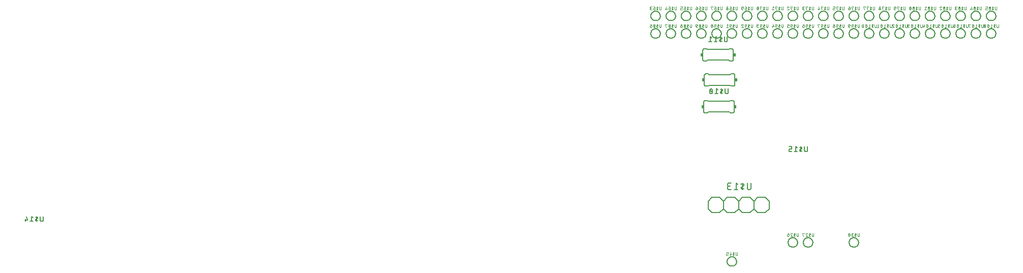
<source format=gbr>
G04 EAGLE Gerber RS-274X export*
G75*
%MOMM*%
%FSLAX34Y34*%
%LPD*%
%INSilkscreen Bottom*%
%IPPOS*%
%AMOC8*
5,1,8,0,0,1.08239X$1,22.5*%
G01*
%ADD10C,0.152400*%
%ADD11R,0.381000X0.508000*%
%ADD12C,0.127000*%
%ADD13C,0.101600*%
%ADD14C,0.203200*%


D10*
X181610Y351790D02*
X181608Y351890D01*
X181602Y351989D01*
X181592Y352089D01*
X181579Y352187D01*
X181561Y352286D01*
X181540Y352383D01*
X181515Y352479D01*
X181486Y352575D01*
X181453Y352669D01*
X181417Y352762D01*
X181377Y352853D01*
X181333Y352943D01*
X181286Y353031D01*
X181236Y353117D01*
X181182Y353201D01*
X181125Y353283D01*
X181065Y353362D01*
X181001Y353440D01*
X180935Y353514D01*
X180866Y353586D01*
X180794Y353655D01*
X180720Y353721D01*
X180642Y353785D01*
X180563Y353845D01*
X180481Y353902D01*
X180397Y353956D01*
X180311Y354006D01*
X180223Y354053D01*
X180133Y354097D01*
X180042Y354137D01*
X179949Y354173D01*
X179855Y354206D01*
X179759Y354235D01*
X179663Y354260D01*
X179566Y354281D01*
X179467Y354299D01*
X179369Y354312D01*
X179269Y354322D01*
X179170Y354328D01*
X179070Y354330D01*
X181610Y336550D02*
X181608Y336450D01*
X181602Y336351D01*
X181592Y336251D01*
X181579Y336153D01*
X181561Y336054D01*
X181540Y335957D01*
X181515Y335861D01*
X181486Y335765D01*
X181453Y335671D01*
X181417Y335578D01*
X181377Y335487D01*
X181333Y335397D01*
X181286Y335309D01*
X181236Y335223D01*
X181182Y335139D01*
X181125Y335057D01*
X181065Y334978D01*
X181001Y334900D01*
X180935Y334826D01*
X180866Y334754D01*
X180794Y334685D01*
X180720Y334619D01*
X180642Y334555D01*
X180563Y334495D01*
X180481Y334438D01*
X180397Y334384D01*
X180311Y334334D01*
X180223Y334287D01*
X180133Y334243D01*
X180042Y334203D01*
X179949Y334167D01*
X179855Y334134D01*
X179759Y334105D01*
X179663Y334080D01*
X179566Y334059D01*
X179467Y334041D01*
X179369Y334028D01*
X179269Y334018D01*
X179170Y334012D01*
X179070Y334010D01*
X133350Y334010D02*
X133250Y334012D01*
X133151Y334018D01*
X133051Y334028D01*
X132953Y334041D01*
X132854Y334059D01*
X132757Y334080D01*
X132661Y334105D01*
X132565Y334134D01*
X132471Y334167D01*
X132378Y334203D01*
X132287Y334243D01*
X132197Y334287D01*
X132109Y334334D01*
X132023Y334384D01*
X131939Y334438D01*
X131857Y334495D01*
X131778Y334555D01*
X131700Y334619D01*
X131626Y334685D01*
X131554Y334754D01*
X131485Y334826D01*
X131419Y334900D01*
X131355Y334978D01*
X131295Y335057D01*
X131238Y335139D01*
X131184Y335223D01*
X131134Y335309D01*
X131087Y335397D01*
X131043Y335487D01*
X131003Y335578D01*
X130967Y335671D01*
X130934Y335765D01*
X130905Y335861D01*
X130880Y335957D01*
X130859Y336054D01*
X130841Y336153D01*
X130828Y336251D01*
X130818Y336351D01*
X130812Y336450D01*
X130810Y336550D01*
X130810Y351790D02*
X130812Y351890D01*
X130818Y351989D01*
X130828Y352089D01*
X130841Y352187D01*
X130859Y352286D01*
X130880Y352383D01*
X130905Y352479D01*
X130934Y352575D01*
X130967Y352669D01*
X131003Y352762D01*
X131043Y352853D01*
X131087Y352943D01*
X131134Y353031D01*
X131184Y353117D01*
X131238Y353201D01*
X131295Y353283D01*
X131355Y353362D01*
X131419Y353440D01*
X131485Y353514D01*
X131554Y353586D01*
X131626Y353655D01*
X131700Y353721D01*
X131778Y353785D01*
X131857Y353845D01*
X131939Y353902D01*
X132023Y353956D01*
X132109Y354006D01*
X132197Y354053D01*
X132287Y354097D01*
X132378Y354137D01*
X132471Y354173D01*
X132565Y354206D01*
X132661Y354235D01*
X132757Y354260D01*
X132854Y354281D01*
X132953Y354299D01*
X133051Y354312D01*
X133151Y354322D01*
X133250Y354328D01*
X133350Y354330D01*
X181610Y351790D02*
X181610Y336550D01*
X179070Y354330D02*
X175260Y354330D01*
X173990Y353060D01*
X175260Y334010D02*
X179070Y334010D01*
X175260Y334010D02*
X173990Y335280D01*
X138430Y353060D02*
X137160Y354330D01*
X138430Y353060D02*
X173990Y353060D01*
X138430Y335280D02*
X137160Y334010D01*
X138430Y335280D02*
X173990Y335280D01*
X137160Y354330D02*
X133350Y354330D01*
X133350Y334010D02*
X137160Y334010D01*
X130810Y336550D02*
X130810Y351790D01*
D11*
X128905Y344170D03*
X183515Y344170D03*
D10*
X171466Y367961D02*
X171466Y374015D01*
X171465Y367961D02*
X171463Y367866D01*
X171457Y367771D01*
X171448Y367677D01*
X171434Y367583D01*
X171417Y367489D01*
X171396Y367397D01*
X171371Y367305D01*
X171342Y367215D01*
X171310Y367125D01*
X171274Y367037D01*
X171234Y366951D01*
X171192Y366866D01*
X171145Y366783D01*
X171095Y366702D01*
X171042Y366624D01*
X170986Y366547D01*
X170927Y366473D01*
X170865Y366401D01*
X170800Y366332D01*
X170732Y366265D01*
X170662Y366202D01*
X170588Y366141D01*
X170513Y366083D01*
X170435Y366029D01*
X170355Y365977D01*
X170273Y365929D01*
X170190Y365885D01*
X170104Y365843D01*
X170017Y365806D01*
X169928Y365772D01*
X169838Y365741D01*
X169747Y365714D01*
X169655Y365691D01*
X169562Y365672D01*
X169468Y365657D01*
X169374Y365645D01*
X169279Y365637D01*
X169184Y365633D01*
X169090Y365633D01*
X168995Y365637D01*
X168900Y365645D01*
X168806Y365657D01*
X168712Y365672D01*
X168619Y365691D01*
X168527Y365714D01*
X168436Y365741D01*
X168346Y365772D01*
X168257Y365806D01*
X168170Y365843D01*
X168084Y365885D01*
X168001Y365929D01*
X167919Y365977D01*
X167839Y366029D01*
X167761Y366083D01*
X167686Y366141D01*
X167612Y366202D01*
X167542Y366265D01*
X167474Y366332D01*
X167409Y366401D01*
X167347Y366473D01*
X167288Y366547D01*
X167232Y366624D01*
X167179Y366702D01*
X167129Y366783D01*
X167082Y366866D01*
X167040Y366951D01*
X167000Y367037D01*
X166964Y367125D01*
X166932Y367215D01*
X166903Y367305D01*
X166878Y367397D01*
X166857Y367489D01*
X166840Y367583D01*
X166826Y367677D01*
X166817Y367771D01*
X166811Y367866D01*
X166809Y367961D01*
X166809Y374015D01*
X160519Y374015D02*
X160519Y365633D01*
X160519Y369824D02*
X161683Y370523D01*
X161684Y370522D02*
X161745Y370562D01*
X161805Y370604D01*
X161862Y370650D01*
X161917Y370698D01*
X161969Y370749D01*
X162019Y370803D01*
X162065Y370860D01*
X162109Y370919D01*
X162149Y370980D01*
X162186Y371043D01*
X162220Y371108D01*
X162250Y371175D01*
X162276Y371243D01*
X162299Y371312D01*
X162319Y371383D01*
X162334Y371454D01*
X162346Y371527D01*
X162354Y371599D01*
X162358Y371672D01*
X162359Y371746D01*
X162355Y371819D01*
X162348Y371892D01*
X162337Y371964D01*
X162322Y372035D01*
X162303Y372106D01*
X162280Y372176D01*
X162254Y372244D01*
X162225Y372311D01*
X162192Y372376D01*
X162155Y372440D01*
X162115Y372501D01*
X162072Y372561D01*
X162026Y372618D01*
X161978Y372672D01*
X161926Y372724D01*
X161871Y372773D01*
X161815Y372819D01*
X161755Y372862D01*
X161694Y372902D01*
X161631Y372938D01*
X161565Y372971D01*
X161498Y373001D01*
X161430Y373027D01*
X161360Y373050D01*
X161290Y373068D01*
X161218Y373083D01*
X161217Y373084D02*
X161098Y373104D01*
X160978Y373120D01*
X160858Y373131D01*
X160737Y373139D01*
X160616Y373143D01*
X160495Y373144D01*
X160374Y373140D01*
X160254Y373132D01*
X160133Y373120D01*
X160013Y373104D01*
X159894Y373084D01*
X159776Y373061D01*
X159658Y373033D01*
X159541Y373002D01*
X159425Y372967D01*
X159311Y372928D01*
X159198Y372886D01*
X159086Y372839D01*
X158976Y372789D01*
X158867Y372736D01*
X158761Y372679D01*
X158656Y372618D01*
X160519Y369824D02*
X159355Y369126D01*
X159294Y369086D01*
X159234Y369044D01*
X159177Y368998D01*
X159122Y368950D01*
X159070Y368899D01*
X159020Y368845D01*
X158974Y368788D01*
X158930Y368729D01*
X158890Y368668D01*
X158853Y368605D01*
X158819Y368540D01*
X158789Y368473D01*
X158763Y368405D01*
X158740Y368336D01*
X158720Y368265D01*
X158705Y368194D01*
X158693Y368121D01*
X158685Y368049D01*
X158681Y367976D01*
X158680Y367902D01*
X158684Y367829D01*
X158691Y367757D01*
X158702Y367684D01*
X158717Y367613D01*
X158736Y367542D01*
X158759Y367472D01*
X158785Y367404D01*
X158814Y367337D01*
X158847Y367272D01*
X158884Y367208D01*
X158924Y367147D01*
X158967Y367087D01*
X159013Y367030D01*
X159061Y366976D01*
X159113Y366924D01*
X159168Y366875D01*
X159224Y366829D01*
X159284Y366786D01*
X159345Y366746D01*
X159408Y366710D01*
X159474Y366677D01*
X159541Y366647D01*
X159609Y366621D01*
X159679Y366598D01*
X159749Y366580D01*
X159821Y366565D01*
X159821Y366564D02*
X159940Y366544D01*
X160060Y366528D01*
X160180Y366517D01*
X160301Y366509D01*
X160422Y366505D01*
X160543Y366504D01*
X160664Y366508D01*
X160784Y366516D01*
X160905Y366528D01*
X161025Y366544D01*
X161144Y366564D01*
X161263Y366587D01*
X161380Y366615D01*
X161497Y366646D01*
X161613Y366681D01*
X161727Y366720D01*
X161841Y366762D01*
X161952Y366809D01*
X162062Y366859D01*
X162171Y366912D01*
X162277Y366969D01*
X162382Y367030D01*
X154526Y372152D02*
X152198Y374015D01*
X152198Y365633D01*
X154526Y365633D02*
X149870Y365633D01*
X145611Y369824D02*
X145609Y369989D01*
X145603Y370154D01*
X145593Y370318D01*
X145580Y370483D01*
X145562Y370647D01*
X145540Y370810D01*
X145515Y370973D01*
X145485Y371135D01*
X145452Y371297D01*
X145415Y371457D01*
X145374Y371617D01*
X145329Y371776D01*
X145281Y371933D01*
X145229Y372090D01*
X145173Y372245D01*
X145113Y372399D01*
X145050Y372551D01*
X144983Y372702D01*
X144913Y372851D01*
X144884Y372928D01*
X144852Y373004D01*
X144817Y373078D01*
X144777Y373150D01*
X144735Y373220D01*
X144689Y373288D01*
X144640Y373354D01*
X144587Y373418D01*
X144532Y373479D01*
X144474Y373537D01*
X144414Y373592D01*
X144350Y373645D01*
X144284Y373694D01*
X144216Y373740D01*
X144146Y373783D01*
X144074Y373823D01*
X144000Y373859D01*
X143925Y373891D01*
X143848Y373920D01*
X143770Y373945D01*
X143690Y373966D01*
X143610Y373984D01*
X143529Y373997D01*
X143447Y374007D01*
X143365Y374013D01*
X143283Y374015D01*
X143201Y374013D01*
X143119Y374007D01*
X143037Y373997D01*
X142956Y373984D01*
X142876Y373966D01*
X142796Y373945D01*
X142718Y373920D01*
X142641Y373891D01*
X142566Y373859D01*
X142492Y373823D01*
X142420Y373783D01*
X142350Y373740D01*
X142282Y373694D01*
X142216Y373645D01*
X142153Y373592D01*
X142092Y373537D01*
X142034Y373479D01*
X141979Y373418D01*
X141926Y373354D01*
X141877Y373288D01*
X141831Y373220D01*
X141789Y373150D01*
X141750Y373078D01*
X141714Y373004D01*
X141682Y372928D01*
X141653Y372851D01*
X141583Y372702D01*
X141516Y372551D01*
X141453Y372399D01*
X141393Y372245D01*
X141337Y372090D01*
X141285Y371933D01*
X141237Y371776D01*
X141192Y371617D01*
X141151Y371457D01*
X141114Y371297D01*
X141081Y371135D01*
X141051Y370973D01*
X141026Y370810D01*
X141004Y370647D01*
X140986Y370483D01*
X140973Y370318D01*
X140963Y370154D01*
X140957Y369989D01*
X140955Y369824D01*
X145612Y369824D02*
X145610Y369659D01*
X145604Y369494D01*
X145594Y369330D01*
X145581Y369165D01*
X145563Y369001D01*
X145541Y368838D01*
X145516Y368675D01*
X145486Y368513D01*
X145453Y368351D01*
X145416Y368190D01*
X145375Y368031D01*
X145330Y367872D01*
X145282Y367714D01*
X145230Y367558D01*
X145174Y367403D01*
X145114Y367249D01*
X145051Y367097D01*
X144984Y366946D01*
X144913Y366797D01*
X144884Y366720D01*
X144852Y366644D01*
X144816Y366570D01*
X144777Y366498D01*
X144735Y366428D01*
X144689Y366360D01*
X144640Y366294D01*
X144587Y366230D01*
X144532Y366169D01*
X144474Y366111D01*
X144414Y366056D01*
X144350Y366003D01*
X144284Y365954D01*
X144216Y365908D01*
X144146Y365865D01*
X144074Y365825D01*
X144000Y365789D01*
X143925Y365757D01*
X143848Y365728D01*
X143770Y365703D01*
X143690Y365682D01*
X143610Y365664D01*
X143529Y365651D01*
X143447Y365641D01*
X143365Y365635D01*
X143283Y365633D01*
X141653Y366797D02*
X141582Y366946D01*
X141515Y367097D01*
X141452Y367249D01*
X141392Y367403D01*
X141336Y367558D01*
X141284Y367714D01*
X141236Y367872D01*
X141191Y368031D01*
X141150Y368190D01*
X141113Y368351D01*
X141080Y368513D01*
X141050Y368675D01*
X141025Y368838D01*
X141003Y369001D01*
X140985Y369165D01*
X140972Y369330D01*
X140962Y369494D01*
X140956Y369659D01*
X140954Y369824D01*
X141653Y366797D02*
X141682Y366720D01*
X141714Y366644D01*
X141750Y366570D01*
X141789Y366498D01*
X141831Y366428D01*
X141877Y366360D01*
X141926Y366294D01*
X141979Y366230D01*
X142034Y366169D01*
X142092Y366111D01*
X142153Y366056D01*
X142216Y366003D01*
X142282Y365954D01*
X142350Y365908D01*
X142420Y365865D01*
X142492Y365825D01*
X142566Y365789D01*
X142641Y365757D01*
X142718Y365728D01*
X142796Y365703D01*
X142876Y365682D01*
X142956Y365664D01*
X143037Y365651D01*
X143119Y365641D01*
X143201Y365635D01*
X143283Y365633D01*
X145145Y367496D02*
X141420Y372152D01*
D12*
X398526Y466090D02*
X398528Y466283D01*
X398535Y466476D01*
X398547Y466669D01*
X398564Y466862D01*
X398585Y467054D01*
X398611Y467245D01*
X398642Y467436D01*
X398677Y467626D01*
X398717Y467815D01*
X398762Y468003D01*
X398811Y468190D01*
X398865Y468376D01*
X398923Y468560D01*
X398986Y468743D01*
X399054Y468924D01*
X399125Y469103D01*
X399202Y469281D01*
X399282Y469457D01*
X399367Y469630D01*
X399456Y469802D01*
X399549Y469971D01*
X399646Y470138D01*
X399748Y470303D01*
X399853Y470465D01*
X399962Y470624D01*
X400076Y470781D01*
X400193Y470934D01*
X400313Y471085D01*
X400438Y471233D01*
X400566Y471378D01*
X400697Y471519D01*
X400832Y471658D01*
X400971Y471793D01*
X401112Y471924D01*
X401257Y472052D01*
X401405Y472177D01*
X401556Y472297D01*
X401709Y472414D01*
X401866Y472528D01*
X402025Y472637D01*
X402187Y472742D01*
X402352Y472844D01*
X402519Y472941D01*
X402688Y473034D01*
X402860Y473123D01*
X403033Y473208D01*
X403209Y473288D01*
X403387Y473365D01*
X403566Y473436D01*
X403747Y473504D01*
X403930Y473567D01*
X404114Y473625D01*
X404300Y473679D01*
X404487Y473728D01*
X404675Y473773D01*
X404864Y473813D01*
X405054Y473848D01*
X405245Y473879D01*
X405436Y473905D01*
X405628Y473926D01*
X405821Y473943D01*
X406014Y473955D01*
X406207Y473962D01*
X406400Y473964D01*
X406593Y473962D01*
X406786Y473955D01*
X406979Y473943D01*
X407172Y473926D01*
X407364Y473905D01*
X407555Y473879D01*
X407746Y473848D01*
X407936Y473813D01*
X408125Y473773D01*
X408313Y473728D01*
X408500Y473679D01*
X408686Y473625D01*
X408870Y473567D01*
X409053Y473504D01*
X409234Y473436D01*
X409413Y473365D01*
X409591Y473288D01*
X409767Y473208D01*
X409940Y473123D01*
X410112Y473034D01*
X410281Y472941D01*
X410448Y472844D01*
X410613Y472742D01*
X410775Y472637D01*
X410934Y472528D01*
X411091Y472414D01*
X411244Y472297D01*
X411395Y472177D01*
X411543Y472052D01*
X411688Y471924D01*
X411829Y471793D01*
X411968Y471658D01*
X412103Y471519D01*
X412234Y471378D01*
X412362Y471233D01*
X412487Y471085D01*
X412607Y470934D01*
X412724Y470781D01*
X412838Y470624D01*
X412947Y470465D01*
X413052Y470303D01*
X413154Y470138D01*
X413251Y469971D01*
X413344Y469802D01*
X413433Y469630D01*
X413518Y469457D01*
X413598Y469281D01*
X413675Y469103D01*
X413746Y468924D01*
X413814Y468743D01*
X413877Y468560D01*
X413935Y468376D01*
X413989Y468190D01*
X414038Y468003D01*
X414083Y467815D01*
X414123Y467626D01*
X414158Y467436D01*
X414189Y467245D01*
X414215Y467054D01*
X414236Y466862D01*
X414253Y466669D01*
X414265Y466476D01*
X414272Y466283D01*
X414274Y466090D01*
X414272Y465897D01*
X414265Y465704D01*
X414253Y465511D01*
X414236Y465318D01*
X414215Y465126D01*
X414189Y464935D01*
X414158Y464744D01*
X414123Y464554D01*
X414083Y464365D01*
X414038Y464177D01*
X413989Y463990D01*
X413935Y463804D01*
X413877Y463620D01*
X413814Y463437D01*
X413746Y463256D01*
X413675Y463077D01*
X413598Y462899D01*
X413518Y462723D01*
X413433Y462550D01*
X413344Y462378D01*
X413251Y462209D01*
X413154Y462042D01*
X413052Y461877D01*
X412947Y461715D01*
X412838Y461556D01*
X412724Y461399D01*
X412607Y461246D01*
X412487Y461095D01*
X412362Y460947D01*
X412234Y460802D01*
X412103Y460661D01*
X411968Y460522D01*
X411829Y460387D01*
X411688Y460256D01*
X411543Y460128D01*
X411395Y460003D01*
X411244Y459883D01*
X411091Y459766D01*
X410934Y459652D01*
X410775Y459543D01*
X410613Y459438D01*
X410448Y459336D01*
X410281Y459239D01*
X410112Y459146D01*
X409940Y459057D01*
X409767Y458972D01*
X409591Y458892D01*
X409413Y458815D01*
X409234Y458744D01*
X409053Y458676D01*
X408870Y458613D01*
X408686Y458555D01*
X408500Y458501D01*
X408313Y458452D01*
X408125Y458407D01*
X407936Y458367D01*
X407746Y458332D01*
X407555Y458301D01*
X407364Y458275D01*
X407172Y458254D01*
X406979Y458237D01*
X406786Y458225D01*
X406593Y458218D01*
X406400Y458216D01*
X406207Y458218D01*
X406014Y458225D01*
X405821Y458237D01*
X405628Y458254D01*
X405436Y458275D01*
X405245Y458301D01*
X405054Y458332D01*
X404864Y458367D01*
X404675Y458407D01*
X404487Y458452D01*
X404300Y458501D01*
X404114Y458555D01*
X403930Y458613D01*
X403747Y458676D01*
X403566Y458744D01*
X403387Y458815D01*
X403209Y458892D01*
X403033Y458972D01*
X402860Y459057D01*
X402688Y459146D01*
X402519Y459239D01*
X402352Y459336D01*
X402187Y459438D01*
X402025Y459543D01*
X401866Y459652D01*
X401709Y459766D01*
X401556Y459883D01*
X401405Y460003D01*
X401257Y460128D01*
X401112Y460256D01*
X400971Y460387D01*
X400832Y460522D01*
X400697Y460661D01*
X400566Y460802D01*
X400438Y460947D01*
X400313Y461095D01*
X400193Y461246D01*
X400076Y461399D01*
X399962Y461556D01*
X399853Y461715D01*
X399748Y461877D01*
X399646Y462042D01*
X399549Y462209D01*
X399456Y462378D01*
X399367Y462550D01*
X399282Y462723D01*
X399202Y462899D01*
X399125Y463077D01*
X399054Y463256D01*
X398986Y463437D01*
X398923Y463620D01*
X398865Y463804D01*
X398811Y463990D01*
X398762Y464177D01*
X398717Y464365D01*
X398677Y464554D01*
X398642Y464744D01*
X398611Y464935D01*
X398585Y465126D01*
X398564Y465318D01*
X398547Y465511D01*
X398535Y465704D01*
X398528Y465897D01*
X398526Y466090D01*
D13*
X418509Y477661D02*
X418509Y481330D01*
X418509Y477661D02*
X418507Y477587D01*
X418501Y477514D01*
X418492Y477440D01*
X418478Y477368D01*
X418461Y477296D01*
X418440Y477225D01*
X418415Y477155D01*
X418387Y477087D01*
X418355Y477020D01*
X418320Y476956D01*
X418281Y476893D01*
X418240Y476832D01*
X418195Y476773D01*
X418147Y476717D01*
X418096Y476663D01*
X418042Y476612D01*
X417986Y476564D01*
X417927Y476519D01*
X417866Y476478D01*
X417804Y476439D01*
X417739Y476404D01*
X417672Y476372D01*
X417604Y476344D01*
X417534Y476319D01*
X417463Y476298D01*
X417391Y476281D01*
X417319Y476267D01*
X417245Y476258D01*
X417172Y476252D01*
X417098Y476250D01*
X417024Y476252D01*
X416951Y476258D01*
X416877Y476267D01*
X416805Y476281D01*
X416733Y476298D01*
X416662Y476319D01*
X416592Y476344D01*
X416524Y476372D01*
X416457Y476404D01*
X416393Y476439D01*
X416330Y476478D01*
X416269Y476519D01*
X416210Y476564D01*
X416154Y476612D01*
X416100Y476663D01*
X416049Y476717D01*
X416001Y476773D01*
X415956Y476832D01*
X415915Y476893D01*
X415876Y476956D01*
X415841Y477020D01*
X415809Y477087D01*
X415781Y477155D01*
X415756Y477225D01*
X415735Y477296D01*
X415718Y477368D01*
X415704Y477440D01*
X415695Y477514D01*
X415689Y477587D01*
X415687Y477661D01*
X415687Y481330D01*
X411795Y481330D02*
X411795Y476250D01*
X411795Y478790D02*
X412500Y479213D01*
X412501Y479213D02*
X412548Y479244D01*
X412594Y479278D01*
X412637Y479315D01*
X412677Y479354D01*
X412715Y479397D01*
X412750Y479441D01*
X412781Y479488D01*
X412810Y479537D01*
X412835Y479588D01*
X412857Y479641D01*
X412875Y479694D01*
X412889Y479749D01*
X412900Y479805D01*
X412907Y479861D01*
X412910Y479918D01*
X412909Y479974D01*
X412905Y480031D01*
X412896Y480087D01*
X412884Y480142D01*
X412869Y480197D01*
X412849Y480250D01*
X412827Y480302D01*
X412800Y480352D01*
X412771Y480400D01*
X412738Y480447D01*
X412702Y480490D01*
X412663Y480532D01*
X412622Y480571D01*
X412578Y480606D01*
X412532Y480639D01*
X412484Y480669D01*
X412433Y480695D01*
X412382Y480718D01*
X412328Y480737D01*
X412274Y480753D01*
X412218Y480765D01*
X412218Y480766D02*
X412129Y480780D01*
X412040Y480791D01*
X411951Y480798D01*
X411862Y480802D01*
X411772Y480802D01*
X411683Y480798D01*
X411593Y480791D01*
X411504Y480780D01*
X411416Y480766D01*
X411328Y480748D01*
X411241Y480727D01*
X411155Y480702D01*
X411070Y480674D01*
X410986Y480642D01*
X410904Y480607D01*
X410823Y480569D01*
X410743Y480528D01*
X410666Y480483D01*
X411795Y478790D02*
X411089Y478367D01*
X411042Y478336D01*
X410996Y478302D01*
X410953Y478265D01*
X410913Y478226D01*
X410875Y478183D01*
X410840Y478139D01*
X410809Y478092D01*
X410780Y478043D01*
X410755Y477992D01*
X410733Y477939D01*
X410715Y477886D01*
X410701Y477831D01*
X410690Y477775D01*
X410683Y477719D01*
X410680Y477662D01*
X410681Y477606D01*
X410685Y477549D01*
X410694Y477493D01*
X410706Y477438D01*
X410721Y477383D01*
X410741Y477330D01*
X410763Y477278D01*
X410790Y477228D01*
X410819Y477180D01*
X410852Y477133D01*
X410888Y477090D01*
X410927Y477048D01*
X410968Y477009D01*
X411012Y476974D01*
X411058Y476941D01*
X411106Y476911D01*
X411157Y476885D01*
X411208Y476862D01*
X411262Y476843D01*
X411316Y476827D01*
X411371Y476815D01*
X411371Y476814D02*
X411460Y476800D01*
X411548Y476789D01*
X411638Y476782D01*
X411727Y476778D01*
X411817Y476778D01*
X411906Y476782D01*
X411996Y476789D01*
X412085Y476800D01*
X412173Y476814D01*
X412261Y476832D01*
X412348Y476853D01*
X412434Y476878D01*
X412519Y476906D01*
X412603Y476938D01*
X412685Y476973D01*
X412766Y477011D01*
X412846Y477052D01*
X412923Y477097D01*
X408085Y480201D02*
X406674Y481330D01*
X406674Y476250D01*
X408085Y476250D02*
X405263Y476250D01*
X402599Y478790D02*
X402597Y478917D01*
X402591Y479043D01*
X402582Y479169D01*
X402568Y479295D01*
X402551Y479420D01*
X402530Y479545D01*
X402506Y479669D01*
X402477Y479793D01*
X402445Y479915D01*
X402409Y480037D01*
X402370Y480157D01*
X402326Y480276D01*
X402280Y480393D01*
X402229Y480510D01*
X402176Y480624D01*
X402176Y480625D02*
X402154Y480682D01*
X402129Y480739D01*
X402100Y480793D01*
X402069Y480846D01*
X402034Y480897D01*
X401997Y480946D01*
X401956Y480993D01*
X401913Y481037D01*
X401868Y481078D01*
X401820Y481117D01*
X401769Y481153D01*
X401717Y481186D01*
X401663Y481216D01*
X401608Y481242D01*
X401550Y481265D01*
X401492Y481285D01*
X401432Y481301D01*
X401372Y481314D01*
X401311Y481323D01*
X401250Y481328D01*
X401188Y481330D01*
X401126Y481328D01*
X401065Y481323D01*
X401004Y481314D01*
X400944Y481301D01*
X400884Y481285D01*
X400826Y481265D01*
X400769Y481242D01*
X400713Y481216D01*
X400659Y481186D01*
X400607Y481153D01*
X400556Y481117D01*
X400508Y481079D01*
X400463Y481037D01*
X400420Y480993D01*
X400379Y480946D01*
X400342Y480897D01*
X400307Y480846D01*
X400276Y480793D01*
X400247Y480739D01*
X400222Y480682D01*
X400200Y480625D01*
X400200Y480624D02*
X400147Y480510D01*
X400096Y480394D01*
X400050Y480276D01*
X400006Y480157D01*
X399967Y480037D01*
X399931Y479915D01*
X399899Y479793D01*
X399870Y479670D01*
X399846Y479545D01*
X399825Y479421D01*
X399808Y479295D01*
X399794Y479169D01*
X399785Y479043D01*
X399779Y478917D01*
X399777Y478790D01*
X402599Y478790D02*
X402597Y478663D01*
X402591Y478537D01*
X402582Y478411D01*
X402568Y478285D01*
X402551Y478159D01*
X402530Y478035D01*
X402506Y477910D01*
X402477Y477787D01*
X402445Y477665D01*
X402409Y477543D01*
X402370Y477423D01*
X402326Y477304D01*
X402280Y477186D01*
X402229Y477070D01*
X402176Y476955D01*
X402154Y476898D01*
X402129Y476841D01*
X402100Y476787D01*
X402069Y476734D01*
X402034Y476683D01*
X401997Y476634D01*
X401956Y476587D01*
X401913Y476543D01*
X401868Y476501D01*
X401820Y476463D01*
X401769Y476427D01*
X401717Y476394D01*
X401663Y476364D01*
X401607Y476338D01*
X401550Y476315D01*
X401492Y476295D01*
X401432Y476279D01*
X401372Y476266D01*
X401311Y476257D01*
X401250Y476252D01*
X401188Y476250D01*
X400200Y476956D02*
X400147Y477070D01*
X400096Y477186D01*
X400050Y477304D01*
X400006Y477423D01*
X399967Y477543D01*
X399931Y477665D01*
X399899Y477787D01*
X399870Y477911D01*
X399846Y478035D01*
X399825Y478159D01*
X399808Y478285D01*
X399794Y478411D01*
X399785Y478537D01*
X399779Y478663D01*
X399777Y478790D01*
X400200Y476955D02*
X400222Y476898D01*
X400247Y476841D01*
X400276Y476787D01*
X400307Y476734D01*
X400342Y476683D01*
X400379Y476634D01*
X400420Y476587D01*
X400463Y476543D01*
X400508Y476501D01*
X400556Y476463D01*
X400607Y476427D01*
X400659Y476394D01*
X400713Y476364D01*
X400769Y476338D01*
X400826Y476315D01*
X400884Y476295D01*
X400944Y476279D01*
X401004Y476266D01*
X401065Y476257D01*
X401126Y476252D01*
X401188Y476250D01*
X402317Y477379D02*
X400059Y480201D01*
X397112Y478790D02*
X397110Y478917D01*
X397104Y479043D01*
X397095Y479169D01*
X397081Y479295D01*
X397064Y479420D01*
X397043Y479545D01*
X397019Y479669D01*
X396990Y479793D01*
X396958Y479915D01*
X396922Y480037D01*
X396883Y480157D01*
X396839Y480276D01*
X396793Y480393D01*
X396742Y480510D01*
X396689Y480624D01*
X396690Y480625D02*
X396668Y480682D01*
X396643Y480739D01*
X396614Y480793D01*
X396583Y480846D01*
X396548Y480897D01*
X396511Y480946D01*
X396470Y480993D01*
X396427Y481037D01*
X396382Y481078D01*
X396334Y481117D01*
X396283Y481153D01*
X396231Y481186D01*
X396177Y481216D01*
X396122Y481242D01*
X396064Y481265D01*
X396006Y481285D01*
X395946Y481301D01*
X395886Y481314D01*
X395825Y481323D01*
X395764Y481328D01*
X395702Y481330D01*
X395640Y481328D01*
X395579Y481323D01*
X395518Y481314D01*
X395458Y481301D01*
X395398Y481285D01*
X395340Y481265D01*
X395283Y481242D01*
X395227Y481216D01*
X395173Y481186D01*
X395121Y481153D01*
X395070Y481117D01*
X395022Y481079D01*
X394977Y481037D01*
X394934Y480993D01*
X394893Y480946D01*
X394856Y480897D01*
X394821Y480846D01*
X394790Y480793D01*
X394761Y480739D01*
X394736Y480682D01*
X394714Y480625D01*
X394714Y480624D02*
X394661Y480510D01*
X394610Y480394D01*
X394564Y480276D01*
X394520Y480157D01*
X394481Y480037D01*
X394445Y479915D01*
X394413Y479793D01*
X394384Y479670D01*
X394360Y479545D01*
X394339Y479421D01*
X394322Y479295D01*
X394308Y479169D01*
X394299Y479043D01*
X394293Y478917D01*
X394291Y478790D01*
X397113Y478790D02*
X397111Y478663D01*
X397105Y478537D01*
X397096Y478411D01*
X397082Y478285D01*
X397065Y478159D01*
X397044Y478035D01*
X397020Y477910D01*
X396991Y477787D01*
X396959Y477665D01*
X396923Y477543D01*
X396884Y477423D01*
X396840Y477304D01*
X396794Y477186D01*
X396743Y477070D01*
X396690Y476955D01*
X396668Y476898D01*
X396643Y476841D01*
X396614Y476787D01*
X396583Y476734D01*
X396548Y476683D01*
X396511Y476634D01*
X396470Y476587D01*
X396427Y476543D01*
X396382Y476501D01*
X396334Y476463D01*
X396283Y476427D01*
X396231Y476394D01*
X396177Y476364D01*
X396121Y476338D01*
X396064Y476315D01*
X396006Y476295D01*
X395946Y476279D01*
X395886Y476266D01*
X395825Y476257D01*
X395764Y476252D01*
X395702Y476250D01*
X394714Y476956D02*
X394661Y477070D01*
X394610Y477186D01*
X394564Y477304D01*
X394520Y477423D01*
X394481Y477543D01*
X394445Y477665D01*
X394413Y477787D01*
X394384Y477911D01*
X394360Y478035D01*
X394339Y478159D01*
X394322Y478285D01*
X394308Y478411D01*
X394299Y478537D01*
X394293Y478663D01*
X394291Y478790D01*
X394714Y476955D02*
X394736Y476898D01*
X394761Y476841D01*
X394790Y476787D01*
X394821Y476734D01*
X394856Y476683D01*
X394893Y476634D01*
X394934Y476587D01*
X394977Y476543D01*
X395022Y476501D01*
X395070Y476463D01*
X395121Y476427D01*
X395173Y476394D01*
X395227Y476364D01*
X395283Y476338D01*
X395340Y476315D01*
X395398Y476295D01*
X395458Y476279D01*
X395518Y476266D01*
X395579Y476257D01*
X395640Y476252D01*
X395702Y476250D01*
X396831Y477379D02*
X394573Y480201D01*
D12*
X423926Y466090D02*
X423928Y466283D01*
X423935Y466476D01*
X423947Y466669D01*
X423964Y466862D01*
X423985Y467054D01*
X424011Y467245D01*
X424042Y467436D01*
X424077Y467626D01*
X424117Y467815D01*
X424162Y468003D01*
X424211Y468190D01*
X424265Y468376D01*
X424323Y468560D01*
X424386Y468743D01*
X424454Y468924D01*
X424525Y469103D01*
X424602Y469281D01*
X424682Y469457D01*
X424767Y469630D01*
X424856Y469802D01*
X424949Y469971D01*
X425046Y470138D01*
X425148Y470303D01*
X425253Y470465D01*
X425362Y470624D01*
X425476Y470781D01*
X425593Y470934D01*
X425713Y471085D01*
X425838Y471233D01*
X425966Y471378D01*
X426097Y471519D01*
X426232Y471658D01*
X426371Y471793D01*
X426512Y471924D01*
X426657Y472052D01*
X426805Y472177D01*
X426956Y472297D01*
X427109Y472414D01*
X427266Y472528D01*
X427425Y472637D01*
X427587Y472742D01*
X427752Y472844D01*
X427919Y472941D01*
X428088Y473034D01*
X428260Y473123D01*
X428433Y473208D01*
X428609Y473288D01*
X428787Y473365D01*
X428966Y473436D01*
X429147Y473504D01*
X429330Y473567D01*
X429514Y473625D01*
X429700Y473679D01*
X429887Y473728D01*
X430075Y473773D01*
X430264Y473813D01*
X430454Y473848D01*
X430645Y473879D01*
X430836Y473905D01*
X431028Y473926D01*
X431221Y473943D01*
X431414Y473955D01*
X431607Y473962D01*
X431800Y473964D01*
X431993Y473962D01*
X432186Y473955D01*
X432379Y473943D01*
X432572Y473926D01*
X432764Y473905D01*
X432955Y473879D01*
X433146Y473848D01*
X433336Y473813D01*
X433525Y473773D01*
X433713Y473728D01*
X433900Y473679D01*
X434086Y473625D01*
X434270Y473567D01*
X434453Y473504D01*
X434634Y473436D01*
X434813Y473365D01*
X434991Y473288D01*
X435167Y473208D01*
X435340Y473123D01*
X435512Y473034D01*
X435681Y472941D01*
X435848Y472844D01*
X436013Y472742D01*
X436175Y472637D01*
X436334Y472528D01*
X436491Y472414D01*
X436644Y472297D01*
X436795Y472177D01*
X436943Y472052D01*
X437088Y471924D01*
X437229Y471793D01*
X437368Y471658D01*
X437503Y471519D01*
X437634Y471378D01*
X437762Y471233D01*
X437887Y471085D01*
X438007Y470934D01*
X438124Y470781D01*
X438238Y470624D01*
X438347Y470465D01*
X438452Y470303D01*
X438554Y470138D01*
X438651Y469971D01*
X438744Y469802D01*
X438833Y469630D01*
X438918Y469457D01*
X438998Y469281D01*
X439075Y469103D01*
X439146Y468924D01*
X439214Y468743D01*
X439277Y468560D01*
X439335Y468376D01*
X439389Y468190D01*
X439438Y468003D01*
X439483Y467815D01*
X439523Y467626D01*
X439558Y467436D01*
X439589Y467245D01*
X439615Y467054D01*
X439636Y466862D01*
X439653Y466669D01*
X439665Y466476D01*
X439672Y466283D01*
X439674Y466090D01*
X439672Y465897D01*
X439665Y465704D01*
X439653Y465511D01*
X439636Y465318D01*
X439615Y465126D01*
X439589Y464935D01*
X439558Y464744D01*
X439523Y464554D01*
X439483Y464365D01*
X439438Y464177D01*
X439389Y463990D01*
X439335Y463804D01*
X439277Y463620D01*
X439214Y463437D01*
X439146Y463256D01*
X439075Y463077D01*
X438998Y462899D01*
X438918Y462723D01*
X438833Y462550D01*
X438744Y462378D01*
X438651Y462209D01*
X438554Y462042D01*
X438452Y461877D01*
X438347Y461715D01*
X438238Y461556D01*
X438124Y461399D01*
X438007Y461246D01*
X437887Y461095D01*
X437762Y460947D01*
X437634Y460802D01*
X437503Y460661D01*
X437368Y460522D01*
X437229Y460387D01*
X437088Y460256D01*
X436943Y460128D01*
X436795Y460003D01*
X436644Y459883D01*
X436491Y459766D01*
X436334Y459652D01*
X436175Y459543D01*
X436013Y459438D01*
X435848Y459336D01*
X435681Y459239D01*
X435512Y459146D01*
X435340Y459057D01*
X435167Y458972D01*
X434991Y458892D01*
X434813Y458815D01*
X434634Y458744D01*
X434453Y458676D01*
X434270Y458613D01*
X434086Y458555D01*
X433900Y458501D01*
X433713Y458452D01*
X433525Y458407D01*
X433336Y458367D01*
X433146Y458332D01*
X432955Y458301D01*
X432764Y458275D01*
X432572Y458254D01*
X432379Y458237D01*
X432186Y458225D01*
X431993Y458218D01*
X431800Y458216D01*
X431607Y458218D01*
X431414Y458225D01*
X431221Y458237D01*
X431028Y458254D01*
X430836Y458275D01*
X430645Y458301D01*
X430454Y458332D01*
X430264Y458367D01*
X430075Y458407D01*
X429887Y458452D01*
X429700Y458501D01*
X429514Y458555D01*
X429330Y458613D01*
X429147Y458676D01*
X428966Y458744D01*
X428787Y458815D01*
X428609Y458892D01*
X428433Y458972D01*
X428260Y459057D01*
X428088Y459146D01*
X427919Y459239D01*
X427752Y459336D01*
X427587Y459438D01*
X427425Y459543D01*
X427266Y459652D01*
X427109Y459766D01*
X426956Y459883D01*
X426805Y460003D01*
X426657Y460128D01*
X426512Y460256D01*
X426371Y460387D01*
X426232Y460522D01*
X426097Y460661D01*
X425966Y460802D01*
X425838Y460947D01*
X425713Y461095D01*
X425593Y461246D01*
X425476Y461399D01*
X425362Y461556D01*
X425253Y461715D01*
X425148Y461877D01*
X425046Y462042D01*
X424949Y462209D01*
X424856Y462378D01*
X424767Y462550D01*
X424682Y462723D01*
X424602Y462899D01*
X424525Y463077D01*
X424454Y463256D01*
X424386Y463437D01*
X424323Y463620D01*
X424265Y463804D01*
X424211Y463990D01*
X424162Y464177D01*
X424117Y464365D01*
X424077Y464554D01*
X424042Y464744D01*
X424011Y464935D01*
X423985Y465126D01*
X423964Y465318D01*
X423947Y465511D01*
X423935Y465704D01*
X423928Y465897D01*
X423926Y466090D01*
D13*
X443909Y477661D02*
X443909Y481330D01*
X443909Y477661D02*
X443907Y477587D01*
X443901Y477514D01*
X443892Y477440D01*
X443878Y477368D01*
X443861Y477296D01*
X443840Y477225D01*
X443815Y477155D01*
X443787Y477087D01*
X443755Y477020D01*
X443720Y476956D01*
X443681Y476893D01*
X443640Y476832D01*
X443595Y476773D01*
X443547Y476717D01*
X443496Y476663D01*
X443442Y476612D01*
X443386Y476564D01*
X443327Y476519D01*
X443266Y476478D01*
X443204Y476439D01*
X443139Y476404D01*
X443072Y476372D01*
X443004Y476344D01*
X442934Y476319D01*
X442863Y476298D01*
X442791Y476281D01*
X442719Y476267D01*
X442645Y476258D01*
X442572Y476252D01*
X442498Y476250D01*
X442424Y476252D01*
X442351Y476258D01*
X442277Y476267D01*
X442205Y476281D01*
X442133Y476298D01*
X442062Y476319D01*
X441992Y476344D01*
X441924Y476372D01*
X441857Y476404D01*
X441793Y476439D01*
X441730Y476478D01*
X441669Y476519D01*
X441610Y476564D01*
X441554Y476612D01*
X441500Y476663D01*
X441449Y476717D01*
X441401Y476773D01*
X441356Y476832D01*
X441315Y476893D01*
X441276Y476956D01*
X441241Y477020D01*
X441209Y477087D01*
X441181Y477155D01*
X441156Y477225D01*
X441135Y477296D01*
X441118Y477368D01*
X441104Y477440D01*
X441095Y477514D01*
X441089Y477587D01*
X441087Y477661D01*
X441087Y481330D01*
X437195Y481330D02*
X437195Y476250D01*
X437195Y478790D02*
X437900Y479213D01*
X437901Y479213D02*
X437948Y479244D01*
X437994Y479278D01*
X438037Y479315D01*
X438077Y479354D01*
X438115Y479397D01*
X438150Y479441D01*
X438181Y479488D01*
X438210Y479537D01*
X438235Y479588D01*
X438257Y479641D01*
X438275Y479694D01*
X438289Y479749D01*
X438300Y479805D01*
X438307Y479861D01*
X438310Y479918D01*
X438309Y479974D01*
X438305Y480031D01*
X438296Y480087D01*
X438284Y480142D01*
X438269Y480197D01*
X438249Y480250D01*
X438227Y480302D01*
X438200Y480352D01*
X438171Y480400D01*
X438138Y480447D01*
X438102Y480490D01*
X438063Y480532D01*
X438022Y480571D01*
X437978Y480606D01*
X437932Y480639D01*
X437884Y480669D01*
X437833Y480695D01*
X437782Y480718D01*
X437728Y480737D01*
X437674Y480753D01*
X437618Y480765D01*
X437618Y480766D02*
X437529Y480780D01*
X437440Y480791D01*
X437351Y480798D01*
X437262Y480802D01*
X437172Y480802D01*
X437083Y480798D01*
X436993Y480791D01*
X436904Y480780D01*
X436816Y480766D01*
X436728Y480748D01*
X436641Y480727D01*
X436555Y480702D01*
X436470Y480674D01*
X436386Y480642D01*
X436304Y480607D01*
X436223Y480569D01*
X436143Y480528D01*
X436066Y480483D01*
X437195Y478790D02*
X436489Y478367D01*
X436442Y478336D01*
X436396Y478302D01*
X436353Y478265D01*
X436313Y478226D01*
X436275Y478183D01*
X436240Y478139D01*
X436209Y478092D01*
X436180Y478043D01*
X436155Y477992D01*
X436133Y477939D01*
X436115Y477886D01*
X436101Y477831D01*
X436090Y477775D01*
X436083Y477719D01*
X436080Y477662D01*
X436081Y477606D01*
X436085Y477549D01*
X436094Y477493D01*
X436106Y477438D01*
X436121Y477383D01*
X436141Y477330D01*
X436163Y477278D01*
X436190Y477228D01*
X436219Y477180D01*
X436252Y477133D01*
X436288Y477090D01*
X436327Y477048D01*
X436368Y477009D01*
X436412Y476974D01*
X436458Y476941D01*
X436506Y476911D01*
X436557Y476885D01*
X436608Y476862D01*
X436662Y476843D01*
X436716Y476827D01*
X436771Y476815D01*
X436771Y476814D02*
X436860Y476800D01*
X436948Y476789D01*
X437038Y476782D01*
X437127Y476778D01*
X437217Y476778D01*
X437306Y476782D01*
X437396Y476789D01*
X437485Y476800D01*
X437573Y476814D01*
X437661Y476832D01*
X437748Y476853D01*
X437834Y476878D01*
X437919Y476906D01*
X438003Y476938D01*
X438085Y476973D01*
X438166Y477011D01*
X438246Y477052D01*
X438323Y477097D01*
X433485Y480201D02*
X432074Y481330D01*
X432074Y476250D01*
X433485Y476250D02*
X430663Y476250D01*
X427999Y478790D02*
X427997Y478917D01*
X427991Y479043D01*
X427982Y479169D01*
X427968Y479295D01*
X427951Y479420D01*
X427930Y479545D01*
X427906Y479669D01*
X427877Y479793D01*
X427845Y479915D01*
X427809Y480037D01*
X427770Y480157D01*
X427726Y480276D01*
X427680Y480393D01*
X427629Y480510D01*
X427576Y480624D01*
X427576Y480625D02*
X427554Y480682D01*
X427529Y480739D01*
X427500Y480793D01*
X427469Y480846D01*
X427434Y480897D01*
X427397Y480946D01*
X427356Y480993D01*
X427313Y481037D01*
X427268Y481078D01*
X427220Y481117D01*
X427169Y481153D01*
X427117Y481186D01*
X427063Y481216D01*
X427008Y481242D01*
X426950Y481265D01*
X426892Y481285D01*
X426832Y481301D01*
X426772Y481314D01*
X426711Y481323D01*
X426650Y481328D01*
X426588Y481330D01*
X426526Y481328D01*
X426465Y481323D01*
X426404Y481314D01*
X426344Y481301D01*
X426284Y481285D01*
X426226Y481265D01*
X426169Y481242D01*
X426113Y481216D01*
X426059Y481186D01*
X426007Y481153D01*
X425956Y481117D01*
X425908Y481079D01*
X425863Y481037D01*
X425820Y480993D01*
X425779Y480946D01*
X425742Y480897D01*
X425707Y480846D01*
X425676Y480793D01*
X425647Y480739D01*
X425622Y480682D01*
X425600Y480625D01*
X425600Y480624D02*
X425547Y480510D01*
X425496Y480394D01*
X425450Y480276D01*
X425406Y480157D01*
X425367Y480037D01*
X425331Y479915D01*
X425299Y479793D01*
X425270Y479670D01*
X425246Y479545D01*
X425225Y479421D01*
X425208Y479295D01*
X425194Y479169D01*
X425185Y479043D01*
X425179Y478917D01*
X425177Y478790D01*
X427999Y478790D02*
X427997Y478663D01*
X427991Y478537D01*
X427982Y478411D01*
X427968Y478285D01*
X427951Y478159D01*
X427930Y478035D01*
X427906Y477910D01*
X427877Y477787D01*
X427845Y477665D01*
X427809Y477543D01*
X427770Y477423D01*
X427726Y477304D01*
X427680Y477186D01*
X427629Y477070D01*
X427576Y476955D01*
X427554Y476898D01*
X427529Y476841D01*
X427500Y476787D01*
X427469Y476734D01*
X427434Y476683D01*
X427397Y476634D01*
X427356Y476587D01*
X427313Y476543D01*
X427268Y476501D01*
X427220Y476463D01*
X427169Y476427D01*
X427117Y476394D01*
X427063Y476364D01*
X427007Y476338D01*
X426950Y476315D01*
X426892Y476295D01*
X426832Y476279D01*
X426772Y476266D01*
X426711Y476257D01*
X426650Y476252D01*
X426588Y476250D01*
X425600Y476956D02*
X425547Y477070D01*
X425496Y477186D01*
X425450Y477304D01*
X425406Y477423D01*
X425367Y477543D01*
X425331Y477665D01*
X425299Y477787D01*
X425270Y477911D01*
X425246Y478035D01*
X425225Y478159D01*
X425208Y478285D01*
X425194Y478411D01*
X425185Y478537D01*
X425179Y478663D01*
X425177Y478790D01*
X425600Y476955D02*
X425622Y476898D01*
X425647Y476841D01*
X425676Y476787D01*
X425707Y476734D01*
X425742Y476683D01*
X425779Y476634D01*
X425820Y476587D01*
X425863Y476543D01*
X425908Y476501D01*
X425956Y476463D01*
X426007Y476427D01*
X426059Y476394D01*
X426113Y476364D01*
X426169Y476338D01*
X426226Y476315D01*
X426284Y476295D01*
X426344Y476279D01*
X426404Y476266D01*
X426465Y476257D01*
X426526Y476252D01*
X426588Y476250D01*
X427717Y477379D02*
X425459Y480201D01*
X422513Y480201D02*
X421102Y481330D01*
X421102Y476250D01*
X422513Y476250D02*
X419691Y476250D01*
D12*
X449326Y466090D02*
X449328Y466283D01*
X449335Y466476D01*
X449347Y466669D01*
X449364Y466862D01*
X449385Y467054D01*
X449411Y467245D01*
X449442Y467436D01*
X449477Y467626D01*
X449517Y467815D01*
X449562Y468003D01*
X449611Y468190D01*
X449665Y468376D01*
X449723Y468560D01*
X449786Y468743D01*
X449854Y468924D01*
X449925Y469103D01*
X450002Y469281D01*
X450082Y469457D01*
X450167Y469630D01*
X450256Y469802D01*
X450349Y469971D01*
X450446Y470138D01*
X450548Y470303D01*
X450653Y470465D01*
X450762Y470624D01*
X450876Y470781D01*
X450993Y470934D01*
X451113Y471085D01*
X451238Y471233D01*
X451366Y471378D01*
X451497Y471519D01*
X451632Y471658D01*
X451771Y471793D01*
X451912Y471924D01*
X452057Y472052D01*
X452205Y472177D01*
X452356Y472297D01*
X452509Y472414D01*
X452666Y472528D01*
X452825Y472637D01*
X452987Y472742D01*
X453152Y472844D01*
X453319Y472941D01*
X453488Y473034D01*
X453660Y473123D01*
X453833Y473208D01*
X454009Y473288D01*
X454187Y473365D01*
X454366Y473436D01*
X454547Y473504D01*
X454730Y473567D01*
X454914Y473625D01*
X455100Y473679D01*
X455287Y473728D01*
X455475Y473773D01*
X455664Y473813D01*
X455854Y473848D01*
X456045Y473879D01*
X456236Y473905D01*
X456428Y473926D01*
X456621Y473943D01*
X456814Y473955D01*
X457007Y473962D01*
X457200Y473964D01*
X457393Y473962D01*
X457586Y473955D01*
X457779Y473943D01*
X457972Y473926D01*
X458164Y473905D01*
X458355Y473879D01*
X458546Y473848D01*
X458736Y473813D01*
X458925Y473773D01*
X459113Y473728D01*
X459300Y473679D01*
X459486Y473625D01*
X459670Y473567D01*
X459853Y473504D01*
X460034Y473436D01*
X460213Y473365D01*
X460391Y473288D01*
X460567Y473208D01*
X460740Y473123D01*
X460912Y473034D01*
X461081Y472941D01*
X461248Y472844D01*
X461413Y472742D01*
X461575Y472637D01*
X461734Y472528D01*
X461891Y472414D01*
X462044Y472297D01*
X462195Y472177D01*
X462343Y472052D01*
X462488Y471924D01*
X462629Y471793D01*
X462768Y471658D01*
X462903Y471519D01*
X463034Y471378D01*
X463162Y471233D01*
X463287Y471085D01*
X463407Y470934D01*
X463524Y470781D01*
X463638Y470624D01*
X463747Y470465D01*
X463852Y470303D01*
X463954Y470138D01*
X464051Y469971D01*
X464144Y469802D01*
X464233Y469630D01*
X464318Y469457D01*
X464398Y469281D01*
X464475Y469103D01*
X464546Y468924D01*
X464614Y468743D01*
X464677Y468560D01*
X464735Y468376D01*
X464789Y468190D01*
X464838Y468003D01*
X464883Y467815D01*
X464923Y467626D01*
X464958Y467436D01*
X464989Y467245D01*
X465015Y467054D01*
X465036Y466862D01*
X465053Y466669D01*
X465065Y466476D01*
X465072Y466283D01*
X465074Y466090D01*
X465072Y465897D01*
X465065Y465704D01*
X465053Y465511D01*
X465036Y465318D01*
X465015Y465126D01*
X464989Y464935D01*
X464958Y464744D01*
X464923Y464554D01*
X464883Y464365D01*
X464838Y464177D01*
X464789Y463990D01*
X464735Y463804D01*
X464677Y463620D01*
X464614Y463437D01*
X464546Y463256D01*
X464475Y463077D01*
X464398Y462899D01*
X464318Y462723D01*
X464233Y462550D01*
X464144Y462378D01*
X464051Y462209D01*
X463954Y462042D01*
X463852Y461877D01*
X463747Y461715D01*
X463638Y461556D01*
X463524Y461399D01*
X463407Y461246D01*
X463287Y461095D01*
X463162Y460947D01*
X463034Y460802D01*
X462903Y460661D01*
X462768Y460522D01*
X462629Y460387D01*
X462488Y460256D01*
X462343Y460128D01*
X462195Y460003D01*
X462044Y459883D01*
X461891Y459766D01*
X461734Y459652D01*
X461575Y459543D01*
X461413Y459438D01*
X461248Y459336D01*
X461081Y459239D01*
X460912Y459146D01*
X460740Y459057D01*
X460567Y458972D01*
X460391Y458892D01*
X460213Y458815D01*
X460034Y458744D01*
X459853Y458676D01*
X459670Y458613D01*
X459486Y458555D01*
X459300Y458501D01*
X459113Y458452D01*
X458925Y458407D01*
X458736Y458367D01*
X458546Y458332D01*
X458355Y458301D01*
X458164Y458275D01*
X457972Y458254D01*
X457779Y458237D01*
X457586Y458225D01*
X457393Y458218D01*
X457200Y458216D01*
X457007Y458218D01*
X456814Y458225D01*
X456621Y458237D01*
X456428Y458254D01*
X456236Y458275D01*
X456045Y458301D01*
X455854Y458332D01*
X455664Y458367D01*
X455475Y458407D01*
X455287Y458452D01*
X455100Y458501D01*
X454914Y458555D01*
X454730Y458613D01*
X454547Y458676D01*
X454366Y458744D01*
X454187Y458815D01*
X454009Y458892D01*
X453833Y458972D01*
X453660Y459057D01*
X453488Y459146D01*
X453319Y459239D01*
X453152Y459336D01*
X452987Y459438D01*
X452825Y459543D01*
X452666Y459652D01*
X452509Y459766D01*
X452356Y459883D01*
X452205Y460003D01*
X452057Y460128D01*
X451912Y460256D01*
X451771Y460387D01*
X451632Y460522D01*
X451497Y460661D01*
X451366Y460802D01*
X451238Y460947D01*
X451113Y461095D01*
X450993Y461246D01*
X450876Y461399D01*
X450762Y461556D01*
X450653Y461715D01*
X450548Y461877D01*
X450446Y462042D01*
X450349Y462209D01*
X450256Y462378D01*
X450167Y462550D01*
X450082Y462723D01*
X450002Y462899D01*
X449925Y463077D01*
X449854Y463256D01*
X449786Y463437D01*
X449723Y463620D01*
X449665Y463804D01*
X449611Y463990D01*
X449562Y464177D01*
X449517Y464365D01*
X449477Y464554D01*
X449442Y464744D01*
X449411Y464935D01*
X449385Y465126D01*
X449364Y465318D01*
X449347Y465511D01*
X449335Y465704D01*
X449328Y465897D01*
X449326Y466090D01*
D13*
X469309Y477661D02*
X469309Y481330D01*
X469309Y477661D02*
X469307Y477587D01*
X469301Y477514D01*
X469292Y477440D01*
X469278Y477368D01*
X469261Y477296D01*
X469240Y477225D01*
X469215Y477155D01*
X469187Y477087D01*
X469155Y477020D01*
X469120Y476956D01*
X469081Y476893D01*
X469040Y476832D01*
X468995Y476773D01*
X468947Y476717D01*
X468896Y476663D01*
X468842Y476612D01*
X468786Y476564D01*
X468727Y476519D01*
X468666Y476478D01*
X468604Y476439D01*
X468539Y476404D01*
X468472Y476372D01*
X468404Y476344D01*
X468334Y476319D01*
X468263Y476298D01*
X468191Y476281D01*
X468119Y476267D01*
X468045Y476258D01*
X467972Y476252D01*
X467898Y476250D01*
X467824Y476252D01*
X467751Y476258D01*
X467677Y476267D01*
X467605Y476281D01*
X467533Y476298D01*
X467462Y476319D01*
X467392Y476344D01*
X467324Y476372D01*
X467257Y476404D01*
X467193Y476439D01*
X467130Y476478D01*
X467069Y476519D01*
X467010Y476564D01*
X466954Y476612D01*
X466900Y476663D01*
X466849Y476717D01*
X466801Y476773D01*
X466756Y476832D01*
X466715Y476893D01*
X466676Y476956D01*
X466641Y477020D01*
X466609Y477087D01*
X466581Y477155D01*
X466556Y477225D01*
X466535Y477296D01*
X466518Y477368D01*
X466504Y477440D01*
X466495Y477514D01*
X466489Y477587D01*
X466487Y477661D01*
X466487Y481330D01*
X462595Y481330D02*
X462595Y476250D01*
X462595Y478790D02*
X463300Y479213D01*
X463301Y479213D02*
X463348Y479244D01*
X463394Y479278D01*
X463437Y479315D01*
X463477Y479354D01*
X463515Y479397D01*
X463550Y479441D01*
X463581Y479488D01*
X463610Y479537D01*
X463635Y479588D01*
X463657Y479641D01*
X463675Y479694D01*
X463689Y479749D01*
X463700Y479805D01*
X463707Y479861D01*
X463710Y479918D01*
X463709Y479974D01*
X463705Y480031D01*
X463696Y480087D01*
X463684Y480142D01*
X463669Y480197D01*
X463649Y480250D01*
X463627Y480302D01*
X463600Y480352D01*
X463571Y480400D01*
X463538Y480447D01*
X463502Y480490D01*
X463463Y480532D01*
X463422Y480571D01*
X463378Y480606D01*
X463332Y480639D01*
X463284Y480669D01*
X463233Y480695D01*
X463182Y480718D01*
X463128Y480737D01*
X463074Y480753D01*
X463018Y480765D01*
X463018Y480766D02*
X462929Y480780D01*
X462840Y480791D01*
X462751Y480798D01*
X462662Y480802D01*
X462572Y480802D01*
X462483Y480798D01*
X462393Y480791D01*
X462304Y480780D01*
X462216Y480766D01*
X462128Y480748D01*
X462041Y480727D01*
X461955Y480702D01*
X461870Y480674D01*
X461786Y480642D01*
X461704Y480607D01*
X461623Y480569D01*
X461543Y480528D01*
X461466Y480483D01*
X462595Y478790D02*
X461889Y478367D01*
X461842Y478336D01*
X461796Y478302D01*
X461753Y478265D01*
X461713Y478226D01*
X461675Y478183D01*
X461640Y478139D01*
X461609Y478092D01*
X461580Y478043D01*
X461555Y477992D01*
X461533Y477939D01*
X461515Y477886D01*
X461501Y477831D01*
X461490Y477775D01*
X461483Y477719D01*
X461480Y477662D01*
X461481Y477606D01*
X461485Y477549D01*
X461494Y477493D01*
X461506Y477438D01*
X461521Y477383D01*
X461541Y477330D01*
X461563Y477278D01*
X461590Y477228D01*
X461619Y477180D01*
X461652Y477133D01*
X461688Y477090D01*
X461727Y477048D01*
X461768Y477009D01*
X461812Y476974D01*
X461858Y476941D01*
X461906Y476911D01*
X461957Y476885D01*
X462008Y476862D01*
X462062Y476843D01*
X462116Y476827D01*
X462171Y476815D01*
X462171Y476814D02*
X462260Y476800D01*
X462348Y476789D01*
X462438Y476782D01*
X462527Y476778D01*
X462617Y476778D01*
X462706Y476782D01*
X462796Y476789D01*
X462885Y476800D01*
X462973Y476814D01*
X463061Y476832D01*
X463148Y476853D01*
X463234Y476878D01*
X463319Y476906D01*
X463403Y476938D01*
X463485Y476973D01*
X463566Y477011D01*
X463646Y477052D01*
X463723Y477097D01*
X458885Y480201D02*
X457474Y481330D01*
X457474Y476250D01*
X458885Y476250D02*
X456063Y476250D01*
X453399Y478790D02*
X453397Y478917D01*
X453391Y479043D01*
X453382Y479169D01*
X453368Y479295D01*
X453351Y479420D01*
X453330Y479545D01*
X453306Y479669D01*
X453277Y479793D01*
X453245Y479915D01*
X453209Y480037D01*
X453170Y480157D01*
X453126Y480276D01*
X453080Y480393D01*
X453029Y480510D01*
X452976Y480624D01*
X452976Y480625D02*
X452954Y480682D01*
X452929Y480739D01*
X452900Y480793D01*
X452869Y480846D01*
X452834Y480897D01*
X452797Y480946D01*
X452756Y480993D01*
X452713Y481037D01*
X452668Y481078D01*
X452620Y481117D01*
X452569Y481153D01*
X452517Y481186D01*
X452463Y481216D01*
X452408Y481242D01*
X452350Y481265D01*
X452292Y481285D01*
X452232Y481301D01*
X452172Y481314D01*
X452111Y481323D01*
X452050Y481328D01*
X451988Y481330D01*
X451926Y481328D01*
X451865Y481323D01*
X451804Y481314D01*
X451744Y481301D01*
X451684Y481285D01*
X451626Y481265D01*
X451569Y481242D01*
X451513Y481216D01*
X451459Y481186D01*
X451407Y481153D01*
X451356Y481117D01*
X451308Y481079D01*
X451263Y481037D01*
X451220Y480993D01*
X451179Y480946D01*
X451142Y480897D01*
X451107Y480846D01*
X451076Y480793D01*
X451047Y480739D01*
X451022Y480682D01*
X451000Y480625D01*
X451000Y480624D02*
X450947Y480510D01*
X450896Y480394D01*
X450850Y480276D01*
X450806Y480157D01*
X450767Y480037D01*
X450731Y479915D01*
X450699Y479793D01*
X450670Y479670D01*
X450646Y479545D01*
X450625Y479421D01*
X450608Y479295D01*
X450594Y479169D01*
X450585Y479043D01*
X450579Y478917D01*
X450577Y478790D01*
X453399Y478790D02*
X453397Y478663D01*
X453391Y478537D01*
X453382Y478411D01*
X453368Y478285D01*
X453351Y478159D01*
X453330Y478035D01*
X453306Y477910D01*
X453277Y477787D01*
X453245Y477665D01*
X453209Y477543D01*
X453170Y477423D01*
X453126Y477304D01*
X453080Y477186D01*
X453029Y477070D01*
X452976Y476955D01*
X452954Y476898D01*
X452929Y476841D01*
X452900Y476787D01*
X452869Y476734D01*
X452834Y476683D01*
X452797Y476634D01*
X452756Y476587D01*
X452713Y476543D01*
X452668Y476501D01*
X452620Y476463D01*
X452569Y476427D01*
X452517Y476394D01*
X452463Y476364D01*
X452407Y476338D01*
X452350Y476315D01*
X452292Y476295D01*
X452232Y476279D01*
X452172Y476266D01*
X452111Y476257D01*
X452050Y476252D01*
X451988Y476250D01*
X451000Y476956D02*
X450947Y477070D01*
X450896Y477186D01*
X450850Y477304D01*
X450806Y477423D01*
X450767Y477543D01*
X450731Y477665D01*
X450699Y477787D01*
X450670Y477911D01*
X450646Y478035D01*
X450625Y478159D01*
X450608Y478285D01*
X450594Y478411D01*
X450585Y478537D01*
X450579Y478663D01*
X450577Y478790D01*
X451000Y476955D02*
X451022Y476898D01*
X451047Y476841D01*
X451076Y476787D01*
X451107Y476734D01*
X451142Y476683D01*
X451179Y476634D01*
X451220Y476587D01*
X451263Y476543D01*
X451308Y476501D01*
X451356Y476463D01*
X451407Y476427D01*
X451459Y476394D01*
X451513Y476364D01*
X451569Y476338D01*
X451626Y476315D01*
X451684Y476295D01*
X451744Y476279D01*
X451804Y476266D01*
X451865Y476257D01*
X451926Y476252D01*
X451988Y476250D01*
X453117Y477379D02*
X450859Y480201D01*
X446361Y481330D02*
X446292Y481328D01*
X446224Y481323D01*
X446156Y481313D01*
X446088Y481300D01*
X446021Y481284D01*
X445955Y481264D01*
X445891Y481240D01*
X445828Y481213D01*
X445766Y481182D01*
X445706Y481148D01*
X445648Y481111D01*
X445592Y481071D01*
X445539Y481028D01*
X445488Y480982D01*
X445439Y480933D01*
X445393Y480882D01*
X445350Y480829D01*
X445310Y480773D01*
X445273Y480715D01*
X445239Y480655D01*
X445208Y480593D01*
X445181Y480530D01*
X445157Y480466D01*
X445137Y480400D01*
X445121Y480333D01*
X445108Y480265D01*
X445098Y480197D01*
X445093Y480129D01*
X445091Y480060D01*
X446361Y481330D02*
X446440Y481328D01*
X446519Y481322D01*
X446597Y481313D01*
X446675Y481300D01*
X446752Y481283D01*
X446828Y481262D01*
X446903Y481237D01*
X446977Y481209D01*
X447049Y481178D01*
X447120Y481143D01*
X447189Y481104D01*
X447256Y481063D01*
X447321Y481018D01*
X447384Y480970D01*
X447444Y480919D01*
X447502Y480865D01*
X447557Y480809D01*
X447609Y480750D01*
X447658Y480688D01*
X447705Y480624D01*
X447748Y480558D01*
X447788Y480490D01*
X447825Y480420D01*
X447858Y480348D01*
X447887Y480275D01*
X447914Y480201D01*
X445514Y479072D02*
X445466Y479121D01*
X445419Y479172D01*
X445376Y479226D01*
X445335Y479282D01*
X445297Y479339D01*
X445262Y479399D01*
X445230Y479460D01*
X445201Y479523D01*
X445176Y479587D01*
X445153Y479652D01*
X445134Y479719D01*
X445119Y479786D01*
X445107Y479854D01*
X445098Y479922D01*
X445093Y479991D01*
X445091Y480060D01*
X445514Y479072D02*
X447913Y476250D01*
X445091Y476250D01*
D12*
X474726Y466090D02*
X474728Y466283D01*
X474735Y466476D01*
X474747Y466669D01*
X474764Y466862D01*
X474785Y467054D01*
X474811Y467245D01*
X474842Y467436D01*
X474877Y467626D01*
X474917Y467815D01*
X474962Y468003D01*
X475011Y468190D01*
X475065Y468376D01*
X475123Y468560D01*
X475186Y468743D01*
X475254Y468924D01*
X475325Y469103D01*
X475402Y469281D01*
X475482Y469457D01*
X475567Y469630D01*
X475656Y469802D01*
X475749Y469971D01*
X475846Y470138D01*
X475948Y470303D01*
X476053Y470465D01*
X476162Y470624D01*
X476276Y470781D01*
X476393Y470934D01*
X476513Y471085D01*
X476638Y471233D01*
X476766Y471378D01*
X476897Y471519D01*
X477032Y471658D01*
X477171Y471793D01*
X477312Y471924D01*
X477457Y472052D01*
X477605Y472177D01*
X477756Y472297D01*
X477909Y472414D01*
X478066Y472528D01*
X478225Y472637D01*
X478387Y472742D01*
X478552Y472844D01*
X478719Y472941D01*
X478888Y473034D01*
X479060Y473123D01*
X479233Y473208D01*
X479409Y473288D01*
X479587Y473365D01*
X479766Y473436D01*
X479947Y473504D01*
X480130Y473567D01*
X480314Y473625D01*
X480500Y473679D01*
X480687Y473728D01*
X480875Y473773D01*
X481064Y473813D01*
X481254Y473848D01*
X481445Y473879D01*
X481636Y473905D01*
X481828Y473926D01*
X482021Y473943D01*
X482214Y473955D01*
X482407Y473962D01*
X482600Y473964D01*
X482793Y473962D01*
X482986Y473955D01*
X483179Y473943D01*
X483372Y473926D01*
X483564Y473905D01*
X483755Y473879D01*
X483946Y473848D01*
X484136Y473813D01*
X484325Y473773D01*
X484513Y473728D01*
X484700Y473679D01*
X484886Y473625D01*
X485070Y473567D01*
X485253Y473504D01*
X485434Y473436D01*
X485613Y473365D01*
X485791Y473288D01*
X485967Y473208D01*
X486140Y473123D01*
X486312Y473034D01*
X486481Y472941D01*
X486648Y472844D01*
X486813Y472742D01*
X486975Y472637D01*
X487134Y472528D01*
X487291Y472414D01*
X487444Y472297D01*
X487595Y472177D01*
X487743Y472052D01*
X487888Y471924D01*
X488029Y471793D01*
X488168Y471658D01*
X488303Y471519D01*
X488434Y471378D01*
X488562Y471233D01*
X488687Y471085D01*
X488807Y470934D01*
X488924Y470781D01*
X489038Y470624D01*
X489147Y470465D01*
X489252Y470303D01*
X489354Y470138D01*
X489451Y469971D01*
X489544Y469802D01*
X489633Y469630D01*
X489718Y469457D01*
X489798Y469281D01*
X489875Y469103D01*
X489946Y468924D01*
X490014Y468743D01*
X490077Y468560D01*
X490135Y468376D01*
X490189Y468190D01*
X490238Y468003D01*
X490283Y467815D01*
X490323Y467626D01*
X490358Y467436D01*
X490389Y467245D01*
X490415Y467054D01*
X490436Y466862D01*
X490453Y466669D01*
X490465Y466476D01*
X490472Y466283D01*
X490474Y466090D01*
X490472Y465897D01*
X490465Y465704D01*
X490453Y465511D01*
X490436Y465318D01*
X490415Y465126D01*
X490389Y464935D01*
X490358Y464744D01*
X490323Y464554D01*
X490283Y464365D01*
X490238Y464177D01*
X490189Y463990D01*
X490135Y463804D01*
X490077Y463620D01*
X490014Y463437D01*
X489946Y463256D01*
X489875Y463077D01*
X489798Y462899D01*
X489718Y462723D01*
X489633Y462550D01*
X489544Y462378D01*
X489451Y462209D01*
X489354Y462042D01*
X489252Y461877D01*
X489147Y461715D01*
X489038Y461556D01*
X488924Y461399D01*
X488807Y461246D01*
X488687Y461095D01*
X488562Y460947D01*
X488434Y460802D01*
X488303Y460661D01*
X488168Y460522D01*
X488029Y460387D01*
X487888Y460256D01*
X487743Y460128D01*
X487595Y460003D01*
X487444Y459883D01*
X487291Y459766D01*
X487134Y459652D01*
X486975Y459543D01*
X486813Y459438D01*
X486648Y459336D01*
X486481Y459239D01*
X486312Y459146D01*
X486140Y459057D01*
X485967Y458972D01*
X485791Y458892D01*
X485613Y458815D01*
X485434Y458744D01*
X485253Y458676D01*
X485070Y458613D01*
X484886Y458555D01*
X484700Y458501D01*
X484513Y458452D01*
X484325Y458407D01*
X484136Y458367D01*
X483946Y458332D01*
X483755Y458301D01*
X483564Y458275D01*
X483372Y458254D01*
X483179Y458237D01*
X482986Y458225D01*
X482793Y458218D01*
X482600Y458216D01*
X482407Y458218D01*
X482214Y458225D01*
X482021Y458237D01*
X481828Y458254D01*
X481636Y458275D01*
X481445Y458301D01*
X481254Y458332D01*
X481064Y458367D01*
X480875Y458407D01*
X480687Y458452D01*
X480500Y458501D01*
X480314Y458555D01*
X480130Y458613D01*
X479947Y458676D01*
X479766Y458744D01*
X479587Y458815D01*
X479409Y458892D01*
X479233Y458972D01*
X479060Y459057D01*
X478888Y459146D01*
X478719Y459239D01*
X478552Y459336D01*
X478387Y459438D01*
X478225Y459543D01*
X478066Y459652D01*
X477909Y459766D01*
X477756Y459883D01*
X477605Y460003D01*
X477457Y460128D01*
X477312Y460256D01*
X477171Y460387D01*
X477032Y460522D01*
X476897Y460661D01*
X476766Y460802D01*
X476638Y460947D01*
X476513Y461095D01*
X476393Y461246D01*
X476276Y461399D01*
X476162Y461556D01*
X476053Y461715D01*
X475948Y461877D01*
X475846Y462042D01*
X475749Y462209D01*
X475656Y462378D01*
X475567Y462550D01*
X475482Y462723D01*
X475402Y462899D01*
X475325Y463077D01*
X475254Y463256D01*
X475186Y463437D01*
X475123Y463620D01*
X475065Y463804D01*
X475011Y463990D01*
X474962Y464177D01*
X474917Y464365D01*
X474877Y464554D01*
X474842Y464744D01*
X474811Y464935D01*
X474785Y465126D01*
X474764Y465318D01*
X474747Y465511D01*
X474735Y465704D01*
X474728Y465897D01*
X474726Y466090D01*
D13*
X494709Y477661D02*
X494709Y481330D01*
X494709Y477661D02*
X494707Y477587D01*
X494701Y477514D01*
X494692Y477440D01*
X494678Y477368D01*
X494661Y477296D01*
X494640Y477225D01*
X494615Y477155D01*
X494587Y477087D01*
X494555Y477020D01*
X494520Y476956D01*
X494481Y476893D01*
X494440Y476832D01*
X494395Y476773D01*
X494347Y476717D01*
X494296Y476663D01*
X494242Y476612D01*
X494186Y476564D01*
X494127Y476519D01*
X494066Y476478D01*
X494004Y476439D01*
X493939Y476404D01*
X493872Y476372D01*
X493804Y476344D01*
X493734Y476319D01*
X493663Y476298D01*
X493591Y476281D01*
X493519Y476267D01*
X493445Y476258D01*
X493372Y476252D01*
X493298Y476250D01*
X493224Y476252D01*
X493151Y476258D01*
X493077Y476267D01*
X493005Y476281D01*
X492933Y476298D01*
X492862Y476319D01*
X492792Y476344D01*
X492724Y476372D01*
X492657Y476404D01*
X492593Y476439D01*
X492530Y476478D01*
X492469Y476519D01*
X492410Y476564D01*
X492354Y476612D01*
X492300Y476663D01*
X492249Y476717D01*
X492201Y476773D01*
X492156Y476832D01*
X492115Y476893D01*
X492076Y476956D01*
X492041Y477020D01*
X492009Y477087D01*
X491981Y477155D01*
X491956Y477225D01*
X491935Y477296D01*
X491918Y477368D01*
X491904Y477440D01*
X491895Y477514D01*
X491889Y477587D01*
X491887Y477661D01*
X491887Y481330D01*
X487995Y481330D02*
X487995Y476250D01*
X487995Y478790D02*
X488700Y479213D01*
X488701Y479213D02*
X488748Y479244D01*
X488794Y479278D01*
X488837Y479315D01*
X488877Y479354D01*
X488915Y479397D01*
X488950Y479441D01*
X488981Y479488D01*
X489010Y479537D01*
X489035Y479588D01*
X489057Y479641D01*
X489075Y479694D01*
X489089Y479749D01*
X489100Y479805D01*
X489107Y479861D01*
X489110Y479918D01*
X489109Y479974D01*
X489105Y480031D01*
X489096Y480087D01*
X489084Y480142D01*
X489069Y480197D01*
X489049Y480250D01*
X489027Y480302D01*
X489000Y480352D01*
X488971Y480400D01*
X488938Y480447D01*
X488902Y480490D01*
X488863Y480532D01*
X488822Y480571D01*
X488778Y480606D01*
X488732Y480639D01*
X488684Y480669D01*
X488633Y480695D01*
X488582Y480718D01*
X488528Y480737D01*
X488474Y480753D01*
X488418Y480765D01*
X488418Y480766D02*
X488329Y480780D01*
X488240Y480791D01*
X488151Y480798D01*
X488062Y480802D01*
X487972Y480802D01*
X487883Y480798D01*
X487793Y480791D01*
X487704Y480780D01*
X487616Y480766D01*
X487528Y480748D01*
X487441Y480727D01*
X487355Y480702D01*
X487270Y480674D01*
X487186Y480642D01*
X487104Y480607D01*
X487023Y480569D01*
X486943Y480528D01*
X486866Y480483D01*
X487995Y478790D02*
X487289Y478367D01*
X487242Y478336D01*
X487196Y478302D01*
X487153Y478265D01*
X487113Y478226D01*
X487075Y478183D01*
X487040Y478139D01*
X487009Y478092D01*
X486980Y478043D01*
X486955Y477992D01*
X486933Y477939D01*
X486915Y477886D01*
X486901Y477831D01*
X486890Y477775D01*
X486883Y477719D01*
X486880Y477662D01*
X486881Y477606D01*
X486885Y477549D01*
X486894Y477493D01*
X486906Y477438D01*
X486921Y477383D01*
X486941Y477330D01*
X486963Y477278D01*
X486990Y477228D01*
X487019Y477180D01*
X487052Y477133D01*
X487088Y477090D01*
X487127Y477048D01*
X487168Y477009D01*
X487212Y476974D01*
X487258Y476941D01*
X487306Y476911D01*
X487357Y476885D01*
X487408Y476862D01*
X487462Y476843D01*
X487516Y476827D01*
X487571Y476815D01*
X487571Y476814D02*
X487660Y476800D01*
X487748Y476789D01*
X487838Y476782D01*
X487927Y476778D01*
X488017Y476778D01*
X488106Y476782D01*
X488196Y476789D01*
X488285Y476800D01*
X488373Y476814D01*
X488461Y476832D01*
X488548Y476853D01*
X488634Y476878D01*
X488719Y476906D01*
X488803Y476938D01*
X488885Y476973D01*
X488966Y477011D01*
X489046Y477052D01*
X489123Y477097D01*
X484285Y480201D02*
X482874Y481330D01*
X482874Y476250D01*
X484285Y476250D02*
X481463Y476250D01*
X478799Y478790D02*
X478797Y478917D01*
X478791Y479043D01*
X478782Y479169D01*
X478768Y479295D01*
X478751Y479420D01*
X478730Y479545D01*
X478706Y479669D01*
X478677Y479793D01*
X478645Y479915D01*
X478609Y480037D01*
X478570Y480157D01*
X478526Y480276D01*
X478480Y480393D01*
X478429Y480510D01*
X478376Y480624D01*
X478376Y480625D02*
X478354Y480682D01*
X478329Y480739D01*
X478300Y480793D01*
X478269Y480846D01*
X478234Y480897D01*
X478197Y480946D01*
X478156Y480993D01*
X478113Y481037D01*
X478068Y481078D01*
X478020Y481117D01*
X477969Y481153D01*
X477917Y481186D01*
X477863Y481216D01*
X477808Y481242D01*
X477750Y481265D01*
X477692Y481285D01*
X477632Y481301D01*
X477572Y481314D01*
X477511Y481323D01*
X477450Y481328D01*
X477388Y481330D01*
X477326Y481328D01*
X477265Y481323D01*
X477204Y481314D01*
X477144Y481301D01*
X477084Y481285D01*
X477026Y481265D01*
X476969Y481242D01*
X476913Y481216D01*
X476859Y481186D01*
X476807Y481153D01*
X476756Y481117D01*
X476708Y481079D01*
X476663Y481037D01*
X476620Y480993D01*
X476579Y480946D01*
X476542Y480897D01*
X476507Y480846D01*
X476476Y480793D01*
X476447Y480739D01*
X476422Y480682D01*
X476400Y480625D01*
X476400Y480624D02*
X476347Y480510D01*
X476296Y480394D01*
X476250Y480276D01*
X476206Y480157D01*
X476167Y480037D01*
X476131Y479915D01*
X476099Y479793D01*
X476070Y479670D01*
X476046Y479545D01*
X476025Y479421D01*
X476008Y479295D01*
X475994Y479169D01*
X475985Y479043D01*
X475979Y478917D01*
X475977Y478790D01*
X478799Y478790D02*
X478797Y478663D01*
X478791Y478537D01*
X478782Y478411D01*
X478768Y478285D01*
X478751Y478159D01*
X478730Y478035D01*
X478706Y477910D01*
X478677Y477787D01*
X478645Y477665D01*
X478609Y477543D01*
X478570Y477423D01*
X478526Y477304D01*
X478480Y477186D01*
X478429Y477070D01*
X478376Y476955D01*
X478354Y476898D01*
X478329Y476841D01*
X478300Y476787D01*
X478269Y476734D01*
X478234Y476683D01*
X478197Y476634D01*
X478156Y476587D01*
X478113Y476543D01*
X478068Y476501D01*
X478020Y476463D01*
X477969Y476427D01*
X477917Y476394D01*
X477863Y476364D01*
X477807Y476338D01*
X477750Y476315D01*
X477692Y476295D01*
X477632Y476279D01*
X477572Y476266D01*
X477511Y476257D01*
X477450Y476252D01*
X477388Y476250D01*
X476400Y476956D02*
X476347Y477070D01*
X476296Y477186D01*
X476250Y477304D01*
X476206Y477423D01*
X476167Y477543D01*
X476131Y477665D01*
X476099Y477787D01*
X476070Y477911D01*
X476046Y478035D01*
X476025Y478159D01*
X476008Y478285D01*
X475994Y478411D01*
X475985Y478537D01*
X475979Y478663D01*
X475977Y478790D01*
X476400Y476955D02*
X476422Y476898D01*
X476447Y476841D01*
X476476Y476787D01*
X476507Y476734D01*
X476542Y476683D01*
X476579Y476634D01*
X476620Y476587D01*
X476663Y476543D01*
X476708Y476501D01*
X476756Y476463D01*
X476807Y476427D01*
X476859Y476394D01*
X476913Y476364D01*
X476969Y476338D01*
X477026Y476315D01*
X477084Y476295D01*
X477144Y476279D01*
X477204Y476266D01*
X477265Y476257D01*
X477326Y476252D01*
X477388Y476250D01*
X478517Y477379D02*
X476259Y480201D01*
X473313Y476250D02*
X471902Y476250D01*
X471828Y476252D01*
X471755Y476258D01*
X471681Y476267D01*
X471609Y476281D01*
X471537Y476298D01*
X471466Y476319D01*
X471396Y476344D01*
X471328Y476372D01*
X471261Y476404D01*
X471197Y476439D01*
X471134Y476478D01*
X471073Y476519D01*
X471014Y476564D01*
X470958Y476612D01*
X470904Y476663D01*
X470853Y476717D01*
X470805Y476773D01*
X470760Y476832D01*
X470719Y476893D01*
X470680Y476956D01*
X470645Y477020D01*
X470613Y477087D01*
X470585Y477155D01*
X470560Y477225D01*
X470539Y477296D01*
X470522Y477368D01*
X470508Y477440D01*
X470499Y477514D01*
X470493Y477587D01*
X470491Y477661D01*
X470493Y477735D01*
X470499Y477808D01*
X470508Y477882D01*
X470522Y477954D01*
X470539Y478026D01*
X470560Y478097D01*
X470585Y478167D01*
X470613Y478235D01*
X470645Y478302D01*
X470680Y478367D01*
X470719Y478429D01*
X470760Y478490D01*
X470805Y478549D01*
X470853Y478605D01*
X470904Y478659D01*
X470958Y478710D01*
X471014Y478758D01*
X471073Y478803D01*
X471134Y478844D01*
X471197Y478883D01*
X471261Y478918D01*
X471328Y478950D01*
X471396Y478978D01*
X471466Y479003D01*
X471537Y479024D01*
X471609Y479041D01*
X471681Y479055D01*
X471755Y479064D01*
X471828Y479070D01*
X471902Y479072D01*
X471619Y481330D02*
X473313Y481330D01*
X471619Y481330D02*
X471553Y481328D01*
X471488Y481322D01*
X471423Y481313D01*
X471359Y481300D01*
X471295Y481283D01*
X471233Y481262D01*
X471172Y481238D01*
X471112Y481210D01*
X471055Y481179D01*
X470999Y481144D01*
X470945Y481107D01*
X470893Y481066D01*
X470844Y481022D01*
X470798Y480976D01*
X470754Y480927D01*
X470713Y480875D01*
X470676Y480821D01*
X470641Y480766D01*
X470610Y480708D01*
X470582Y480648D01*
X470558Y480587D01*
X470537Y480525D01*
X470520Y480461D01*
X470507Y480397D01*
X470498Y480332D01*
X470492Y480267D01*
X470490Y480201D01*
X470492Y480135D01*
X470498Y480070D01*
X470507Y480005D01*
X470520Y479941D01*
X470537Y479877D01*
X470558Y479815D01*
X470582Y479754D01*
X470610Y479694D01*
X470641Y479637D01*
X470676Y479581D01*
X470713Y479527D01*
X470754Y479475D01*
X470798Y479426D01*
X470844Y479380D01*
X470893Y479336D01*
X470945Y479295D01*
X470999Y479258D01*
X471055Y479223D01*
X471112Y479192D01*
X471172Y479164D01*
X471233Y479140D01*
X471295Y479119D01*
X471359Y479102D01*
X471423Y479089D01*
X471488Y479080D01*
X471553Y479074D01*
X471619Y479072D01*
X472748Y479072D01*
D12*
X500126Y466090D02*
X500128Y466283D01*
X500135Y466476D01*
X500147Y466669D01*
X500164Y466862D01*
X500185Y467054D01*
X500211Y467245D01*
X500242Y467436D01*
X500277Y467626D01*
X500317Y467815D01*
X500362Y468003D01*
X500411Y468190D01*
X500465Y468376D01*
X500523Y468560D01*
X500586Y468743D01*
X500654Y468924D01*
X500725Y469103D01*
X500802Y469281D01*
X500882Y469457D01*
X500967Y469630D01*
X501056Y469802D01*
X501149Y469971D01*
X501246Y470138D01*
X501348Y470303D01*
X501453Y470465D01*
X501562Y470624D01*
X501676Y470781D01*
X501793Y470934D01*
X501913Y471085D01*
X502038Y471233D01*
X502166Y471378D01*
X502297Y471519D01*
X502432Y471658D01*
X502571Y471793D01*
X502712Y471924D01*
X502857Y472052D01*
X503005Y472177D01*
X503156Y472297D01*
X503309Y472414D01*
X503466Y472528D01*
X503625Y472637D01*
X503787Y472742D01*
X503952Y472844D01*
X504119Y472941D01*
X504288Y473034D01*
X504460Y473123D01*
X504633Y473208D01*
X504809Y473288D01*
X504987Y473365D01*
X505166Y473436D01*
X505347Y473504D01*
X505530Y473567D01*
X505714Y473625D01*
X505900Y473679D01*
X506087Y473728D01*
X506275Y473773D01*
X506464Y473813D01*
X506654Y473848D01*
X506845Y473879D01*
X507036Y473905D01*
X507228Y473926D01*
X507421Y473943D01*
X507614Y473955D01*
X507807Y473962D01*
X508000Y473964D01*
X508193Y473962D01*
X508386Y473955D01*
X508579Y473943D01*
X508772Y473926D01*
X508964Y473905D01*
X509155Y473879D01*
X509346Y473848D01*
X509536Y473813D01*
X509725Y473773D01*
X509913Y473728D01*
X510100Y473679D01*
X510286Y473625D01*
X510470Y473567D01*
X510653Y473504D01*
X510834Y473436D01*
X511013Y473365D01*
X511191Y473288D01*
X511367Y473208D01*
X511540Y473123D01*
X511712Y473034D01*
X511881Y472941D01*
X512048Y472844D01*
X512213Y472742D01*
X512375Y472637D01*
X512534Y472528D01*
X512691Y472414D01*
X512844Y472297D01*
X512995Y472177D01*
X513143Y472052D01*
X513288Y471924D01*
X513429Y471793D01*
X513568Y471658D01*
X513703Y471519D01*
X513834Y471378D01*
X513962Y471233D01*
X514087Y471085D01*
X514207Y470934D01*
X514324Y470781D01*
X514438Y470624D01*
X514547Y470465D01*
X514652Y470303D01*
X514754Y470138D01*
X514851Y469971D01*
X514944Y469802D01*
X515033Y469630D01*
X515118Y469457D01*
X515198Y469281D01*
X515275Y469103D01*
X515346Y468924D01*
X515414Y468743D01*
X515477Y468560D01*
X515535Y468376D01*
X515589Y468190D01*
X515638Y468003D01*
X515683Y467815D01*
X515723Y467626D01*
X515758Y467436D01*
X515789Y467245D01*
X515815Y467054D01*
X515836Y466862D01*
X515853Y466669D01*
X515865Y466476D01*
X515872Y466283D01*
X515874Y466090D01*
X515872Y465897D01*
X515865Y465704D01*
X515853Y465511D01*
X515836Y465318D01*
X515815Y465126D01*
X515789Y464935D01*
X515758Y464744D01*
X515723Y464554D01*
X515683Y464365D01*
X515638Y464177D01*
X515589Y463990D01*
X515535Y463804D01*
X515477Y463620D01*
X515414Y463437D01*
X515346Y463256D01*
X515275Y463077D01*
X515198Y462899D01*
X515118Y462723D01*
X515033Y462550D01*
X514944Y462378D01*
X514851Y462209D01*
X514754Y462042D01*
X514652Y461877D01*
X514547Y461715D01*
X514438Y461556D01*
X514324Y461399D01*
X514207Y461246D01*
X514087Y461095D01*
X513962Y460947D01*
X513834Y460802D01*
X513703Y460661D01*
X513568Y460522D01*
X513429Y460387D01*
X513288Y460256D01*
X513143Y460128D01*
X512995Y460003D01*
X512844Y459883D01*
X512691Y459766D01*
X512534Y459652D01*
X512375Y459543D01*
X512213Y459438D01*
X512048Y459336D01*
X511881Y459239D01*
X511712Y459146D01*
X511540Y459057D01*
X511367Y458972D01*
X511191Y458892D01*
X511013Y458815D01*
X510834Y458744D01*
X510653Y458676D01*
X510470Y458613D01*
X510286Y458555D01*
X510100Y458501D01*
X509913Y458452D01*
X509725Y458407D01*
X509536Y458367D01*
X509346Y458332D01*
X509155Y458301D01*
X508964Y458275D01*
X508772Y458254D01*
X508579Y458237D01*
X508386Y458225D01*
X508193Y458218D01*
X508000Y458216D01*
X507807Y458218D01*
X507614Y458225D01*
X507421Y458237D01*
X507228Y458254D01*
X507036Y458275D01*
X506845Y458301D01*
X506654Y458332D01*
X506464Y458367D01*
X506275Y458407D01*
X506087Y458452D01*
X505900Y458501D01*
X505714Y458555D01*
X505530Y458613D01*
X505347Y458676D01*
X505166Y458744D01*
X504987Y458815D01*
X504809Y458892D01*
X504633Y458972D01*
X504460Y459057D01*
X504288Y459146D01*
X504119Y459239D01*
X503952Y459336D01*
X503787Y459438D01*
X503625Y459543D01*
X503466Y459652D01*
X503309Y459766D01*
X503156Y459883D01*
X503005Y460003D01*
X502857Y460128D01*
X502712Y460256D01*
X502571Y460387D01*
X502432Y460522D01*
X502297Y460661D01*
X502166Y460802D01*
X502038Y460947D01*
X501913Y461095D01*
X501793Y461246D01*
X501676Y461399D01*
X501562Y461556D01*
X501453Y461715D01*
X501348Y461877D01*
X501246Y462042D01*
X501149Y462209D01*
X501056Y462378D01*
X500967Y462550D01*
X500882Y462723D01*
X500802Y462899D01*
X500725Y463077D01*
X500654Y463256D01*
X500586Y463437D01*
X500523Y463620D01*
X500465Y463804D01*
X500411Y463990D01*
X500362Y464177D01*
X500317Y464365D01*
X500277Y464554D01*
X500242Y464744D01*
X500211Y464935D01*
X500185Y465126D01*
X500164Y465318D01*
X500147Y465511D01*
X500135Y465704D01*
X500128Y465897D01*
X500126Y466090D01*
D13*
X520109Y477661D02*
X520109Y481330D01*
X520109Y477661D02*
X520107Y477587D01*
X520101Y477514D01*
X520092Y477440D01*
X520078Y477368D01*
X520061Y477296D01*
X520040Y477225D01*
X520015Y477155D01*
X519987Y477087D01*
X519955Y477020D01*
X519920Y476956D01*
X519881Y476893D01*
X519840Y476832D01*
X519795Y476773D01*
X519747Y476717D01*
X519696Y476663D01*
X519642Y476612D01*
X519586Y476564D01*
X519527Y476519D01*
X519466Y476478D01*
X519404Y476439D01*
X519339Y476404D01*
X519272Y476372D01*
X519204Y476344D01*
X519134Y476319D01*
X519063Y476298D01*
X518991Y476281D01*
X518919Y476267D01*
X518845Y476258D01*
X518772Y476252D01*
X518698Y476250D01*
X518624Y476252D01*
X518551Y476258D01*
X518477Y476267D01*
X518405Y476281D01*
X518333Y476298D01*
X518262Y476319D01*
X518192Y476344D01*
X518124Y476372D01*
X518057Y476404D01*
X517993Y476439D01*
X517930Y476478D01*
X517869Y476519D01*
X517810Y476564D01*
X517754Y476612D01*
X517700Y476663D01*
X517649Y476717D01*
X517601Y476773D01*
X517556Y476832D01*
X517515Y476893D01*
X517476Y476956D01*
X517441Y477020D01*
X517409Y477087D01*
X517381Y477155D01*
X517356Y477225D01*
X517335Y477296D01*
X517318Y477368D01*
X517304Y477440D01*
X517295Y477514D01*
X517289Y477587D01*
X517287Y477661D01*
X517287Y481330D01*
X513395Y481330D02*
X513395Y476250D01*
X513395Y478790D02*
X514100Y479213D01*
X514101Y479213D02*
X514148Y479244D01*
X514194Y479278D01*
X514237Y479315D01*
X514277Y479354D01*
X514315Y479397D01*
X514350Y479441D01*
X514381Y479488D01*
X514410Y479537D01*
X514435Y479588D01*
X514457Y479641D01*
X514475Y479694D01*
X514489Y479749D01*
X514500Y479805D01*
X514507Y479861D01*
X514510Y479918D01*
X514509Y479974D01*
X514505Y480031D01*
X514496Y480087D01*
X514484Y480142D01*
X514469Y480197D01*
X514449Y480250D01*
X514427Y480302D01*
X514400Y480352D01*
X514371Y480400D01*
X514338Y480447D01*
X514302Y480490D01*
X514263Y480532D01*
X514222Y480571D01*
X514178Y480606D01*
X514132Y480639D01*
X514084Y480669D01*
X514033Y480695D01*
X513982Y480718D01*
X513928Y480737D01*
X513874Y480753D01*
X513818Y480765D01*
X513818Y480766D02*
X513729Y480780D01*
X513640Y480791D01*
X513551Y480798D01*
X513462Y480802D01*
X513372Y480802D01*
X513283Y480798D01*
X513193Y480791D01*
X513104Y480780D01*
X513016Y480766D01*
X512928Y480748D01*
X512841Y480727D01*
X512755Y480702D01*
X512670Y480674D01*
X512586Y480642D01*
X512504Y480607D01*
X512423Y480569D01*
X512343Y480528D01*
X512266Y480483D01*
X513395Y478790D02*
X512689Y478367D01*
X512642Y478336D01*
X512596Y478302D01*
X512553Y478265D01*
X512513Y478226D01*
X512475Y478183D01*
X512440Y478139D01*
X512409Y478092D01*
X512380Y478043D01*
X512355Y477992D01*
X512333Y477939D01*
X512315Y477886D01*
X512301Y477831D01*
X512290Y477775D01*
X512283Y477719D01*
X512280Y477662D01*
X512281Y477606D01*
X512285Y477549D01*
X512294Y477493D01*
X512306Y477438D01*
X512321Y477383D01*
X512341Y477330D01*
X512363Y477278D01*
X512390Y477228D01*
X512419Y477180D01*
X512452Y477133D01*
X512488Y477090D01*
X512527Y477048D01*
X512568Y477009D01*
X512612Y476974D01*
X512658Y476941D01*
X512706Y476911D01*
X512757Y476885D01*
X512808Y476862D01*
X512862Y476843D01*
X512916Y476827D01*
X512971Y476815D01*
X512971Y476814D02*
X513060Y476800D01*
X513148Y476789D01*
X513238Y476782D01*
X513327Y476778D01*
X513417Y476778D01*
X513506Y476782D01*
X513596Y476789D01*
X513685Y476800D01*
X513773Y476814D01*
X513861Y476832D01*
X513948Y476853D01*
X514034Y476878D01*
X514119Y476906D01*
X514203Y476938D01*
X514285Y476973D01*
X514366Y477011D01*
X514446Y477052D01*
X514523Y477097D01*
X509685Y480201D02*
X508274Y481330D01*
X508274Y476250D01*
X509685Y476250D02*
X506863Y476250D01*
X504199Y478790D02*
X504197Y478917D01*
X504191Y479043D01*
X504182Y479169D01*
X504168Y479295D01*
X504151Y479420D01*
X504130Y479545D01*
X504106Y479669D01*
X504077Y479793D01*
X504045Y479915D01*
X504009Y480037D01*
X503970Y480157D01*
X503926Y480276D01*
X503880Y480393D01*
X503829Y480510D01*
X503776Y480624D01*
X503776Y480625D02*
X503754Y480682D01*
X503729Y480739D01*
X503700Y480793D01*
X503669Y480846D01*
X503634Y480897D01*
X503597Y480946D01*
X503556Y480993D01*
X503513Y481037D01*
X503468Y481078D01*
X503420Y481117D01*
X503369Y481153D01*
X503317Y481186D01*
X503263Y481216D01*
X503208Y481242D01*
X503150Y481265D01*
X503092Y481285D01*
X503032Y481301D01*
X502972Y481314D01*
X502911Y481323D01*
X502850Y481328D01*
X502788Y481330D01*
X502726Y481328D01*
X502665Y481323D01*
X502604Y481314D01*
X502544Y481301D01*
X502484Y481285D01*
X502426Y481265D01*
X502369Y481242D01*
X502313Y481216D01*
X502259Y481186D01*
X502207Y481153D01*
X502156Y481117D01*
X502108Y481079D01*
X502063Y481037D01*
X502020Y480993D01*
X501979Y480946D01*
X501942Y480897D01*
X501907Y480846D01*
X501876Y480793D01*
X501847Y480739D01*
X501822Y480682D01*
X501800Y480625D01*
X501800Y480624D02*
X501747Y480510D01*
X501696Y480394D01*
X501650Y480276D01*
X501606Y480157D01*
X501567Y480037D01*
X501531Y479915D01*
X501499Y479793D01*
X501470Y479670D01*
X501446Y479545D01*
X501425Y479421D01*
X501408Y479295D01*
X501394Y479169D01*
X501385Y479043D01*
X501379Y478917D01*
X501377Y478790D01*
X504199Y478790D02*
X504197Y478663D01*
X504191Y478537D01*
X504182Y478411D01*
X504168Y478285D01*
X504151Y478159D01*
X504130Y478035D01*
X504106Y477910D01*
X504077Y477787D01*
X504045Y477665D01*
X504009Y477543D01*
X503970Y477423D01*
X503926Y477304D01*
X503880Y477186D01*
X503829Y477070D01*
X503776Y476955D01*
X503754Y476898D01*
X503729Y476841D01*
X503700Y476787D01*
X503669Y476734D01*
X503634Y476683D01*
X503597Y476634D01*
X503556Y476587D01*
X503513Y476543D01*
X503468Y476501D01*
X503420Y476463D01*
X503369Y476427D01*
X503317Y476394D01*
X503263Y476364D01*
X503207Y476338D01*
X503150Y476315D01*
X503092Y476295D01*
X503032Y476279D01*
X502972Y476266D01*
X502911Y476257D01*
X502850Y476252D01*
X502788Y476250D01*
X501800Y476956D02*
X501747Y477070D01*
X501696Y477186D01*
X501650Y477304D01*
X501606Y477423D01*
X501567Y477543D01*
X501531Y477665D01*
X501499Y477787D01*
X501470Y477911D01*
X501446Y478035D01*
X501425Y478159D01*
X501408Y478285D01*
X501394Y478411D01*
X501385Y478537D01*
X501379Y478663D01*
X501377Y478790D01*
X501800Y476955D02*
X501822Y476898D01*
X501847Y476841D01*
X501876Y476787D01*
X501907Y476734D01*
X501942Y476683D01*
X501979Y476634D01*
X502020Y476587D01*
X502063Y476543D01*
X502108Y476501D01*
X502156Y476463D01*
X502207Y476427D01*
X502259Y476394D01*
X502313Y476364D01*
X502369Y476338D01*
X502426Y476315D01*
X502484Y476295D01*
X502544Y476279D01*
X502604Y476266D01*
X502665Y476257D01*
X502726Y476252D01*
X502788Y476250D01*
X503917Y477379D02*
X501659Y480201D01*
X498713Y477379D02*
X497584Y481330D01*
X498713Y477379D02*
X495891Y477379D01*
X496737Y478508D02*
X496737Y476250D01*
D12*
X525526Y466090D02*
X525528Y466283D01*
X525535Y466476D01*
X525547Y466669D01*
X525564Y466862D01*
X525585Y467054D01*
X525611Y467245D01*
X525642Y467436D01*
X525677Y467626D01*
X525717Y467815D01*
X525762Y468003D01*
X525811Y468190D01*
X525865Y468376D01*
X525923Y468560D01*
X525986Y468743D01*
X526054Y468924D01*
X526125Y469103D01*
X526202Y469281D01*
X526282Y469457D01*
X526367Y469630D01*
X526456Y469802D01*
X526549Y469971D01*
X526646Y470138D01*
X526748Y470303D01*
X526853Y470465D01*
X526962Y470624D01*
X527076Y470781D01*
X527193Y470934D01*
X527313Y471085D01*
X527438Y471233D01*
X527566Y471378D01*
X527697Y471519D01*
X527832Y471658D01*
X527971Y471793D01*
X528112Y471924D01*
X528257Y472052D01*
X528405Y472177D01*
X528556Y472297D01*
X528709Y472414D01*
X528866Y472528D01*
X529025Y472637D01*
X529187Y472742D01*
X529352Y472844D01*
X529519Y472941D01*
X529688Y473034D01*
X529860Y473123D01*
X530033Y473208D01*
X530209Y473288D01*
X530387Y473365D01*
X530566Y473436D01*
X530747Y473504D01*
X530930Y473567D01*
X531114Y473625D01*
X531300Y473679D01*
X531487Y473728D01*
X531675Y473773D01*
X531864Y473813D01*
X532054Y473848D01*
X532245Y473879D01*
X532436Y473905D01*
X532628Y473926D01*
X532821Y473943D01*
X533014Y473955D01*
X533207Y473962D01*
X533400Y473964D01*
X533593Y473962D01*
X533786Y473955D01*
X533979Y473943D01*
X534172Y473926D01*
X534364Y473905D01*
X534555Y473879D01*
X534746Y473848D01*
X534936Y473813D01*
X535125Y473773D01*
X535313Y473728D01*
X535500Y473679D01*
X535686Y473625D01*
X535870Y473567D01*
X536053Y473504D01*
X536234Y473436D01*
X536413Y473365D01*
X536591Y473288D01*
X536767Y473208D01*
X536940Y473123D01*
X537112Y473034D01*
X537281Y472941D01*
X537448Y472844D01*
X537613Y472742D01*
X537775Y472637D01*
X537934Y472528D01*
X538091Y472414D01*
X538244Y472297D01*
X538395Y472177D01*
X538543Y472052D01*
X538688Y471924D01*
X538829Y471793D01*
X538968Y471658D01*
X539103Y471519D01*
X539234Y471378D01*
X539362Y471233D01*
X539487Y471085D01*
X539607Y470934D01*
X539724Y470781D01*
X539838Y470624D01*
X539947Y470465D01*
X540052Y470303D01*
X540154Y470138D01*
X540251Y469971D01*
X540344Y469802D01*
X540433Y469630D01*
X540518Y469457D01*
X540598Y469281D01*
X540675Y469103D01*
X540746Y468924D01*
X540814Y468743D01*
X540877Y468560D01*
X540935Y468376D01*
X540989Y468190D01*
X541038Y468003D01*
X541083Y467815D01*
X541123Y467626D01*
X541158Y467436D01*
X541189Y467245D01*
X541215Y467054D01*
X541236Y466862D01*
X541253Y466669D01*
X541265Y466476D01*
X541272Y466283D01*
X541274Y466090D01*
X541272Y465897D01*
X541265Y465704D01*
X541253Y465511D01*
X541236Y465318D01*
X541215Y465126D01*
X541189Y464935D01*
X541158Y464744D01*
X541123Y464554D01*
X541083Y464365D01*
X541038Y464177D01*
X540989Y463990D01*
X540935Y463804D01*
X540877Y463620D01*
X540814Y463437D01*
X540746Y463256D01*
X540675Y463077D01*
X540598Y462899D01*
X540518Y462723D01*
X540433Y462550D01*
X540344Y462378D01*
X540251Y462209D01*
X540154Y462042D01*
X540052Y461877D01*
X539947Y461715D01*
X539838Y461556D01*
X539724Y461399D01*
X539607Y461246D01*
X539487Y461095D01*
X539362Y460947D01*
X539234Y460802D01*
X539103Y460661D01*
X538968Y460522D01*
X538829Y460387D01*
X538688Y460256D01*
X538543Y460128D01*
X538395Y460003D01*
X538244Y459883D01*
X538091Y459766D01*
X537934Y459652D01*
X537775Y459543D01*
X537613Y459438D01*
X537448Y459336D01*
X537281Y459239D01*
X537112Y459146D01*
X536940Y459057D01*
X536767Y458972D01*
X536591Y458892D01*
X536413Y458815D01*
X536234Y458744D01*
X536053Y458676D01*
X535870Y458613D01*
X535686Y458555D01*
X535500Y458501D01*
X535313Y458452D01*
X535125Y458407D01*
X534936Y458367D01*
X534746Y458332D01*
X534555Y458301D01*
X534364Y458275D01*
X534172Y458254D01*
X533979Y458237D01*
X533786Y458225D01*
X533593Y458218D01*
X533400Y458216D01*
X533207Y458218D01*
X533014Y458225D01*
X532821Y458237D01*
X532628Y458254D01*
X532436Y458275D01*
X532245Y458301D01*
X532054Y458332D01*
X531864Y458367D01*
X531675Y458407D01*
X531487Y458452D01*
X531300Y458501D01*
X531114Y458555D01*
X530930Y458613D01*
X530747Y458676D01*
X530566Y458744D01*
X530387Y458815D01*
X530209Y458892D01*
X530033Y458972D01*
X529860Y459057D01*
X529688Y459146D01*
X529519Y459239D01*
X529352Y459336D01*
X529187Y459438D01*
X529025Y459543D01*
X528866Y459652D01*
X528709Y459766D01*
X528556Y459883D01*
X528405Y460003D01*
X528257Y460128D01*
X528112Y460256D01*
X527971Y460387D01*
X527832Y460522D01*
X527697Y460661D01*
X527566Y460802D01*
X527438Y460947D01*
X527313Y461095D01*
X527193Y461246D01*
X527076Y461399D01*
X526962Y461556D01*
X526853Y461715D01*
X526748Y461877D01*
X526646Y462042D01*
X526549Y462209D01*
X526456Y462378D01*
X526367Y462550D01*
X526282Y462723D01*
X526202Y462899D01*
X526125Y463077D01*
X526054Y463256D01*
X525986Y463437D01*
X525923Y463620D01*
X525865Y463804D01*
X525811Y463990D01*
X525762Y464177D01*
X525717Y464365D01*
X525677Y464554D01*
X525642Y464744D01*
X525611Y464935D01*
X525585Y465126D01*
X525564Y465318D01*
X525547Y465511D01*
X525535Y465704D01*
X525528Y465897D01*
X525526Y466090D01*
D13*
X545509Y477661D02*
X545509Y481330D01*
X545509Y477661D02*
X545507Y477587D01*
X545501Y477514D01*
X545492Y477440D01*
X545478Y477368D01*
X545461Y477296D01*
X545440Y477225D01*
X545415Y477155D01*
X545387Y477087D01*
X545355Y477020D01*
X545320Y476956D01*
X545281Y476893D01*
X545240Y476832D01*
X545195Y476773D01*
X545147Y476717D01*
X545096Y476663D01*
X545042Y476612D01*
X544986Y476564D01*
X544927Y476519D01*
X544866Y476478D01*
X544804Y476439D01*
X544739Y476404D01*
X544672Y476372D01*
X544604Y476344D01*
X544534Y476319D01*
X544463Y476298D01*
X544391Y476281D01*
X544319Y476267D01*
X544245Y476258D01*
X544172Y476252D01*
X544098Y476250D01*
X544024Y476252D01*
X543951Y476258D01*
X543877Y476267D01*
X543805Y476281D01*
X543733Y476298D01*
X543662Y476319D01*
X543592Y476344D01*
X543524Y476372D01*
X543457Y476404D01*
X543393Y476439D01*
X543330Y476478D01*
X543269Y476519D01*
X543210Y476564D01*
X543154Y476612D01*
X543100Y476663D01*
X543049Y476717D01*
X543001Y476773D01*
X542956Y476832D01*
X542915Y476893D01*
X542876Y476956D01*
X542841Y477020D01*
X542809Y477087D01*
X542781Y477155D01*
X542756Y477225D01*
X542735Y477296D01*
X542718Y477368D01*
X542704Y477440D01*
X542695Y477514D01*
X542689Y477587D01*
X542687Y477661D01*
X542687Y481330D01*
X538795Y481330D02*
X538795Y476250D01*
X538795Y478790D02*
X539500Y479213D01*
X539501Y479213D02*
X539548Y479244D01*
X539594Y479278D01*
X539637Y479315D01*
X539677Y479354D01*
X539715Y479397D01*
X539750Y479441D01*
X539781Y479488D01*
X539810Y479537D01*
X539835Y479588D01*
X539857Y479641D01*
X539875Y479694D01*
X539889Y479749D01*
X539900Y479805D01*
X539907Y479861D01*
X539910Y479918D01*
X539909Y479974D01*
X539905Y480031D01*
X539896Y480087D01*
X539884Y480142D01*
X539869Y480197D01*
X539849Y480250D01*
X539827Y480302D01*
X539800Y480352D01*
X539771Y480400D01*
X539738Y480447D01*
X539702Y480490D01*
X539663Y480532D01*
X539622Y480571D01*
X539578Y480606D01*
X539532Y480639D01*
X539484Y480669D01*
X539433Y480695D01*
X539382Y480718D01*
X539328Y480737D01*
X539274Y480753D01*
X539218Y480765D01*
X539218Y480766D02*
X539129Y480780D01*
X539040Y480791D01*
X538951Y480798D01*
X538862Y480802D01*
X538772Y480802D01*
X538683Y480798D01*
X538593Y480791D01*
X538504Y480780D01*
X538416Y480766D01*
X538328Y480748D01*
X538241Y480727D01*
X538155Y480702D01*
X538070Y480674D01*
X537986Y480642D01*
X537904Y480607D01*
X537823Y480569D01*
X537743Y480528D01*
X537666Y480483D01*
X538795Y478790D02*
X538089Y478367D01*
X538042Y478336D01*
X537996Y478302D01*
X537953Y478265D01*
X537913Y478226D01*
X537875Y478183D01*
X537840Y478139D01*
X537809Y478092D01*
X537780Y478043D01*
X537755Y477992D01*
X537733Y477939D01*
X537715Y477886D01*
X537701Y477831D01*
X537690Y477775D01*
X537683Y477719D01*
X537680Y477662D01*
X537681Y477606D01*
X537685Y477549D01*
X537694Y477493D01*
X537706Y477438D01*
X537721Y477383D01*
X537741Y477330D01*
X537763Y477278D01*
X537790Y477228D01*
X537819Y477180D01*
X537852Y477133D01*
X537888Y477090D01*
X537927Y477048D01*
X537968Y477009D01*
X538012Y476974D01*
X538058Y476941D01*
X538106Y476911D01*
X538157Y476885D01*
X538208Y476862D01*
X538262Y476843D01*
X538316Y476827D01*
X538371Y476815D01*
X538371Y476814D02*
X538460Y476800D01*
X538548Y476789D01*
X538638Y476782D01*
X538727Y476778D01*
X538817Y476778D01*
X538906Y476782D01*
X538996Y476789D01*
X539085Y476800D01*
X539173Y476814D01*
X539261Y476832D01*
X539348Y476853D01*
X539434Y476878D01*
X539519Y476906D01*
X539603Y476938D01*
X539685Y476973D01*
X539766Y477011D01*
X539846Y477052D01*
X539923Y477097D01*
X535085Y480201D02*
X533674Y481330D01*
X533674Y476250D01*
X535085Y476250D02*
X532263Y476250D01*
X529599Y478790D02*
X529597Y478917D01*
X529591Y479043D01*
X529582Y479169D01*
X529568Y479295D01*
X529551Y479420D01*
X529530Y479545D01*
X529506Y479669D01*
X529477Y479793D01*
X529445Y479915D01*
X529409Y480037D01*
X529370Y480157D01*
X529326Y480276D01*
X529280Y480393D01*
X529229Y480510D01*
X529176Y480624D01*
X529176Y480625D02*
X529154Y480682D01*
X529129Y480739D01*
X529100Y480793D01*
X529069Y480846D01*
X529034Y480897D01*
X528997Y480946D01*
X528956Y480993D01*
X528913Y481037D01*
X528868Y481078D01*
X528820Y481117D01*
X528769Y481153D01*
X528717Y481186D01*
X528663Y481216D01*
X528608Y481242D01*
X528550Y481265D01*
X528492Y481285D01*
X528432Y481301D01*
X528372Y481314D01*
X528311Y481323D01*
X528250Y481328D01*
X528188Y481330D01*
X528126Y481328D01*
X528065Y481323D01*
X528004Y481314D01*
X527944Y481301D01*
X527884Y481285D01*
X527826Y481265D01*
X527769Y481242D01*
X527713Y481216D01*
X527659Y481186D01*
X527607Y481153D01*
X527556Y481117D01*
X527508Y481079D01*
X527463Y481037D01*
X527420Y480993D01*
X527379Y480946D01*
X527342Y480897D01*
X527307Y480846D01*
X527276Y480793D01*
X527247Y480739D01*
X527222Y480682D01*
X527200Y480625D01*
X527200Y480624D02*
X527147Y480510D01*
X527096Y480394D01*
X527050Y480276D01*
X527006Y480157D01*
X526967Y480037D01*
X526931Y479915D01*
X526899Y479793D01*
X526870Y479670D01*
X526846Y479545D01*
X526825Y479421D01*
X526808Y479295D01*
X526794Y479169D01*
X526785Y479043D01*
X526779Y478917D01*
X526777Y478790D01*
X529599Y478790D02*
X529597Y478663D01*
X529591Y478537D01*
X529582Y478411D01*
X529568Y478285D01*
X529551Y478159D01*
X529530Y478035D01*
X529506Y477910D01*
X529477Y477787D01*
X529445Y477665D01*
X529409Y477543D01*
X529370Y477423D01*
X529326Y477304D01*
X529280Y477186D01*
X529229Y477070D01*
X529176Y476955D01*
X529154Y476898D01*
X529129Y476841D01*
X529100Y476787D01*
X529069Y476734D01*
X529034Y476683D01*
X528997Y476634D01*
X528956Y476587D01*
X528913Y476543D01*
X528868Y476501D01*
X528820Y476463D01*
X528769Y476427D01*
X528717Y476394D01*
X528663Y476364D01*
X528607Y476338D01*
X528550Y476315D01*
X528492Y476295D01*
X528432Y476279D01*
X528372Y476266D01*
X528311Y476257D01*
X528250Y476252D01*
X528188Y476250D01*
X527200Y476956D02*
X527147Y477070D01*
X527096Y477186D01*
X527050Y477304D01*
X527006Y477423D01*
X526967Y477543D01*
X526931Y477665D01*
X526899Y477787D01*
X526870Y477911D01*
X526846Y478035D01*
X526825Y478159D01*
X526808Y478285D01*
X526794Y478411D01*
X526785Y478537D01*
X526779Y478663D01*
X526777Y478790D01*
X527200Y476955D02*
X527222Y476898D01*
X527247Y476841D01*
X527276Y476787D01*
X527307Y476734D01*
X527342Y476683D01*
X527379Y476634D01*
X527420Y476587D01*
X527463Y476543D01*
X527508Y476501D01*
X527556Y476463D01*
X527607Y476427D01*
X527659Y476394D01*
X527713Y476364D01*
X527769Y476338D01*
X527826Y476315D01*
X527884Y476295D01*
X527944Y476279D01*
X528004Y476266D01*
X528065Y476257D01*
X528126Y476252D01*
X528188Y476250D01*
X529317Y477379D02*
X527059Y480201D01*
X524113Y476250D02*
X522419Y476250D01*
X522353Y476252D01*
X522288Y476258D01*
X522223Y476267D01*
X522159Y476280D01*
X522095Y476297D01*
X522033Y476318D01*
X521972Y476342D01*
X521912Y476370D01*
X521855Y476401D01*
X521799Y476436D01*
X521745Y476473D01*
X521693Y476514D01*
X521644Y476558D01*
X521598Y476604D01*
X521554Y476653D01*
X521513Y476705D01*
X521476Y476759D01*
X521441Y476814D01*
X521410Y476872D01*
X521382Y476932D01*
X521358Y476993D01*
X521337Y477055D01*
X521320Y477119D01*
X521307Y477183D01*
X521298Y477248D01*
X521292Y477313D01*
X521290Y477379D01*
X521291Y477379D02*
X521291Y477943D01*
X521290Y477943D02*
X521292Y478009D01*
X521298Y478074D01*
X521307Y478139D01*
X521320Y478203D01*
X521337Y478267D01*
X521358Y478329D01*
X521382Y478390D01*
X521410Y478450D01*
X521441Y478508D01*
X521476Y478563D01*
X521513Y478617D01*
X521554Y478669D01*
X521598Y478718D01*
X521644Y478764D01*
X521693Y478808D01*
X521745Y478849D01*
X521799Y478886D01*
X521855Y478921D01*
X521912Y478952D01*
X521972Y478980D01*
X522033Y479004D01*
X522095Y479025D01*
X522159Y479042D01*
X522223Y479055D01*
X522288Y479064D01*
X522353Y479070D01*
X522419Y479072D01*
X524113Y479072D01*
X524113Y481330D01*
X521291Y481330D01*
D12*
X550926Y466090D02*
X550928Y466283D01*
X550935Y466476D01*
X550947Y466669D01*
X550964Y466862D01*
X550985Y467054D01*
X551011Y467245D01*
X551042Y467436D01*
X551077Y467626D01*
X551117Y467815D01*
X551162Y468003D01*
X551211Y468190D01*
X551265Y468376D01*
X551323Y468560D01*
X551386Y468743D01*
X551454Y468924D01*
X551525Y469103D01*
X551602Y469281D01*
X551682Y469457D01*
X551767Y469630D01*
X551856Y469802D01*
X551949Y469971D01*
X552046Y470138D01*
X552148Y470303D01*
X552253Y470465D01*
X552362Y470624D01*
X552476Y470781D01*
X552593Y470934D01*
X552713Y471085D01*
X552838Y471233D01*
X552966Y471378D01*
X553097Y471519D01*
X553232Y471658D01*
X553371Y471793D01*
X553512Y471924D01*
X553657Y472052D01*
X553805Y472177D01*
X553956Y472297D01*
X554109Y472414D01*
X554266Y472528D01*
X554425Y472637D01*
X554587Y472742D01*
X554752Y472844D01*
X554919Y472941D01*
X555088Y473034D01*
X555260Y473123D01*
X555433Y473208D01*
X555609Y473288D01*
X555787Y473365D01*
X555966Y473436D01*
X556147Y473504D01*
X556330Y473567D01*
X556514Y473625D01*
X556700Y473679D01*
X556887Y473728D01*
X557075Y473773D01*
X557264Y473813D01*
X557454Y473848D01*
X557645Y473879D01*
X557836Y473905D01*
X558028Y473926D01*
X558221Y473943D01*
X558414Y473955D01*
X558607Y473962D01*
X558800Y473964D01*
X558993Y473962D01*
X559186Y473955D01*
X559379Y473943D01*
X559572Y473926D01*
X559764Y473905D01*
X559955Y473879D01*
X560146Y473848D01*
X560336Y473813D01*
X560525Y473773D01*
X560713Y473728D01*
X560900Y473679D01*
X561086Y473625D01*
X561270Y473567D01*
X561453Y473504D01*
X561634Y473436D01*
X561813Y473365D01*
X561991Y473288D01*
X562167Y473208D01*
X562340Y473123D01*
X562512Y473034D01*
X562681Y472941D01*
X562848Y472844D01*
X563013Y472742D01*
X563175Y472637D01*
X563334Y472528D01*
X563491Y472414D01*
X563644Y472297D01*
X563795Y472177D01*
X563943Y472052D01*
X564088Y471924D01*
X564229Y471793D01*
X564368Y471658D01*
X564503Y471519D01*
X564634Y471378D01*
X564762Y471233D01*
X564887Y471085D01*
X565007Y470934D01*
X565124Y470781D01*
X565238Y470624D01*
X565347Y470465D01*
X565452Y470303D01*
X565554Y470138D01*
X565651Y469971D01*
X565744Y469802D01*
X565833Y469630D01*
X565918Y469457D01*
X565998Y469281D01*
X566075Y469103D01*
X566146Y468924D01*
X566214Y468743D01*
X566277Y468560D01*
X566335Y468376D01*
X566389Y468190D01*
X566438Y468003D01*
X566483Y467815D01*
X566523Y467626D01*
X566558Y467436D01*
X566589Y467245D01*
X566615Y467054D01*
X566636Y466862D01*
X566653Y466669D01*
X566665Y466476D01*
X566672Y466283D01*
X566674Y466090D01*
X566672Y465897D01*
X566665Y465704D01*
X566653Y465511D01*
X566636Y465318D01*
X566615Y465126D01*
X566589Y464935D01*
X566558Y464744D01*
X566523Y464554D01*
X566483Y464365D01*
X566438Y464177D01*
X566389Y463990D01*
X566335Y463804D01*
X566277Y463620D01*
X566214Y463437D01*
X566146Y463256D01*
X566075Y463077D01*
X565998Y462899D01*
X565918Y462723D01*
X565833Y462550D01*
X565744Y462378D01*
X565651Y462209D01*
X565554Y462042D01*
X565452Y461877D01*
X565347Y461715D01*
X565238Y461556D01*
X565124Y461399D01*
X565007Y461246D01*
X564887Y461095D01*
X564762Y460947D01*
X564634Y460802D01*
X564503Y460661D01*
X564368Y460522D01*
X564229Y460387D01*
X564088Y460256D01*
X563943Y460128D01*
X563795Y460003D01*
X563644Y459883D01*
X563491Y459766D01*
X563334Y459652D01*
X563175Y459543D01*
X563013Y459438D01*
X562848Y459336D01*
X562681Y459239D01*
X562512Y459146D01*
X562340Y459057D01*
X562167Y458972D01*
X561991Y458892D01*
X561813Y458815D01*
X561634Y458744D01*
X561453Y458676D01*
X561270Y458613D01*
X561086Y458555D01*
X560900Y458501D01*
X560713Y458452D01*
X560525Y458407D01*
X560336Y458367D01*
X560146Y458332D01*
X559955Y458301D01*
X559764Y458275D01*
X559572Y458254D01*
X559379Y458237D01*
X559186Y458225D01*
X558993Y458218D01*
X558800Y458216D01*
X558607Y458218D01*
X558414Y458225D01*
X558221Y458237D01*
X558028Y458254D01*
X557836Y458275D01*
X557645Y458301D01*
X557454Y458332D01*
X557264Y458367D01*
X557075Y458407D01*
X556887Y458452D01*
X556700Y458501D01*
X556514Y458555D01*
X556330Y458613D01*
X556147Y458676D01*
X555966Y458744D01*
X555787Y458815D01*
X555609Y458892D01*
X555433Y458972D01*
X555260Y459057D01*
X555088Y459146D01*
X554919Y459239D01*
X554752Y459336D01*
X554587Y459438D01*
X554425Y459543D01*
X554266Y459652D01*
X554109Y459766D01*
X553956Y459883D01*
X553805Y460003D01*
X553657Y460128D01*
X553512Y460256D01*
X553371Y460387D01*
X553232Y460522D01*
X553097Y460661D01*
X552966Y460802D01*
X552838Y460947D01*
X552713Y461095D01*
X552593Y461246D01*
X552476Y461399D01*
X552362Y461556D01*
X552253Y461715D01*
X552148Y461877D01*
X552046Y462042D01*
X551949Y462209D01*
X551856Y462378D01*
X551767Y462550D01*
X551682Y462723D01*
X551602Y462899D01*
X551525Y463077D01*
X551454Y463256D01*
X551386Y463437D01*
X551323Y463620D01*
X551265Y463804D01*
X551211Y463990D01*
X551162Y464177D01*
X551117Y464365D01*
X551077Y464554D01*
X551042Y464744D01*
X551011Y464935D01*
X550985Y465126D01*
X550964Y465318D01*
X550947Y465511D01*
X550935Y465704D01*
X550928Y465897D01*
X550926Y466090D01*
D13*
X570909Y477661D02*
X570909Y481330D01*
X570909Y477661D02*
X570907Y477587D01*
X570901Y477514D01*
X570892Y477440D01*
X570878Y477368D01*
X570861Y477296D01*
X570840Y477225D01*
X570815Y477155D01*
X570787Y477087D01*
X570755Y477020D01*
X570720Y476956D01*
X570681Y476893D01*
X570640Y476832D01*
X570595Y476773D01*
X570547Y476717D01*
X570496Y476663D01*
X570442Y476612D01*
X570386Y476564D01*
X570327Y476519D01*
X570266Y476478D01*
X570204Y476439D01*
X570139Y476404D01*
X570072Y476372D01*
X570004Y476344D01*
X569934Y476319D01*
X569863Y476298D01*
X569791Y476281D01*
X569719Y476267D01*
X569645Y476258D01*
X569572Y476252D01*
X569498Y476250D01*
X569424Y476252D01*
X569351Y476258D01*
X569277Y476267D01*
X569205Y476281D01*
X569133Y476298D01*
X569062Y476319D01*
X568992Y476344D01*
X568924Y476372D01*
X568857Y476404D01*
X568793Y476439D01*
X568730Y476478D01*
X568669Y476519D01*
X568610Y476564D01*
X568554Y476612D01*
X568500Y476663D01*
X568449Y476717D01*
X568401Y476773D01*
X568356Y476832D01*
X568315Y476893D01*
X568276Y476956D01*
X568241Y477020D01*
X568209Y477087D01*
X568181Y477155D01*
X568156Y477225D01*
X568135Y477296D01*
X568118Y477368D01*
X568104Y477440D01*
X568095Y477514D01*
X568089Y477587D01*
X568087Y477661D01*
X568087Y481330D01*
X564195Y481330D02*
X564195Y476250D01*
X564195Y478790D02*
X564900Y479213D01*
X564901Y479213D02*
X564948Y479244D01*
X564994Y479278D01*
X565037Y479315D01*
X565077Y479354D01*
X565115Y479397D01*
X565150Y479441D01*
X565181Y479488D01*
X565210Y479537D01*
X565235Y479588D01*
X565257Y479641D01*
X565275Y479694D01*
X565289Y479749D01*
X565300Y479805D01*
X565307Y479861D01*
X565310Y479918D01*
X565309Y479974D01*
X565305Y480031D01*
X565296Y480087D01*
X565284Y480142D01*
X565269Y480197D01*
X565249Y480250D01*
X565227Y480302D01*
X565200Y480352D01*
X565171Y480400D01*
X565138Y480447D01*
X565102Y480490D01*
X565063Y480532D01*
X565022Y480571D01*
X564978Y480606D01*
X564932Y480639D01*
X564884Y480669D01*
X564833Y480695D01*
X564782Y480718D01*
X564728Y480737D01*
X564674Y480753D01*
X564618Y480765D01*
X564618Y480766D02*
X564529Y480780D01*
X564440Y480791D01*
X564351Y480798D01*
X564262Y480802D01*
X564172Y480802D01*
X564083Y480798D01*
X563993Y480791D01*
X563904Y480780D01*
X563816Y480766D01*
X563728Y480748D01*
X563641Y480727D01*
X563555Y480702D01*
X563470Y480674D01*
X563386Y480642D01*
X563304Y480607D01*
X563223Y480569D01*
X563143Y480528D01*
X563066Y480483D01*
X564195Y478790D02*
X563489Y478367D01*
X563442Y478336D01*
X563396Y478302D01*
X563353Y478265D01*
X563313Y478226D01*
X563275Y478183D01*
X563240Y478139D01*
X563209Y478092D01*
X563180Y478043D01*
X563155Y477992D01*
X563133Y477939D01*
X563115Y477886D01*
X563101Y477831D01*
X563090Y477775D01*
X563083Y477719D01*
X563080Y477662D01*
X563081Y477606D01*
X563085Y477549D01*
X563094Y477493D01*
X563106Y477438D01*
X563121Y477383D01*
X563141Y477330D01*
X563163Y477278D01*
X563190Y477228D01*
X563219Y477180D01*
X563252Y477133D01*
X563288Y477090D01*
X563327Y477048D01*
X563368Y477009D01*
X563412Y476974D01*
X563458Y476941D01*
X563506Y476911D01*
X563557Y476885D01*
X563608Y476862D01*
X563662Y476843D01*
X563716Y476827D01*
X563771Y476815D01*
X563771Y476814D02*
X563860Y476800D01*
X563948Y476789D01*
X564038Y476782D01*
X564127Y476778D01*
X564217Y476778D01*
X564306Y476782D01*
X564396Y476789D01*
X564485Y476800D01*
X564573Y476814D01*
X564661Y476832D01*
X564748Y476853D01*
X564834Y476878D01*
X564919Y476906D01*
X565003Y476938D01*
X565085Y476973D01*
X565166Y477011D01*
X565246Y477052D01*
X565323Y477097D01*
X560485Y480201D02*
X559074Y481330D01*
X559074Y476250D01*
X560485Y476250D02*
X557663Y476250D01*
X554999Y478790D02*
X554997Y478917D01*
X554991Y479043D01*
X554982Y479169D01*
X554968Y479295D01*
X554951Y479420D01*
X554930Y479545D01*
X554906Y479669D01*
X554877Y479793D01*
X554845Y479915D01*
X554809Y480037D01*
X554770Y480157D01*
X554726Y480276D01*
X554680Y480393D01*
X554629Y480510D01*
X554576Y480624D01*
X554576Y480625D02*
X554554Y480682D01*
X554529Y480739D01*
X554500Y480793D01*
X554469Y480846D01*
X554434Y480897D01*
X554397Y480946D01*
X554356Y480993D01*
X554313Y481037D01*
X554268Y481078D01*
X554220Y481117D01*
X554169Y481153D01*
X554117Y481186D01*
X554063Y481216D01*
X554008Y481242D01*
X553950Y481265D01*
X553892Y481285D01*
X553832Y481301D01*
X553772Y481314D01*
X553711Y481323D01*
X553650Y481328D01*
X553588Y481330D01*
X553526Y481328D01*
X553465Y481323D01*
X553404Y481314D01*
X553344Y481301D01*
X553284Y481285D01*
X553226Y481265D01*
X553169Y481242D01*
X553113Y481216D01*
X553059Y481186D01*
X553007Y481153D01*
X552956Y481117D01*
X552908Y481079D01*
X552863Y481037D01*
X552820Y480993D01*
X552779Y480946D01*
X552742Y480897D01*
X552707Y480846D01*
X552676Y480793D01*
X552647Y480739D01*
X552622Y480682D01*
X552600Y480625D01*
X552600Y480624D02*
X552547Y480510D01*
X552496Y480394D01*
X552450Y480276D01*
X552406Y480157D01*
X552367Y480037D01*
X552331Y479915D01*
X552299Y479793D01*
X552270Y479670D01*
X552246Y479545D01*
X552225Y479421D01*
X552208Y479295D01*
X552194Y479169D01*
X552185Y479043D01*
X552179Y478917D01*
X552177Y478790D01*
X554999Y478790D02*
X554997Y478663D01*
X554991Y478537D01*
X554982Y478411D01*
X554968Y478285D01*
X554951Y478159D01*
X554930Y478035D01*
X554906Y477910D01*
X554877Y477787D01*
X554845Y477665D01*
X554809Y477543D01*
X554770Y477423D01*
X554726Y477304D01*
X554680Y477186D01*
X554629Y477070D01*
X554576Y476955D01*
X554554Y476898D01*
X554529Y476841D01*
X554500Y476787D01*
X554469Y476734D01*
X554434Y476683D01*
X554397Y476634D01*
X554356Y476587D01*
X554313Y476543D01*
X554268Y476501D01*
X554220Y476463D01*
X554169Y476427D01*
X554117Y476394D01*
X554063Y476364D01*
X554007Y476338D01*
X553950Y476315D01*
X553892Y476295D01*
X553832Y476279D01*
X553772Y476266D01*
X553711Y476257D01*
X553650Y476252D01*
X553588Y476250D01*
X552600Y476956D02*
X552547Y477070D01*
X552496Y477186D01*
X552450Y477304D01*
X552406Y477423D01*
X552367Y477543D01*
X552331Y477665D01*
X552299Y477787D01*
X552270Y477911D01*
X552246Y478035D01*
X552225Y478159D01*
X552208Y478285D01*
X552194Y478411D01*
X552185Y478537D01*
X552179Y478663D01*
X552177Y478790D01*
X552600Y476955D02*
X552622Y476898D01*
X552647Y476841D01*
X552676Y476787D01*
X552707Y476734D01*
X552742Y476683D01*
X552779Y476634D01*
X552820Y476587D01*
X552863Y476543D01*
X552908Y476501D01*
X552956Y476463D01*
X553007Y476427D01*
X553059Y476394D01*
X553113Y476364D01*
X553169Y476338D01*
X553226Y476315D01*
X553284Y476295D01*
X553344Y476279D01*
X553404Y476266D01*
X553465Y476257D01*
X553526Y476252D01*
X553588Y476250D01*
X554717Y477379D02*
X552459Y480201D01*
X549513Y479072D02*
X547819Y479072D01*
X547753Y479070D01*
X547688Y479064D01*
X547623Y479055D01*
X547559Y479042D01*
X547495Y479025D01*
X547433Y479004D01*
X547372Y478980D01*
X547312Y478952D01*
X547255Y478921D01*
X547199Y478886D01*
X547145Y478849D01*
X547093Y478808D01*
X547044Y478764D01*
X546998Y478718D01*
X546954Y478669D01*
X546913Y478617D01*
X546876Y478563D01*
X546841Y478508D01*
X546810Y478450D01*
X546782Y478390D01*
X546758Y478329D01*
X546737Y478267D01*
X546720Y478203D01*
X546707Y478139D01*
X546698Y478074D01*
X546692Y478009D01*
X546690Y477943D01*
X546691Y477943D02*
X546691Y477661D01*
X546693Y477587D01*
X546699Y477514D01*
X546708Y477440D01*
X546722Y477368D01*
X546739Y477296D01*
X546760Y477225D01*
X546785Y477155D01*
X546813Y477087D01*
X546845Y477020D01*
X546880Y476956D01*
X546919Y476893D01*
X546960Y476832D01*
X547005Y476773D01*
X547053Y476717D01*
X547104Y476663D01*
X547158Y476612D01*
X547214Y476564D01*
X547273Y476519D01*
X547334Y476478D01*
X547397Y476439D01*
X547461Y476404D01*
X547528Y476372D01*
X547596Y476344D01*
X547666Y476319D01*
X547737Y476298D01*
X547809Y476281D01*
X547881Y476267D01*
X547955Y476258D01*
X548028Y476252D01*
X548102Y476250D01*
X548176Y476252D01*
X548249Y476258D01*
X548323Y476267D01*
X548395Y476281D01*
X548467Y476298D01*
X548538Y476319D01*
X548608Y476344D01*
X548676Y476372D01*
X548743Y476404D01*
X548808Y476439D01*
X548870Y476478D01*
X548931Y476519D01*
X548990Y476564D01*
X549046Y476612D01*
X549100Y476663D01*
X549151Y476717D01*
X549199Y476773D01*
X549244Y476832D01*
X549285Y476893D01*
X549324Y476956D01*
X549359Y477020D01*
X549391Y477087D01*
X549419Y477155D01*
X549444Y477225D01*
X549465Y477296D01*
X549482Y477368D01*
X549496Y477440D01*
X549505Y477514D01*
X549511Y477587D01*
X549513Y477661D01*
X549513Y479072D01*
X549511Y479165D01*
X549505Y479258D01*
X549496Y479351D01*
X549482Y479444D01*
X549465Y479535D01*
X549444Y479626D01*
X549419Y479716D01*
X549391Y479805D01*
X549359Y479893D01*
X549323Y479979D01*
X549284Y480064D01*
X549241Y480147D01*
X549195Y480228D01*
X549145Y480307D01*
X549093Y480384D01*
X549037Y480459D01*
X548978Y480531D01*
X548916Y480601D01*
X548852Y480669D01*
X548784Y480733D01*
X548714Y480795D01*
X548642Y480854D01*
X548567Y480910D01*
X548490Y480962D01*
X548411Y481012D01*
X548330Y481058D01*
X548247Y481101D01*
X548162Y481140D01*
X548076Y481176D01*
X547988Y481208D01*
X547899Y481236D01*
X547809Y481261D01*
X547718Y481282D01*
X547627Y481299D01*
X547534Y481313D01*
X547441Y481322D01*
X547348Y481328D01*
X547255Y481330D01*
D12*
X576326Y466090D02*
X576328Y466283D01*
X576335Y466476D01*
X576347Y466669D01*
X576364Y466862D01*
X576385Y467054D01*
X576411Y467245D01*
X576442Y467436D01*
X576477Y467626D01*
X576517Y467815D01*
X576562Y468003D01*
X576611Y468190D01*
X576665Y468376D01*
X576723Y468560D01*
X576786Y468743D01*
X576854Y468924D01*
X576925Y469103D01*
X577002Y469281D01*
X577082Y469457D01*
X577167Y469630D01*
X577256Y469802D01*
X577349Y469971D01*
X577446Y470138D01*
X577548Y470303D01*
X577653Y470465D01*
X577762Y470624D01*
X577876Y470781D01*
X577993Y470934D01*
X578113Y471085D01*
X578238Y471233D01*
X578366Y471378D01*
X578497Y471519D01*
X578632Y471658D01*
X578771Y471793D01*
X578912Y471924D01*
X579057Y472052D01*
X579205Y472177D01*
X579356Y472297D01*
X579509Y472414D01*
X579666Y472528D01*
X579825Y472637D01*
X579987Y472742D01*
X580152Y472844D01*
X580319Y472941D01*
X580488Y473034D01*
X580660Y473123D01*
X580833Y473208D01*
X581009Y473288D01*
X581187Y473365D01*
X581366Y473436D01*
X581547Y473504D01*
X581730Y473567D01*
X581914Y473625D01*
X582100Y473679D01*
X582287Y473728D01*
X582475Y473773D01*
X582664Y473813D01*
X582854Y473848D01*
X583045Y473879D01*
X583236Y473905D01*
X583428Y473926D01*
X583621Y473943D01*
X583814Y473955D01*
X584007Y473962D01*
X584200Y473964D01*
X584393Y473962D01*
X584586Y473955D01*
X584779Y473943D01*
X584972Y473926D01*
X585164Y473905D01*
X585355Y473879D01*
X585546Y473848D01*
X585736Y473813D01*
X585925Y473773D01*
X586113Y473728D01*
X586300Y473679D01*
X586486Y473625D01*
X586670Y473567D01*
X586853Y473504D01*
X587034Y473436D01*
X587213Y473365D01*
X587391Y473288D01*
X587567Y473208D01*
X587740Y473123D01*
X587912Y473034D01*
X588081Y472941D01*
X588248Y472844D01*
X588413Y472742D01*
X588575Y472637D01*
X588734Y472528D01*
X588891Y472414D01*
X589044Y472297D01*
X589195Y472177D01*
X589343Y472052D01*
X589488Y471924D01*
X589629Y471793D01*
X589768Y471658D01*
X589903Y471519D01*
X590034Y471378D01*
X590162Y471233D01*
X590287Y471085D01*
X590407Y470934D01*
X590524Y470781D01*
X590638Y470624D01*
X590747Y470465D01*
X590852Y470303D01*
X590954Y470138D01*
X591051Y469971D01*
X591144Y469802D01*
X591233Y469630D01*
X591318Y469457D01*
X591398Y469281D01*
X591475Y469103D01*
X591546Y468924D01*
X591614Y468743D01*
X591677Y468560D01*
X591735Y468376D01*
X591789Y468190D01*
X591838Y468003D01*
X591883Y467815D01*
X591923Y467626D01*
X591958Y467436D01*
X591989Y467245D01*
X592015Y467054D01*
X592036Y466862D01*
X592053Y466669D01*
X592065Y466476D01*
X592072Y466283D01*
X592074Y466090D01*
X592072Y465897D01*
X592065Y465704D01*
X592053Y465511D01*
X592036Y465318D01*
X592015Y465126D01*
X591989Y464935D01*
X591958Y464744D01*
X591923Y464554D01*
X591883Y464365D01*
X591838Y464177D01*
X591789Y463990D01*
X591735Y463804D01*
X591677Y463620D01*
X591614Y463437D01*
X591546Y463256D01*
X591475Y463077D01*
X591398Y462899D01*
X591318Y462723D01*
X591233Y462550D01*
X591144Y462378D01*
X591051Y462209D01*
X590954Y462042D01*
X590852Y461877D01*
X590747Y461715D01*
X590638Y461556D01*
X590524Y461399D01*
X590407Y461246D01*
X590287Y461095D01*
X590162Y460947D01*
X590034Y460802D01*
X589903Y460661D01*
X589768Y460522D01*
X589629Y460387D01*
X589488Y460256D01*
X589343Y460128D01*
X589195Y460003D01*
X589044Y459883D01*
X588891Y459766D01*
X588734Y459652D01*
X588575Y459543D01*
X588413Y459438D01*
X588248Y459336D01*
X588081Y459239D01*
X587912Y459146D01*
X587740Y459057D01*
X587567Y458972D01*
X587391Y458892D01*
X587213Y458815D01*
X587034Y458744D01*
X586853Y458676D01*
X586670Y458613D01*
X586486Y458555D01*
X586300Y458501D01*
X586113Y458452D01*
X585925Y458407D01*
X585736Y458367D01*
X585546Y458332D01*
X585355Y458301D01*
X585164Y458275D01*
X584972Y458254D01*
X584779Y458237D01*
X584586Y458225D01*
X584393Y458218D01*
X584200Y458216D01*
X584007Y458218D01*
X583814Y458225D01*
X583621Y458237D01*
X583428Y458254D01*
X583236Y458275D01*
X583045Y458301D01*
X582854Y458332D01*
X582664Y458367D01*
X582475Y458407D01*
X582287Y458452D01*
X582100Y458501D01*
X581914Y458555D01*
X581730Y458613D01*
X581547Y458676D01*
X581366Y458744D01*
X581187Y458815D01*
X581009Y458892D01*
X580833Y458972D01*
X580660Y459057D01*
X580488Y459146D01*
X580319Y459239D01*
X580152Y459336D01*
X579987Y459438D01*
X579825Y459543D01*
X579666Y459652D01*
X579509Y459766D01*
X579356Y459883D01*
X579205Y460003D01*
X579057Y460128D01*
X578912Y460256D01*
X578771Y460387D01*
X578632Y460522D01*
X578497Y460661D01*
X578366Y460802D01*
X578238Y460947D01*
X578113Y461095D01*
X577993Y461246D01*
X577876Y461399D01*
X577762Y461556D01*
X577653Y461715D01*
X577548Y461877D01*
X577446Y462042D01*
X577349Y462209D01*
X577256Y462378D01*
X577167Y462550D01*
X577082Y462723D01*
X577002Y462899D01*
X576925Y463077D01*
X576854Y463256D01*
X576786Y463437D01*
X576723Y463620D01*
X576665Y463804D01*
X576611Y463990D01*
X576562Y464177D01*
X576517Y464365D01*
X576477Y464554D01*
X576442Y464744D01*
X576411Y464935D01*
X576385Y465126D01*
X576364Y465318D01*
X576347Y465511D01*
X576335Y465704D01*
X576328Y465897D01*
X576326Y466090D01*
D13*
X596309Y477661D02*
X596309Y481330D01*
X596309Y477661D02*
X596307Y477587D01*
X596301Y477514D01*
X596292Y477440D01*
X596278Y477368D01*
X596261Y477296D01*
X596240Y477225D01*
X596215Y477155D01*
X596187Y477087D01*
X596155Y477020D01*
X596120Y476956D01*
X596081Y476893D01*
X596040Y476832D01*
X595995Y476773D01*
X595947Y476717D01*
X595896Y476663D01*
X595842Y476612D01*
X595786Y476564D01*
X595727Y476519D01*
X595666Y476478D01*
X595604Y476439D01*
X595539Y476404D01*
X595472Y476372D01*
X595404Y476344D01*
X595334Y476319D01*
X595263Y476298D01*
X595191Y476281D01*
X595119Y476267D01*
X595045Y476258D01*
X594972Y476252D01*
X594898Y476250D01*
X594824Y476252D01*
X594751Y476258D01*
X594677Y476267D01*
X594605Y476281D01*
X594533Y476298D01*
X594462Y476319D01*
X594392Y476344D01*
X594324Y476372D01*
X594257Y476404D01*
X594193Y476439D01*
X594130Y476478D01*
X594069Y476519D01*
X594010Y476564D01*
X593954Y476612D01*
X593900Y476663D01*
X593849Y476717D01*
X593801Y476773D01*
X593756Y476832D01*
X593715Y476893D01*
X593676Y476956D01*
X593641Y477020D01*
X593609Y477087D01*
X593581Y477155D01*
X593556Y477225D01*
X593535Y477296D01*
X593518Y477368D01*
X593504Y477440D01*
X593495Y477514D01*
X593489Y477587D01*
X593487Y477661D01*
X593487Y481330D01*
X589595Y481330D02*
X589595Y476250D01*
X589595Y478790D02*
X590300Y479213D01*
X590301Y479213D02*
X590348Y479244D01*
X590394Y479278D01*
X590437Y479315D01*
X590477Y479354D01*
X590515Y479397D01*
X590550Y479441D01*
X590581Y479488D01*
X590610Y479537D01*
X590635Y479588D01*
X590657Y479641D01*
X590675Y479694D01*
X590689Y479749D01*
X590700Y479805D01*
X590707Y479861D01*
X590710Y479918D01*
X590709Y479974D01*
X590705Y480031D01*
X590696Y480087D01*
X590684Y480142D01*
X590669Y480197D01*
X590649Y480250D01*
X590627Y480302D01*
X590600Y480352D01*
X590571Y480400D01*
X590538Y480447D01*
X590502Y480490D01*
X590463Y480532D01*
X590422Y480571D01*
X590378Y480606D01*
X590332Y480639D01*
X590284Y480669D01*
X590233Y480695D01*
X590182Y480718D01*
X590128Y480737D01*
X590074Y480753D01*
X590018Y480765D01*
X590018Y480766D02*
X589929Y480780D01*
X589840Y480791D01*
X589751Y480798D01*
X589662Y480802D01*
X589572Y480802D01*
X589483Y480798D01*
X589393Y480791D01*
X589304Y480780D01*
X589216Y480766D01*
X589128Y480748D01*
X589041Y480727D01*
X588955Y480702D01*
X588870Y480674D01*
X588786Y480642D01*
X588704Y480607D01*
X588623Y480569D01*
X588543Y480528D01*
X588466Y480483D01*
X589595Y478790D02*
X588889Y478367D01*
X588842Y478336D01*
X588796Y478302D01*
X588753Y478265D01*
X588713Y478226D01*
X588675Y478183D01*
X588640Y478139D01*
X588609Y478092D01*
X588580Y478043D01*
X588555Y477992D01*
X588533Y477939D01*
X588515Y477886D01*
X588501Y477831D01*
X588490Y477775D01*
X588483Y477719D01*
X588480Y477662D01*
X588481Y477606D01*
X588485Y477549D01*
X588494Y477493D01*
X588506Y477438D01*
X588521Y477383D01*
X588541Y477330D01*
X588563Y477278D01*
X588590Y477228D01*
X588619Y477180D01*
X588652Y477133D01*
X588688Y477090D01*
X588727Y477048D01*
X588768Y477009D01*
X588812Y476974D01*
X588858Y476941D01*
X588906Y476911D01*
X588957Y476885D01*
X589008Y476862D01*
X589062Y476843D01*
X589116Y476827D01*
X589171Y476815D01*
X589171Y476814D02*
X589260Y476800D01*
X589348Y476789D01*
X589438Y476782D01*
X589527Y476778D01*
X589617Y476778D01*
X589706Y476782D01*
X589796Y476789D01*
X589885Y476800D01*
X589973Y476814D01*
X590061Y476832D01*
X590148Y476853D01*
X590234Y476878D01*
X590319Y476906D01*
X590403Y476938D01*
X590485Y476973D01*
X590566Y477011D01*
X590646Y477052D01*
X590723Y477097D01*
X585885Y480201D02*
X584474Y481330D01*
X584474Y476250D01*
X585885Y476250D02*
X583063Y476250D01*
X580399Y478790D02*
X580397Y478917D01*
X580391Y479043D01*
X580382Y479169D01*
X580368Y479295D01*
X580351Y479420D01*
X580330Y479545D01*
X580306Y479669D01*
X580277Y479793D01*
X580245Y479915D01*
X580209Y480037D01*
X580170Y480157D01*
X580126Y480276D01*
X580080Y480393D01*
X580029Y480510D01*
X579976Y480624D01*
X579976Y480625D02*
X579954Y480682D01*
X579929Y480739D01*
X579900Y480793D01*
X579869Y480846D01*
X579834Y480897D01*
X579797Y480946D01*
X579756Y480993D01*
X579713Y481037D01*
X579668Y481078D01*
X579620Y481117D01*
X579569Y481153D01*
X579517Y481186D01*
X579463Y481216D01*
X579408Y481242D01*
X579350Y481265D01*
X579292Y481285D01*
X579232Y481301D01*
X579172Y481314D01*
X579111Y481323D01*
X579050Y481328D01*
X578988Y481330D01*
X578926Y481328D01*
X578865Y481323D01*
X578804Y481314D01*
X578744Y481301D01*
X578684Y481285D01*
X578626Y481265D01*
X578569Y481242D01*
X578513Y481216D01*
X578459Y481186D01*
X578407Y481153D01*
X578356Y481117D01*
X578308Y481079D01*
X578263Y481037D01*
X578220Y480993D01*
X578179Y480946D01*
X578142Y480897D01*
X578107Y480846D01*
X578076Y480793D01*
X578047Y480739D01*
X578022Y480682D01*
X578000Y480625D01*
X578000Y480624D02*
X577947Y480510D01*
X577896Y480394D01*
X577850Y480276D01*
X577806Y480157D01*
X577767Y480037D01*
X577731Y479915D01*
X577699Y479793D01*
X577670Y479670D01*
X577646Y479545D01*
X577625Y479421D01*
X577608Y479295D01*
X577594Y479169D01*
X577585Y479043D01*
X577579Y478917D01*
X577577Y478790D01*
X580399Y478790D02*
X580397Y478663D01*
X580391Y478537D01*
X580382Y478411D01*
X580368Y478285D01*
X580351Y478159D01*
X580330Y478035D01*
X580306Y477910D01*
X580277Y477787D01*
X580245Y477665D01*
X580209Y477543D01*
X580170Y477423D01*
X580126Y477304D01*
X580080Y477186D01*
X580029Y477070D01*
X579976Y476955D01*
X579954Y476898D01*
X579929Y476841D01*
X579900Y476787D01*
X579869Y476734D01*
X579834Y476683D01*
X579797Y476634D01*
X579756Y476587D01*
X579713Y476543D01*
X579668Y476501D01*
X579620Y476463D01*
X579569Y476427D01*
X579517Y476394D01*
X579463Y476364D01*
X579407Y476338D01*
X579350Y476315D01*
X579292Y476295D01*
X579232Y476279D01*
X579172Y476266D01*
X579111Y476257D01*
X579050Y476252D01*
X578988Y476250D01*
X578000Y476956D02*
X577947Y477070D01*
X577896Y477186D01*
X577850Y477304D01*
X577806Y477423D01*
X577767Y477543D01*
X577731Y477665D01*
X577699Y477787D01*
X577670Y477911D01*
X577646Y478035D01*
X577625Y478159D01*
X577608Y478285D01*
X577594Y478411D01*
X577585Y478537D01*
X577579Y478663D01*
X577577Y478790D01*
X578000Y476955D02*
X578022Y476898D01*
X578047Y476841D01*
X578076Y476787D01*
X578107Y476734D01*
X578142Y476683D01*
X578179Y476634D01*
X578220Y476587D01*
X578263Y476543D01*
X578308Y476501D01*
X578356Y476463D01*
X578407Y476427D01*
X578459Y476394D01*
X578513Y476364D01*
X578569Y476338D01*
X578626Y476315D01*
X578684Y476295D01*
X578744Y476279D01*
X578804Y476266D01*
X578865Y476257D01*
X578926Y476252D01*
X578988Y476250D01*
X580117Y477379D02*
X577859Y480201D01*
X574913Y480766D02*
X574913Y481330D01*
X572091Y481330D01*
X573502Y476250D01*
D12*
X601726Y466090D02*
X601728Y466283D01*
X601735Y466476D01*
X601747Y466669D01*
X601764Y466862D01*
X601785Y467054D01*
X601811Y467245D01*
X601842Y467436D01*
X601877Y467626D01*
X601917Y467815D01*
X601962Y468003D01*
X602011Y468190D01*
X602065Y468376D01*
X602123Y468560D01*
X602186Y468743D01*
X602254Y468924D01*
X602325Y469103D01*
X602402Y469281D01*
X602482Y469457D01*
X602567Y469630D01*
X602656Y469802D01*
X602749Y469971D01*
X602846Y470138D01*
X602948Y470303D01*
X603053Y470465D01*
X603162Y470624D01*
X603276Y470781D01*
X603393Y470934D01*
X603513Y471085D01*
X603638Y471233D01*
X603766Y471378D01*
X603897Y471519D01*
X604032Y471658D01*
X604171Y471793D01*
X604312Y471924D01*
X604457Y472052D01*
X604605Y472177D01*
X604756Y472297D01*
X604909Y472414D01*
X605066Y472528D01*
X605225Y472637D01*
X605387Y472742D01*
X605552Y472844D01*
X605719Y472941D01*
X605888Y473034D01*
X606060Y473123D01*
X606233Y473208D01*
X606409Y473288D01*
X606587Y473365D01*
X606766Y473436D01*
X606947Y473504D01*
X607130Y473567D01*
X607314Y473625D01*
X607500Y473679D01*
X607687Y473728D01*
X607875Y473773D01*
X608064Y473813D01*
X608254Y473848D01*
X608445Y473879D01*
X608636Y473905D01*
X608828Y473926D01*
X609021Y473943D01*
X609214Y473955D01*
X609407Y473962D01*
X609600Y473964D01*
X609793Y473962D01*
X609986Y473955D01*
X610179Y473943D01*
X610372Y473926D01*
X610564Y473905D01*
X610755Y473879D01*
X610946Y473848D01*
X611136Y473813D01*
X611325Y473773D01*
X611513Y473728D01*
X611700Y473679D01*
X611886Y473625D01*
X612070Y473567D01*
X612253Y473504D01*
X612434Y473436D01*
X612613Y473365D01*
X612791Y473288D01*
X612967Y473208D01*
X613140Y473123D01*
X613312Y473034D01*
X613481Y472941D01*
X613648Y472844D01*
X613813Y472742D01*
X613975Y472637D01*
X614134Y472528D01*
X614291Y472414D01*
X614444Y472297D01*
X614595Y472177D01*
X614743Y472052D01*
X614888Y471924D01*
X615029Y471793D01*
X615168Y471658D01*
X615303Y471519D01*
X615434Y471378D01*
X615562Y471233D01*
X615687Y471085D01*
X615807Y470934D01*
X615924Y470781D01*
X616038Y470624D01*
X616147Y470465D01*
X616252Y470303D01*
X616354Y470138D01*
X616451Y469971D01*
X616544Y469802D01*
X616633Y469630D01*
X616718Y469457D01*
X616798Y469281D01*
X616875Y469103D01*
X616946Y468924D01*
X617014Y468743D01*
X617077Y468560D01*
X617135Y468376D01*
X617189Y468190D01*
X617238Y468003D01*
X617283Y467815D01*
X617323Y467626D01*
X617358Y467436D01*
X617389Y467245D01*
X617415Y467054D01*
X617436Y466862D01*
X617453Y466669D01*
X617465Y466476D01*
X617472Y466283D01*
X617474Y466090D01*
X617472Y465897D01*
X617465Y465704D01*
X617453Y465511D01*
X617436Y465318D01*
X617415Y465126D01*
X617389Y464935D01*
X617358Y464744D01*
X617323Y464554D01*
X617283Y464365D01*
X617238Y464177D01*
X617189Y463990D01*
X617135Y463804D01*
X617077Y463620D01*
X617014Y463437D01*
X616946Y463256D01*
X616875Y463077D01*
X616798Y462899D01*
X616718Y462723D01*
X616633Y462550D01*
X616544Y462378D01*
X616451Y462209D01*
X616354Y462042D01*
X616252Y461877D01*
X616147Y461715D01*
X616038Y461556D01*
X615924Y461399D01*
X615807Y461246D01*
X615687Y461095D01*
X615562Y460947D01*
X615434Y460802D01*
X615303Y460661D01*
X615168Y460522D01*
X615029Y460387D01*
X614888Y460256D01*
X614743Y460128D01*
X614595Y460003D01*
X614444Y459883D01*
X614291Y459766D01*
X614134Y459652D01*
X613975Y459543D01*
X613813Y459438D01*
X613648Y459336D01*
X613481Y459239D01*
X613312Y459146D01*
X613140Y459057D01*
X612967Y458972D01*
X612791Y458892D01*
X612613Y458815D01*
X612434Y458744D01*
X612253Y458676D01*
X612070Y458613D01*
X611886Y458555D01*
X611700Y458501D01*
X611513Y458452D01*
X611325Y458407D01*
X611136Y458367D01*
X610946Y458332D01*
X610755Y458301D01*
X610564Y458275D01*
X610372Y458254D01*
X610179Y458237D01*
X609986Y458225D01*
X609793Y458218D01*
X609600Y458216D01*
X609407Y458218D01*
X609214Y458225D01*
X609021Y458237D01*
X608828Y458254D01*
X608636Y458275D01*
X608445Y458301D01*
X608254Y458332D01*
X608064Y458367D01*
X607875Y458407D01*
X607687Y458452D01*
X607500Y458501D01*
X607314Y458555D01*
X607130Y458613D01*
X606947Y458676D01*
X606766Y458744D01*
X606587Y458815D01*
X606409Y458892D01*
X606233Y458972D01*
X606060Y459057D01*
X605888Y459146D01*
X605719Y459239D01*
X605552Y459336D01*
X605387Y459438D01*
X605225Y459543D01*
X605066Y459652D01*
X604909Y459766D01*
X604756Y459883D01*
X604605Y460003D01*
X604457Y460128D01*
X604312Y460256D01*
X604171Y460387D01*
X604032Y460522D01*
X603897Y460661D01*
X603766Y460802D01*
X603638Y460947D01*
X603513Y461095D01*
X603393Y461246D01*
X603276Y461399D01*
X603162Y461556D01*
X603053Y461715D01*
X602948Y461877D01*
X602846Y462042D01*
X602749Y462209D01*
X602656Y462378D01*
X602567Y462550D01*
X602482Y462723D01*
X602402Y462899D01*
X602325Y463077D01*
X602254Y463256D01*
X602186Y463437D01*
X602123Y463620D01*
X602065Y463804D01*
X602011Y463990D01*
X601962Y464177D01*
X601917Y464365D01*
X601877Y464554D01*
X601842Y464744D01*
X601811Y464935D01*
X601785Y465126D01*
X601764Y465318D01*
X601747Y465511D01*
X601735Y465704D01*
X601728Y465897D01*
X601726Y466090D01*
D13*
X621709Y477661D02*
X621709Y481330D01*
X621709Y477661D02*
X621707Y477587D01*
X621701Y477514D01*
X621692Y477440D01*
X621678Y477368D01*
X621661Y477296D01*
X621640Y477225D01*
X621615Y477155D01*
X621587Y477087D01*
X621555Y477020D01*
X621520Y476956D01*
X621481Y476893D01*
X621440Y476832D01*
X621395Y476773D01*
X621347Y476717D01*
X621296Y476663D01*
X621242Y476612D01*
X621186Y476564D01*
X621127Y476519D01*
X621066Y476478D01*
X621004Y476439D01*
X620939Y476404D01*
X620872Y476372D01*
X620804Y476344D01*
X620734Y476319D01*
X620663Y476298D01*
X620591Y476281D01*
X620519Y476267D01*
X620445Y476258D01*
X620372Y476252D01*
X620298Y476250D01*
X620224Y476252D01*
X620151Y476258D01*
X620077Y476267D01*
X620005Y476281D01*
X619933Y476298D01*
X619862Y476319D01*
X619792Y476344D01*
X619724Y476372D01*
X619657Y476404D01*
X619593Y476439D01*
X619530Y476478D01*
X619469Y476519D01*
X619410Y476564D01*
X619354Y476612D01*
X619300Y476663D01*
X619249Y476717D01*
X619201Y476773D01*
X619156Y476832D01*
X619115Y476893D01*
X619076Y476956D01*
X619041Y477020D01*
X619009Y477087D01*
X618981Y477155D01*
X618956Y477225D01*
X618935Y477296D01*
X618918Y477368D01*
X618904Y477440D01*
X618895Y477514D01*
X618889Y477587D01*
X618887Y477661D01*
X618887Y481330D01*
X614995Y481330D02*
X614995Y476250D01*
X614995Y478790D02*
X615700Y479213D01*
X615701Y479213D02*
X615748Y479244D01*
X615794Y479278D01*
X615837Y479315D01*
X615877Y479354D01*
X615915Y479397D01*
X615950Y479441D01*
X615981Y479488D01*
X616010Y479537D01*
X616035Y479588D01*
X616057Y479641D01*
X616075Y479694D01*
X616089Y479749D01*
X616100Y479805D01*
X616107Y479861D01*
X616110Y479918D01*
X616109Y479974D01*
X616105Y480031D01*
X616096Y480087D01*
X616084Y480142D01*
X616069Y480197D01*
X616049Y480250D01*
X616027Y480302D01*
X616000Y480352D01*
X615971Y480400D01*
X615938Y480447D01*
X615902Y480490D01*
X615863Y480532D01*
X615822Y480571D01*
X615778Y480606D01*
X615732Y480639D01*
X615684Y480669D01*
X615633Y480695D01*
X615582Y480718D01*
X615528Y480737D01*
X615474Y480753D01*
X615418Y480765D01*
X615418Y480766D02*
X615329Y480780D01*
X615240Y480791D01*
X615151Y480798D01*
X615062Y480802D01*
X614972Y480802D01*
X614883Y480798D01*
X614793Y480791D01*
X614704Y480780D01*
X614616Y480766D01*
X614528Y480748D01*
X614441Y480727D01*
X614355Y480702D01*
X614270Y480674D01*
X614186Y480642D01*
X614104Y480607D01*
X614023Y480569D01*
X613943Y480528D01*
X613866Y480483D01*
X614995Y478790D02*
X614289Y478367D01*
X614242Y478336D01*
X614196Y478302D01*
X614153Y478265D01*
X614113Y478226D01*
X614075Y478183D01*
X614040Y478139D01*
X614009Y478092D01*
X613980Y478043D01*
X613955Y477992D01*
X613933Y477939D01*
X613915Y477886D01*
X613901Y477831D01*
X613890Y477775D01*
X613883Y477719D01*
X613880Y477662D01*
X613881Y477606D01*
X613885Y477549D01*
X613894Y477493D01*
X613906Y477438D01*
X613921Y477383D01*
X613941Y477330D01*
X613963Y477278D01*
X613990Y477228D01*
X614019Y477180D01*
X614052Y477133D01*
X614088Y477090D01*
X614127Y477048D01*
X614168Y477009D01*
X614212Y476974D01*
X614258Y476941D01*
X614306Y476911D01*
X614357Y476885D01*
X614408Y476862D01*
X614462Y476843D01*
X614516Y476827D01*
X614571Y476815D01*
X614571Y476814D02*
X614660Y476800D01*
X614748Y476789D01*
X614838Y476782D01*
X614927Y476778D01*
X615017Y476778D01*
X615106Y476782D01*
X615196Y476789D01*
X615285Y476800D01*
X615373Y476814D01*
X615461Y476832D01*
X615548Y476853D01*
X615634Y476878D01*
X615719Y476906D01*
X615803Y476938D01*
X615885Y476973D01*
X615966Y477011D01*
X616046Y477052D01*
X616123Y477097D01*
X611285Y480201D02*
X609874Y481330D01*
X609874Y476250D01*
X611285Y476250D02*
X608463Y476250D01*
X605799Y478790D02*
X605797Y478917D01*
X605791Y479043D01*
X605782Y479169D01*
X605768Y479295D01*
X605751Y479420D01*
X605730Y479545D01*
X605706Y479669D01*
X605677Y479793D01*
X605645Y479915D01*
X605609Y480037D01*
X605570Y480157D01*
X605526Y480276D01*
X605480Y480393D01*
X605429Y480510D01*
X605376Y480624D01*
X605376Y480625D02*
X605354Y480682D01*
X605329Y480739D01*
X605300Y480793D01*
X605269Y480846D01*
X605234Y480897D01*
X605197Y480946D01*
X605156Y480993D01*
X605113Y481037D01*
X605068Y481078D01*
X605020Y481117D01*
X604969Y481153D01*
X604917Y481186D01*
X604863Y481216D01*
X604808Y481242D01*
X604750Y481265D01*
X604692Y481285D01*
X604632Y481301D01*
X604572Y481314D01*
X604511Y481323D01*
X604450Y481328D01*
X604388Y481330D01*
X604326Y481328D01*
X604265Y481323D01*
X604204Y481314D01*
X604144Y481301D01*
X604084Y481285D01*
X604026Y481265D01*
X603969Y481242D01*
X603913Y481216D01*
X603859Y481186D01*
X603807Y481153D01*
X603756Y481117D01*
X603708Y481079D01*
X603663Y481037D01*
X603620Y480993D01*
X603579Y480946D01*
X603542Y480897D01*
X603507Y480846D01*
X603476Y480793D01*
X603447Y480739D01*
X603422Y480682D01*
X603400Y480625D01*
X603400Y480624D02*
X603347Y480510D01*
X603296Y480394D01*
X603250Y480276D01*
X603206Y480157D01*
X603167Y480037D01*
X603131Y479915D01*
X603099Y479793D01*
X603070Y479670D01*
X603046Y479545D01*
X603025Y479421D01*
X603008Y479295D01*
X602994Y479169D01*
X602985Y479043D01*
X602979Y478917D01*
X602977Y478790D01*
X605799Y478790D02*
X605797Y478663D01*
X605791Y478537D01*
X605782Y478411D01*
X605768Y478285D01*
X605751Y478159D01*
X605730Y478035D01*
X605706Y477910D01*
X605677Y477787D01*
X605645Y477665D01*
X605609Y477543D01*
X605570Y477423D01*
X605526Y477304D01*
X605480Y477186D01*
X605429Y477070D01*
X605376Y476955D01*
X605354Y476898D01*
X605329Y476841D01*
X605300Y476787D01*
X605269Y476734D01*
X605234Y476683D01*
X605197Y476634D01*
X605156Y476587D01*
X605113Y476543D01*
X605068Y476501D01*
X605020Y476463D01*
X604969Y476427D01*
X604917Y476394D01*
X604863Y476364D01*
X604807Y476338D01*
X604750Y476315D01*
X604692Y476295D01*
X604632Y476279D01*
X604572Y476266D01*
X604511Y476257D01*
X604450Y476252D01*
X604388Y476250D01*
X603400Y476956D02*
X603347Y477070D01*
X603296Y477186D01*
X603250Y477304D01*
X603206Y477423D01*
X603167Y477543D01*
X603131Y477665D01*
X603099Y477787D01*
X603070Y477911D01*
X603046Y478035D01*
X603025Y478159D01*
X603008Y478285D01*
X602994Y478411D01*
X602985Y478537D01*
X602979Y478663D01*
X602977Y478790D01*
X603400Y476955D02*
X603422Y476898D01*
X603447Y476841D01*
X603476Y476787D01*
X603507Y476734D01*
X603542Y476683D01*
X603579Y476634D01*
X603620Y476587D01*
X603663Y476543D01*
X603708Y476501D01*
X603756Y476463D01*
X603807Y476427D01*
X603859Y476394D01*
X603913Y476364D01*
X603969Y476338D01*
X604026Y476315D01*
X604084Y476295D01*
X604144Y476279D01*
X604204Y476266D01*
X604265Y476257D01*
X604326Y476252D01*
X604388Y476250D01*
X605517Y477379D02*
X603259Y480201D01*
X600313Y477661D02*
X600311Y477735D01*
X600305Y477808D01*
X600296Y477882D01*
X600282Y477954D01*
X600265Y478026D01*
X600244Y478097D01*
X600219Y478167D01*
X600191Y478235D01*
X600159Y478302D01*
X600124Y478367D01*
X600085Y478429D01*
X600044Y478490D01*
X599999Y478549D01*
X599951Y478605D01*
X599900Y478659D01*
X599846Y478710D01*
X599790Y478758D01*
X599731Y478803D01*
X599670Y478844D01*
X599608Y478883D01*
X599543Y478918D01*
X599476Y478950D01*
X599408Y478978D01*
X599338Y479003D01*
X599267Y479024D01*
X599195Y479041D01*
X599123Y479055D01*
X599049Y479064D01*
X598976Y479070D01*
X598902Y479072D01*
X598828Y479070D01*
X598755Y479064D01*
X598681Y479055D01*
X598609Y479041D01*
X598537Y479024D01*
X598466Y479003D01*
X598396Y478978D01*
X598328Y478950D01*
X598261Y478918D01*
X598197Y478883D01*
X598134Y478844D01*
X598073Y478803D01*
X598014Y478758D01*
X597958Y478710D01*
X597904Y478659D01*
X597853Y478605D01*
X597805Y478549D01*
X597760Y478490D01*
X597719Y478429D01*
X597680Y478367D01*
X597645Y478302D01*
X597613Y478235D01*
X597585Y478167D01*
X597560Y478097D01*
X597539Y478026D01*
X597522Y477954D01*
X597508Y477882D01*
X597499Y477808D01*
X597493Y477735D01*
X597491Y477661D01*
X597493Y477587D01*
X597499Y477514D01*
X597508Y477440D01*
X597522Y477368D01*
X597539Y477296D01*
X597560Y477225D01*
X597585Y477155D01*
X597613Y477087D01*
X597645Y477020D01*
X597680Y476956D01*
X597719Y476893D01*
X597760Y476832D01*
X597805Y476773D01*
X597853Y476717D01*
X597904Y476663D01*
X597958Y476612D01*
X598014Y476564D01*
X598073Y476519D01*
X598134Y476478D01*
X598197Y476439D01*
X598261Y476404D01*
X598328Y476372D01*
X598396Y476344D01*
X598466Y476319D01*
X598537Y476298D01*
X598609Y476281D01*
X598681Y476267D01*
X598755Y476258D01*
X598828Y476252D01*
X598902Y476250D01*
X598976Y476252D01*
X599049Y476258D01*
X599123Y476267D01*
X599195Y476281D01*
X599267Y476298D01*
X599338Y476319D01*
X599408Y476344D01*
X599476Y476372D01*
X599543Y476404D01*
X599608Y476439D01*
X599670Y476478D01*
X599731Y476519D01*
X599790Y476564D01*
X599846Y476612D01*
X599900Y476663D01*
X599951Y476717D01*
X599999Y476773D01*
X600044Y476832D01*
X600085Y476893D01*
X600124Y476956D01*
X600159Y477020D01*
X600191Y477087D01*
X600219Y477155D01*
X600244Y477225D01*
X600265Y477296D01*
X600282Y477368D01*
X600296Y477440D01*
X600305Y477514D01*
X600311Y477587D01*
X600313Y477661D01*
X600031Y480201D02*
X600029Y480267D01*
X600023Y480332D01*
X600014Y480397D01*
X600001Y480461D01*
X599984Y480525D01*
X599963Y480587D01*
X599939Y480648D01*
X599911Y480708D01*
X599880Y480766D01*
X599845Y480821D01*
X599808Y480875D01*
X599767Y480927D01*
X599723Y480976D01*
X599677Y481022D01*
X599628Y481066D01*
X599576Y481107D01*
X599522Y481144D01*
X599467Y481179D01*
X599409Y481210D01*
X599349Y481238D01*
X599288Y481262D01*
X599226Y481283D01*
X599162Y481300D01*
X599098Y481313D01*
X599033Y481322D01*
X598968Y481328D01*
X598902Y481330D01*
X598836Y481328D01*
X598771Y481322D01*
X598706Y481313D01*
X598642Y481300D01*
X598578Y481283D01*
X598516Y481262D01*
X598455Y481238D01*
X598395Y481210D01*
X598338Y481179D01*
X598282Y481144D01*
X598228Y481107D01*
X598176Y481066D01*
X598127Y481022D01*
X598081Y480976D01*
X598037Y480927D01*
X597996Y480875D01*
X597959Y480821D01*
X597924Y480766D01*
X597893Y480708D01*
X597865Y480648D01*
X597841Y480587D01*
X597820Y480525D01*
X597803Y480461D01*
X597790Y480397D01*
X597781Y480332D01*
X597775Y480267D01*
X597773Y480201D01*
X597775Y480135D01*
X597781Y480070D01*
X597790Y480005D01*
X597803Y479941D01*
X597820Y479877D01*
X597841Y479815D01*
X597865Y479754D01*
X597893Y479694D01*
X597924Y479637D01*
X597959Y479581D01*
X597996Y479527D01*
X598037Y479475D01*
X598081Y479426D01*
X598127Y479380D01*
X598176Y479336D01*
X598228Y479295D01*
X598282Y479258D01*
X598338Y479223D01*
X598395Y479192D01*
X598455Y479164D01*
X598516Y479140D01*
X598578Y479119D01*
X598642Y479102D01*
X598706Y479089D01*
X598771Y479080D01*
X598836Y479074D01*
X598902Y479072D01*
X598968Y479074D01*
X599033Y479080D01*
X599098Y479089D01*
X599162Y479102D01*
X599226Y479119D01*
X599288Y479140D01*
X599349Y479164D01*
X599409Y479192D01*
X599467Y479223D01*
X599522Y479258D01*
X599576Y479295D01*
X599628Y479336D01*
X599677Y479380D01*
X599723Y479426D01*
X599767Y479475D01*
X599808Y479527D01*
X599845Y479581D01*
X599880Y479637D01*
X599911Y479694D01*
X599939Y479754D01*
X599963Y479815D01*
X599984Y479877D01*
X600001Y479941D01*
X600014Y480005D01*
X600023Y480070D01*
X600029Y480135D01*
X600031Y480201D01*
D10*
X180340Y438150D02*
X180338Y438250D01*
X180332Y438349D01*
X180322Y438449D01*
X180309Y438547D01*
X180291Y438646D01*
X180270Y438743D01*
X180245Y438839D01*
X180216Y438935D01*
X180183Y439029D01*
X180147Y439122D01*
X180107Y439213D01*
X180063Y439303D01*
X180016Y439391D01*
X179966Y439477D01*
X179912Y439561D01*
X179855Y439643D01*
X179795Y439722D01*
X179731Y439800D01*
X179665Y439874D01*
X179596Y439946D01*
X179524Y440015D01*
X179450Y440081D01*
X179372Y440145D01*
X179293Y440205D01*
X179211Y440262D01*
X179127Y440316D01*
X179041Y440366D01*
X178953Y440413D01*
X178863Y440457D01*
X178772Y440497D01*
X178679Y440533D01*
X178585Y440566D01*
X178489Y440595D01*
X178393Y440620D01*
X178296Y440641D01*
X178197Y440659D01*
X178099Y440672D01*
X177999Y440682D01*
X177900Y440688D01*
X177800Y440690D01*
X180340Y422910D02*
X180338Y422810D01*
X180332Y422711D01*
X180322Y422611D01*
X180309Y422513D01*
X180291Y422414D01*
X180270Y422317D01*
X180245Y422221D01*
X180216Y422125D01*
X180183Y422031D01*
X180147Y421938D01*
X180107Y421847D01*
X180063Y421757D01*
X180016Y421669D01*
X179966Y421583D01*
X179912Y421499D01*
X179855Y421417D01*
X179795Y421338D01*
X179731Y421260D01*
X179665Y421186D01*
X179596Y421114D01*
X179524Y421045D01*
X179450Y420979D01*
X179372Y420915D01*
X179293Y420855D01*
X179211Y420798D01*
X179127Y420744D01*
X179041Y420694D01*
X178953Y420647D01*
X178863Y420603D01*
X178772Y420563D01*
X178679Y420527D01*
X178585Y420494D01*
X178489Y420465D01*
X178393Y420440D01*
X178296Y420419D01*
X178197Y420401D01*
X178099Y420388D01*
X177999Y420378D01*
X177900Y420372D01*
X177800Y420370D01*
X132080Y420370D02*
X131980Y420372D01*
X131881Y420378D01*
X131781Y420388D01*
X131683Y420401D01*
X131584Y420419D01*
X131487Y420440D01*
X131391Y420465D01*
X131295Y420494D01*
X131201Y420527D01*
X131108Y420563D01*
X131017Y420603D01*
X130927Y420647D01*
X130839Y420694D01*
X130753Y420744D01*
X130669Y420798D01*
X130587Y420855D01*
X130508Y420915D01*
X130430Y420979D01*
X130356Y421045D01*
X130284Y421114D01*
X130215Y421186D01*
X130149Y421260D01*
X130085Y421338D01*
X130025Y421417D01*
X129968Y421499D01*
X129914Y421583D01*
X129864Y421669D01*
X129817Y421757D01*
X129773Y421847D01*
X129733Y421938D01*
X129697Y422031D01*
X129664Y422125D01*
X129635Y422221D01*
X129610Y422317D01*
X129589Y422414D01*
X129571Y422513D01*
X129558Y422611D01*
X129548Y422711D01*
X129542Y422810D01*
X129540Y422910D01*
X129540Y438150D02*
X129542Y438250D01*
X129548Y438349D01*
X129558Y438449D01*
X129571Y438547D01*
X129589Y438646D01*
X129610Y438743D01*
X129635Y438839D01*
X129664Y438935D01*
X129697Y439029D01*
X129733Y439122D01*
X129773Y439213D01*
X129817Y439303D01*
X129864Y439391D01*
X129914Y439477D01*
X129968Y439561D01*
X130025Y439643D01*
X130085Y439722D01*
X130149Y439800D01*
X130215Y439874D01*
X130284Y439946D01*
X130356Y440015D01*
X130430Y440081D01*
X130508Y440145D01*
X130587Y440205D01*
X130669Y440262D01*
X130753Y440316D01*
X130839Y440366D01*
X130927Y440413D01*
X131017Y440457D01*
X131108Y440497D01*
X131201Y440533D01*
X131295Y440566D01*
X131391Y440595D01*
X131487Y440620D01*
X131584Y440641D01*
X131683Y440659D01*
X131781Y440672D01*
X131881Y440682D01*
X131980Y440688D01*
X132080Y440690D01*
X180340Y438150D02*
X180340Y422910D01*
X177800Y440690D02*
X173990Y440690D01*
X172720Y439420D01*
X173990Y420370D02*
X177800Y420370D01*
X173990Y420370D02*
X172720Y421640D01*
X137160Y439420D02*
X135890Y440690D01*
X137160Y439420D02*
X172720Y439420D01*
X137160Y421640D02*
X135890Y420370D01*
X137160Y421640D02*
X172720Y421640D01*
X135890Y440690D02*
X132080Y440690D01*
X132080Y420370D02*
X135890Y420370D01*
X129540Y422910D02*
X129540Y438150D01*
D11*
X127635Y430530D03*
X182245Y430530D03*
D10*
X170196Y454321D02*
X170196Y460375D01*
X170195Y454321D02*
X170193Y454226D01*
X170187Y454131D01*
X170178Y454037D01*
X170164Y453943D01*
X170147Y453849D01*
X170126Y453757D01*
X170101Y453665D01*
X170072Y453575D01*
X170040Y453485D01*
X170004Y453397D01*
X169964Y453311D01*
X169922Y453226D01*
X169875Y453143D01*
X169825Y453062D01*
X169772Y452984D01*
X169716Y452907D01*
X169657Y452833D01*
X169595Y452761D01*
X169530Y452692D01*
X169462Y452625D01*
X169392Y452562D01*
X169318Y452501D01*
X169243Y452443D01*
X169165Y452389D01*
X169085Y452337D01*
X169003Y452289D01*
X168920Y452245D01*
X168834Y452203D01*
X168747Y452166D01*
X168658Y452132D01*
X168568Y452101D01*
X168477Y452074D01*
X168385Y452051D01*
X168292Y452032D01*
X168198Y452017D01*
X168104Y452005D01*
X168009Y451997D01*
X167914Y451993D01*
X167820Y451993D01*
X167725Y451997D01*
X167630Y452005D01*
X167536Y452017D01*
X167442Y452032D01*
X167349Y452051D01*
X167257Y452074D01*
X167166Y452101D01*
X167076Y452132D01*
X166987Y452166D01*
X166900Y452203D01*
X166814Y452245D01*
X166731Y452289D01*
X166649Y452337D01*
X166569Y452389D01*
X166491Y452443D01*
X166416Y452501D01*
X166342Y452562D01*
X166272Y452625D01*
X166204Y452692D01*
X166139Y452761D01*
X166077Y452833D01*
X166018Y452907D01*
X165962Y452984D01*
X165909Y453062D01*
X165859Y453143D01*
X165812Y453226D01*
X165770Y453311D01*
X165730Y453397D01*
X165694Y453485D01*
X165662Y453575D01*
X165633Y453665D01*
X165608Y453757D01*
X165587Y453849D01*
X165570Y453943D01*
X165556Y454037D01*
X165547Y454131D01*
X165541Y454226D01*
X165539Y454321D01*
X165539Y460375D01*
X159249Y460375D02*
X159249Y451993D01*
X159249Y456184D02*
X160413Y456883D01*
X160414Y456882D02*
X160475Y456922D01*
X160535Y456964D01*
X160592Y457010D01*
X160647Y457058D01*
X160699Y457109D01*
X160749Y457163D01*
X160795Y457220D01*
X160839Y457279D01*
X160879Y457340D01*
X160916Y457403D01*
X160950Y457468D01*
X160980Y457535D01*
X161006Y457603D01*
X161029Y457672D01*
X161049Y457743D01*
X161064Y457814D01*
X161076Y457887D01*
X161084Y457959D01*
X161088Y458032D01*
X161089Y458106D01*
X161085Y458179D01*
X161078Y458252D01*
X161067Y458324D01*
X161052Y458395D01*
X161033Y458466D01*
X161010Y458536D01*
X160984Y458604D01*
X160955Y458671D01*
X160922Y458736D01*
X160885Y458800D01*
X160845Y458861D01*
X160802Y458921D01*
X160756Y458978D01*
X160708Y459032D01*
X160656Y459084D01*
X160601Y459133D01*
X160545Y459179D01*
X160485Y459222D01*
X160424Y459262D01*
X160361Y459298D01*
X160295Y459331D01*
X160228Y459361D01*
X160160Y459387D01*
X160090Y459410D01*
X160020Y459428D01*
X159948Y459443D01*
X159947Y459444D02*
X159828Y459464D01*
X159708Y459480D01*
X159588Y459491D01*
X159467Y459499D01*
X159346Y459503D01*
X159225Y459504D01*
X159104Y459500D01*
X158984Y459492D01*
X158863Y459480D01*
X158743Y459464D01*
X158624Y459444D01*
X158506Y459421D01*
X158388Y459393D01*
X158271Y459362D01*
X158155Y459327D01*
X158041Y459288D01*
X157928Y459246D01*
X157816Y459199D01*
X157706Y459149D01*
X157597Y459096D01*
X157491Y459039D01*
X157386Y458978D01*
X159249Y456184D02*
X158085Y455486D01*
X158024Y455446D01*
X157964Y455404D01*
X157907Y455358D01*
X157852Y455310D01*
X157800Y455259D01*
X157750Y455205D01*
X157704Y455148D01*
X157660Y455089D01*
X157620Y455028D01*
X157583Y454965D01*
X157549Y454900D01*
X157519Y454833D01*
X157493Y454765D01*
X157470Y454696D01*
X157450Y454625D01*
X157435Y454554D01*
X157423Y454481D01*
X157415Y454409D01*
X157411Y454336D01*
X157410Y454262D01*
X157414Y454189D01*
X157421Y454117D01*
X157432Y454044D01*
X157447Y453973D01*
X157466Y453902D01*
X157489Y453832D01*
X157515Y453764D01*
X157544Y453697D01*
X157577Y453632D01*
X157614Y453568D01*
X157654Y453507D01*
X157697Y453447D01*
X157743Y453390D01*
X157791Y453336D01*
X157843Y453284D01*
X157898Y453235D01*
X157954Y453189D01*
X158014Y453146D01*
X158075Y453106D01*
X158138Y453070D01*
X158204Y453037D01*
X158271Y453007D01*
X158339Y452981D01*
X158409Y452958D01*
X158479Y452940D01*
X158551Y452925D01*
X158551Y452924D02*
X158670Y452904D01*
X158790Y452888D01*
X158910Y452877D01*
X159031Y452869D01*
X159152Y452865D01*
X159273Y452864D01*
X159394Y452868D01*
X159514Y452876D01*
X159635Y452888D01*
X159755Y452904D01*
X159874Y452924D01*
X159993Y452947D01*
X160110Y452975D01*
X160227Y453006D01*
X160343Y453041D01*
X160457Y453080D01*
X160571Y453122D01*
X160682Y453169D01*
X160792Y453219D01*
X160901Y453272D01*
X161007Y453329D01*
X161112Y453390D01*
X153256Y458512D02*
X150928Y460375D01*
X150928Y451993D01*
X153256Y451993D02*
X148600Y451993D01*
X144341Y458512D02*
X142013Y460375D01*
X142013Y451993D01*
X144341Y451993D02*
X139684Y451993D01*
X180340Y398780D02*
X180440Y398778D01*
X180539Y398772D01*
X180639Y398762D01*
X180737Y398749D01*
X180836Y398731D01*
X180933Y398710D01*
X181029Y398685D01*
X181125Y398656D01*
X181219Y398623D01*
X181312Y398587D01*
X181403Y398547D01*
X181493Y398503D01*
X181581Y398456D01*
X181667Y398406D01*
X181751Y398352D01*
X181833Y398295D01*
X181912Y398235D01*
X181990Y398171D01*
X182064Y398105D01*
X182136Y398036D01*
X182205Y397964D01*
X182271Y397890D01*
X182335Y397812D01*
X182395Y397733D01*
X182452Y397651D01*
X182506Y397567D01*
X182556Y397481D01*
X182603Y397393D01*
X182647Y397303D01*
X182687Y397212D01*
X182723Y397119D01*
X182756Y397025D01*
X182785Y396929D01*
X182810Y396833D01*
X182831Y396736D01*
X182849Y396637D01*
X182862Y396539D01*
X182872Y396439D01*
X182878Y396340D01*
X182880Y396240D01*
X182880Y381000D02*
X182878Y380900D01*
X182872Y380801D01*
X182862Y380701D01*
X182849Y380603D01*
X182831Y380504D01*
X182810Y380407D01*
X182785Y380311D01*
X182756Y380215D01*
X182723Y380121D01*
X182687Y380028D01*
X182647Y379937D01*
X182603Y379847D01*
X182556Y379759D01*
X182506Y379673D01*
X182452Y379589D01*
X182395Y379507D01*
X182335Y379428D01*
X182271Y379350D01*
X182205Y379276D01*
X182136Y379204D01*
X182064Y379135D01*
X181990Y379069D01*
X181912Y379005D01*
X181833Y378945D01*
X181751Y378888D01*
X181667Y378834D01*
X181581Y378784D01*
X181493Y378737D01*
X181403Y378693D01*
X181312Y378653D01*
X181219Y378617D01*
X181125Y378584D01*
X181029Y378555D01*
X180933Y378530D01*
X180836Y378509D01*
X180737Y378491D01*
X180639Y378478D01*
X180539Y378468D01*
X180440Y378462D01*
X180340Y378460D01*
X134620Y378460D02*
X134520Y378462D01*
X134421Y378468D01*
X134321Y378478D01*
X134223Y378491D01*
X134124Y378509D01*
X134027Y378530D01*
X133931Y378555D01*
X133835Y378584D01*
X133741Y378617D01*
X133648Y378653D01*
X133557Y378693D01*
X133467Y378737D01*
X133379Y378784D01*
X133293Y378834D01*
X133209Y378888D01*
X133127Y378945D01*
X133048Y379005D01*
X132970Y379069D01*
X132896Y379135D01*
X132824Y379204D01*
X132755Y379276D01*
X132689Y379350D01*
X132625Y379428D01*
X132565Y379507D01*
X132508Y379589D01*
X132454Y379673D01*
X132404Y379759D01*
X132357Y379847D01*
X132313Y379937D01*
X132273Y380028D01*
X132237Y380121D01*
X132204Y380215D01*
X132175Y380311D01*
X132150Y380407D01*
X132129Y380504D01*
X132111Y380603D01*
X132098Y380701D01*
X132088Y380801D01*
X132082Y380900D01*
X132080Y381000D01*
X132080Y396240D02*
X132082Y396340D01*
X132088Y396439D01*
X132098Y396539D01*
X132111Y396637D01*
X132129Y396736D01*
X132150Y396833D01*
X132175Y396929D01*
X132204Y397025D01*
X132237Y397119D01*
X132273Y397212D01*
X132313Y397303D01*
X132357Y397393D01*
X132404Y397481D01*
X132454Y397567D01*
X132508Y397651D01*
X132565Y397733D01*
X132625Y397812D01*
X132689Y397890D01*
X132755Y397964D01*
X132824Y398036D01*
X132896Y398105D01*
X132970Y398171D01*
X133048Y398235D01*
X133127Y398295D01*
X133209Y398352D01*
X133293Y398406D01*
X133379Y398456D01*
X133467Y398503D01*
X133557Y398547D01*
X133648Y398587D01*
X133741Y398623D01*
X133835Y398656D01*
X133931Y398685D01*
X134027Y398710D01*
X134124Y398731D01*
X134223Y398749D01*
X134321Y398762D01*
X134421Y398772D01*
X134520Y398778D01*
X134620Y398780D01*
X182880Y396240D02*
X182880Y381000D01*
X180340Y398780D02*
X176530Y398780D01*
X175260Y397510D01*
X176530Y378460D02*
X180340Y378460D01*
X176530Y378460D02*
X175260Y379730D01*
X139700Y397510D02*
X138430Y398780D01*
X139700Y397510D02*
X175260Y397510D01*
X139700Y379730D02*
X138430Y378460D01*
X139700Y379730D02*
X175260Y379730D01*
X138430Y398780D02*
X134620Y398780D01*
X134620Y378460D02*
X138430Y378460D01*
X132080Y381000D02*
X132080Y396240D01*
D11*
X130175Y388620D03*
X184785Y388620D03*
D10*
X182880Y193040D02*
X189230Y186690D01*
X182880Y193040D02*
X170180Y193040D01*
X163830Y186690D01*
X163830Y173990D01*
X170180Y167640D01*
X182880Y167640D01*
X189230Y173990D01*
X220980Y193040D02*
X233680Y193040D01*
X220980Y193040D02*
X214630Y186690D01*
X214630Y173990D01*
X220980Y167640D01*
X214630Y186690D02*
X208280Y193040D01*
X195580Y193040D01*
X189230Y186690D01*
X189230Y173990D01*
X195580Y167640D01*
X208280Y167640D01*
X214630Y173990D01*
X240030Y173990D02*
X240030Y186690D01*
X233680Y193040D01*
X240030Y173990D02*
X233680Y167640D01*
X220980Y167640D01*
X157480Y193040D02*
X144780Y193040D01*
X138430Y186690D01*
X138430Y173990D01*
X144780Y167640D01*
X163830Y186690D02*
X157480Y193040D01*
X163830Y173990D02*
X157480Y167640D01*
X144780Y167640D01*
D14*
X209529Y208957D02*
X209529Y216662D01*
X209528Y208957D02*
X209526Y208850D01*
X209520Y208743D01*
X209511Y208637D01*
X209497Y208531D01*
X209480Y208425D01*
X209459Y208320D01*
X209434Y208216D01*
X209405Y208113D01*
X209373Y208011D01*
X209337Y207910D01*
X209297Y207811D01*
X209254Y207713D01*
X209207Y207617D01*
X209157Y207522D01*
X209104Y207429D01*
X209047Y207339D01*
X208987Y207250D01*
X208924Y207164D01*
X208858Y207080D01*
X208788Y206998D01*
X208716Y206919D01*
X208641Y206843D01*
X208563Y206769D01*
X208483Y206699D01*
X208400Y206631D01*
X208315Y206566D01*
X208228Y206505D01*
X208138Y206446D01*
X208046Y206391D01*
X207953Y206339D01*
X207857Y206291D01*
X207760Y206246D01*
X207662Y206204D01*
X207562Y206167D01*
X207460Y206132D01*
X207358Y206102D01*
X207254Y206075D01*
X207150Y206052D01*
X207044Y206033D01*
X206938Y206018D01*
X206832Y206006D01*
X206725Y205998D01*
X206618Y205994D01*
X206512Y205994D01*
X206405Y205998D01*
X206298Y206006D01*
X206192Y206018D01*
X206086Y206033D01*
X205980Y206052D01*
X205876Y206075D01*
X205772Y206102D01*
X205670Y206132D01*
X205568Y206167D01*
X205468Y206204D01*
X205370Y206246D01*
X205273Y206291D01*
X205177Y206339D01*
X205084Y206391D01*
X204992Y206446D01*
X204902Y206505D01*
X204815Y206566D01*
X204730Y206631D01*
X204647Y206699D01*
X204567Y206769D01*
X204489Y206843D01*
X204414Y206919D01*
X204342Y206998D01*
X204272Y207080D01*
X204206Y207164D01*
X204143Y207250D01*
X204083Y207339D01*
X204026Y207429D01*
X203973Y207522D01*
X203923Y207617D01*
X203876Y207713D01*
X203833Y207811D01*
X203793Y207910D01*
X203757Y208011D01*
X203725Y208113D01*
X203696Y208216D01*
X203671Y208320D01*
X203650Y208425D01*
X203633Y208531D01*
X203619Y208637D01*
X203610Y208743D01*
X203604Y208850D01*
X203602Y208957D01*
X203602Y216662D01*
X195516Y216662D02*
X195516Y205994D01*
X195516Y211328D02*
X196998Y212217D01*
X197067Y212261D01*
X197135Y212308D01*
X197200Y212359D01*
X197263Y212412D01*
X197323Y212468D01*
X197381Y212527D01*
X197436Y212589D01*
X197487Y212653D01*
X197536Y212719D01*
X197582Y212787D01*
X197624Y212858D01*
X197664Y212931D01*
X197699Y213005D01*
X197732Y213081D01*
X197760Y213158D01*
X197785Y213236D01*
X197807Y213316D01*
X197824Y213396D01*
X197838Y213478D01*
X197848Y213559D01*
X197855Y213641D01*
X197857Y213724D01*
X197856Y213806D01*
X197850Y213888D01*
X197841Y213970D01*
X197828Y214052D01*
X197812Y214132D01*
X197791Y214212D01*
X197767Y214291D01*
X197740Y214369D01*
X197708Y214445D01*
X197674Y214519D01*
X197635Y214592D01*
X197594Y214664D01*
X197549Y214733D01*
X197501Y214800D01*
X197450Y214864D01*
X197396Y214926D01*
X197339Y214986D01*
X197280Y215043D01*
X197217Y215097D01*
X197153Y215148D01*
X197086Y215196D01*
X197017Y215241D01*
X196946Y215283D01*
X196873Y215321D01*
X196798Y215356D01*
X196722Y215387D01*
X196644Y215415D01*
X196566Y215439D01*
X196486Y215459D01*
X196405Y215476D01*
X196406Y215478D02*
X196272Y215500D01*
X196138Y215519D01*
X196004Y215533D01*
X195869Y215544D01*
X195733Y215551D01*
X195598Y215554D01*
X195462Y215553D01*
X195327Y215548D01*
X195192Y215539D01*
X195057Y215527D01*
X194923Y215510D01*
X194789Y215490D01*
X194655Y215466D01*
X194523Y215438D01*
X194391Y215406D01*
X194261Y215370D01*
X194131Y215331D01*
X194003Y215288D01*
X193876Y215241D01*
X193750Y215190D01*
X193626Y215136D01*
X193503Y215079D01*
X193382Y215017D01*
X193263Y214953D01*
X193146Y214885D01*
X195516Y211328D02*
X194035Y210439D01*
X193966Y210395D01*
X193898Y210348D01*
X193833Y210297D01*
X193770Y210244D01*
X193710Y210188D01*
X193652Y210129D01*
X193597Y210067D01*
X193546Y210003D01*
X193497Y209937D01*
X193451Y209869D01*
X193409Y209798D01*
X193369Y209725D01*
X193334Y209651D01*
X193301Y209575D01*
X193273Y209498D01*
X193248Y209420D01*
X193226Y209340D01*
X193209Y209260D01*
X193195Y209178D01*
X193185Y209097D01*
X193178Y209015D01*
X193176Y208932D01*
X193177Y208850D01*
X193183Y208768D01*
X193192Y208686D01*
X193205Y208604D01*
X193221Y208524D01*
X193242Y208444D01*
X193266Y208365D01*
X193293Y208287D01*
X193325Y208211D01*
X193359Y208137D01*
X193398Y208064D01*
X193439Y207992D01*
X193484Y207923D01*
X193532Y207856D01*
X193583Y207792D01*
X193637Y207730D01*
X193694Y207670D01*
X193753Y207613D01*
X193816Y207559D01*
X193880Y207508D01*
X193947Y207460D01*
X194016Y207415D01*
X194087Y207373D01*
X194160Y207335D01*
X194235Y207300D01*
X194311Y207269D01*
X194389Y207241D01*
X194467Y207217D01*
X194547Y207197D01*
X194628Y207180D01*
X194627Y207179D02*
X194761Y207157D01*
X194895Y207138D01*
X195029Y207124D01*
X195164Y207113D01*
X195300Y207106D01*
X195435Y207103D01*
X195571Y207104D01*
X195706Y207109D01*
X195841Y207118D01*
X195976Y207130D01*
X196110Y207147D01*
X196244Y207167D01*
X196377Y207191D01*
X196510Y207219D01*
X196642Y207251D01*
X196772Y207287D01*
X196902Y207326D01*
X197030Y207369D01*
X197157Y207416D01*
X197283Y207467D01*
X197407Y207521D01*
X197530Y207578D01*
X197651Y207640D01*
X197770Y207704D01*
X197887Y207772D01*
X187812Y214291D02*
X184849Y216662D01*
X184849Y205994D01*
X187812Y205994D02*
X181885Y205994D01*
X176382Y205994D02*
X173419Y205994D01*
X173312Y205996D01*
X173205Y206002D01*
X173099Y206011D01*
X172993Y206025D01*
X172887Y206042D01*
X172782Y206063D01*
X172678Y206088D01*
X172575Y206117D01*
X172473Y206149D01*
X172372Y206185D01*
X172273Y206225D01*
X172175Y206268D01*
X172079Y206315D01*
X171984Y206365D01*
X171891Y206418D01*
X171801Y206475D01*
X171712Y206535D01*
X171626Y206598D01*
X171542Y206664D01*
X171460Y206734D01*
X171381Y206806D01*
X171305Y206881D01*
X171231Y206959D01*
X171161Y207039D01*
X171093Y207122D01*
X171028Y207207D01*
X170967Y207294D01*
X170908Y207384D01*
X170853Y207476D01*
X170801Y207569D01*
X170753Y207665D01*
X170708Y207762D01*
X170666Y207860D01*
X170629Y207960D01*
X170594Y208062D01*
X170564Y208164D01*
X170537Y208268D01*
X170514Y208372D01*
X170495Y208478D01*
X170480Y208584D01*
X170468Y208690D01*
X170460Y208797D01*
X170456Y208904D01*
X170456Y209010D01*
X170460Y209117D01*
X170468Y209224D01*
X170480Y209330D01*
X170495Y209436D01*
X170514Y209542D01*
X170537Y209646D01*
X170564Y209750D01*
X170594Y209852D01*
X170629Y209954D01*
X170666Y210054D01*
X170708Y210152D01*
X170753Y210249D01*
X170801Y210345D01*
X170853Y210439D01*
X170908Y210530D01*
X170967Y210620D01*
X171028Y210707D01*
X171093Y210792D01*
X171161Y210875D01*
X171231Y210955D01*
X171305Y211033D01*
X171381Y211108D01*
X171460Y211180D01*
X171542Y211250D01*
X171626Y211316D01*
X171712Y211379D01*
X171801Y211439D01*
X171891Y211496D01*
X171984Y211549D01*
X172079Y211599D01*
X172175Y211646D01*
X172273Y211689D01*
X172372Y211729D01*
X172473Y211765D01*
X172575Y211797D01*
X172678Y211826D01*
X172782Y211851D01*
X172887Y211872D01*
X172993Y211889D01*
X173099Y211903D01*
X173205Y211912D01*
X173312Y211918D01*
X173419Y211920D01*
X172826Y216662D02*
X176382Y216662D01*
X172826Y216662D02*
X172729Y216660D01*
X172633Y216654D01*
X172537Y216644D01*
X172441Y216630D01*
X172346Y216613D01*
X172251Y216591D01*
X172158Y216566D01*
X172066Y216537D01*
X171975Y216504D01*
X171885Y216467D01*
X171797Y216427D01*
X171711Y216383D01*
X171627Y216336D01*
X171544Y216286D01*
X171464Y216232D01*
X171386Y216174D01*
X171310Y216114D01*
X171237Y216051D01*
X171167Y215985D01*
X171099Y215915D01*
X171034Y215844D01*
X170972Y215769D01*
X170914Y215692D01*
X170858Y215613D01*
X170806Y215532D01*
X170757Y215448D01*
X170711Y215363D01*
X170669Y215276D01*
X170631Y215187D01*
X170596Y215097D01*
X170565Y215005D01*
X170538Y214912D01*
X170514Y214819D01*
X170495Y214724D01*
X170479Y214628D01*
X170467Y214532D01*
X170459Y214436D01*
X170455Y214339D01*
X170455Y214243D01*
X170459Y214146D01*
X170467Y214050D01*
X170479Y213954D01*
X170495Y213858D01*
X170514Y213763D01*
X170538Y213670D01*
X170565Y213577D01*
X170596Y213485D01*
X170631Y213395D01*
X170669Y213306D01*
X170711Y213219D01*
X170757Y213134D01*
X170806Y213050D01*
X170858Y212969D01*
X170914Y212890D01*
X170972Y212813D01*
X171034Y212738D01*
X171099Y212667D01*
X171167Y212597D01*
X171237Y212531D01*
X171310Y212468D01*
X171386Y212408D01*
X171464Y212350D01*
X171544Y212296D01*
X171627Y212246D01*
X171711Y212199D01*
X171797Y212155D01*
X171885Y212115D01*
X171975Y212078D01*
X172066Y212045D01*
X172158Y212016D01*
X172251Y211991D01*
X172346Y211969D01*
X172441Y211952D01*
X172537Y211938D01*
X172633Y211928D01*
X172729Y211922D01*
X172826Y211920D01*
X172826Y211921D02*
X175197Y211921D01*
D10*
X-968994Y161417D02*
X-968994Y155363D01*
X-968995Y155363D02*
X-968997Y155268D01*
X-969003Y155173D01*
X-969012Y155079D01*
X-969026Y154985D01*
X-969043Y154891D01*
X-969064Y154799D01*
X-969089Y154707D01*
X-969118Y154617D01*
X-969150Y154527D01*
X-969186Y154439D01*
X-969226Y154353D01*
X-969268Y154268D01*
X-969315Y154185D01*
X-969365Y154104D01*
X-969418Y154026D01*
X-969474Y153949D01*
X-969533Y153875D01*
X-969595Y153803D01*
X-969660Y153734D01*
X-969728Y153667D01*
X-969798Y153604D01*
X-969872Y153543D01*
X-969947Y153485D01*
X-970025Y153431D01*
X-970105Y153379D01*
X-970187Y153331D01*
X-970270Y153287D01*
X-970356Y153245D01*
X-970443Y153208D01*
X-970532Y153174D01*
X-970622Y153143D01*
X-970713Y153116D01*
X-970805Y153093D01*
X-970898Y153074D01*
X-970992Y153059D01*
X-971086Y153047D01*
X-971181Y153039D01*
X-971276Y153035D01*
X-971370Y153035D01*
X-971465Y153039D01*
X-971560Y153047D01*
X-971654Y153059D01*
X-971748Y153074D01*
X-971841Y153093D01*
X-971933Y153116D01*
X-972024Y153143D01*
X-972114Y153174D01*
X-972203Y153208D01*
X-972290Y153245D01*
X-972376Y153287D01*
X-972459Y153331D01*
X-972541Y153379D01*
X-972621Y153431D01*
X-972699Y153485D01*
X-972774Y153543D01*
X-972848Y153604D01*
X-972918Y153667D01*
X-972986Y153734D01*
X-973051Y153803D01*
X-973113Y153875D01*
X-973172Y153949D01*
X-973228Y154026D01*
X-973281Y154104D01*
X-973331Y154185D01*
X-973378Y154268D01*
X-973420Y154353D01*
X-973460Y154439D01*
X-973496Y154527D01*
X-973528Y154617D01*
X-973557Y154707D01*
X-973582Y154799D01*
X-973603Y154891D01*
X-973620Y154985D01*
X-973634Y155079D01*
X-973643Y155173D01*
X-973649Y155268D01*
X-973651Y155363D01*
X-973651Y161417D01*
X-979941Y161417D02*
X-979941Y153035D01*
X-979941Y157226D02*
X-978777Y157925D01*
X-978776Y157924D02*
X-978715Y157964D01*
X-978655Y158006D01*
X-978598Y158052D01*
X-978543Y158100D01*
X-978491Y158151D01*
X-978441Y158205D01*
X-978395Y158262D01*
X-978351Y158321D01*
X-978311Y158382D01*
X-978274Y158445D01*
X-978240Y158510D01*
X-978210Y158577D01*
X-978184Y158645D01*
X-978161Y158714D01*
X-978141Y158785D01*
X-978126Y158856D01*
X-978114Y158929D01*
X-978106Y159001D01*
X-978102Y159074D01*
X-978101Y159148D01*
X-978105Y159221D01*
X-978112Y159294D01*
X-978123Y159366D01*
X-978138Y159437D01*
X-978157Y159508D01*
X-978180Y159578D01*
X-978206Y159646D01*
X-978235Y159713D01*
X-978268Y159778D01*
X-978305Y159842D01*
X-978345Y159903D01*
X-978388Y159963D01*
X-978434Y160020D01*
X-978482Y160074D01*
X-978534Y160126D01*
X-978589Y160175D01*
X-978645Y160221D01*
X-978705Y160264D01*
X-978766Y160304D01*
X-978829Y160340D01*
X-978895Y160373D01*
X-978962Y160403D01*
X-979030Y160429D01*
X-979100Y160452D01*
X-979170Y160470D01*
X-979242Y160485D01*
X-979361Y160505D01*
X-979481Y160521D01*
X-979601Y160532D01*
X-979722Y160540D01*
X-979843Y160544D01*
X-979964Y160545D01*
X-980085Y160541D01*
X-980205Y160533D01*
X-980326Y160521D01*
X-980446Y160505D01*
X-980565Y160485D01*
X-980683Y160462D01*
X-980801Y160434D01*
X-980918Y160403D01*
X-981034Y160368D01*
X-981148Y160329D01*
X-981261Y160287D01*
X-981373Y160240D01*
X-981483Y160190D01*
X-981592Y160137D01*
X-981698Y160080D01*
X-981803Y160019D01*
X-979941Y157226D02*
X-981105Y156528D01*
X-981166Y156488D01*
X-981226Y156446D01*
X-981283Y156400D01*
X-981338Y156352D01*
X-981390Y156301D01*
X-981440Y156247D01*
X-981486Y156190D01*
X-981530Y156131D01*
X-981570Y156070D01*
X-981607Y156007D01*
X-981641Y155942D01*
X-981671Y155875D01*
X-981697Y155807D01*
X-981720Y155738D01*
X-981740Y155667D01*
X-981755Y155596D01*
X-981767Y155523D01*
X-981775Y155451D01*
X-981779Y155378D01*
X-981780Y155304D01*
X-981776Y155231D01*
X-981769Y155159D01*
X-981758Y155086D01*
X-981743Y155015D01*
X-981724Y154944D01*
X-981701Y154874D01*
X-981675Y154806D01*
X-981646Y154739D01*
X-981613Y154674D01*
X-981576Y154610D01*
X-981536Y154549D01*
X-981493Y154489D01*
X-981447Y154432D01*
X-981399Y154378D01*
X-981347Y154326D01*
X-981292Y154277D01*
X-981236Y154231D01*
X-981176Y154188D01*
X-981115Y154148D01*
X-981052Y154112D01*
X-980986Y154079D01*
X-980919Y154049D01*
X-980851Y154023D01*
X-980781Y154000D01*
X-980711Y153982D01*
X-980639Y153967D01*
X-980639Y153966D02*
X-980520Y153946D01*
X-980400Y153930D01*
X-980280Y153919D01*
X-980159Y153911D01*
X-980038Y153907D01*
X-979917Y153906D01*
X-979796Y153910D01*
X-979676Y153918D01*
X-979555Y153930D01*
X-979435Y153946D01*
X-979316Y153966D01*
X-979197Y153989D01*
X-979080Y154017D01*
X-978963Y154048D01*
X-978847Y154083D01*
X-978733Y154122D01*
X-978620Y154164D01*
X-978508Y154211D01*
X-978398Y154261D01*
X-978289Y154314D01*
X-978183Y154371D01*
X-978078Y154432D01*
X-985934Y159554D02*
X-988262Y161417D01*
X-988262Y153035D01*
X-985934Y153035D02*
X-990590Y153035D01*
X-994849Y154898D02*
X-996712Y161417D01*
X-994849Y154898D02*
X-999506Y154898D01*
X-998109Y156760D02*
X-998109Y153035D01*
X303546Y271441D02*
X303546Y277495D01*
X303545Y271441D02*
X303543Y271346D01*
X303537Y271251D01*
X303528Y271157D01*
X303514Y271063D01*
X303497Y270969D01*
X303476Y270877D01*
X303451Y270785D01*
X303422Y270695D01*
X303390Y270605D01*
X303354Y270517D01*
X303314Y270431D01*
X303272Y270346D01*
X303225Y270263D01*
X303175Y270182D01*
X303122Y270104D01*
X303066Y270027D01*
X303007Y269953D01*
X302945Y269881D01*
X302880Y269812D01*
X302812Y269745D01*
X302742Y269682D01*
X302668Y269621D01*
X302593Y269563D01*
X302515Y269509D01*
X302435Y269457D01*
X302353Y269409D01*
X302270Y269365D01*
X302184Y269323D01*
X302097Y269286D01*
X302008Y269252D01*
X301918Y269221D01*
X301827Y269194D01*
X301735Y269171D01*
X301642Y269152D01*
X301548Y269137D01*
X301454Y269125D01*
X301359Y269117D01*
X301264Y269113D01*
X301170Y269113D01*
X301075Y269117D01*
X300980Y269125D01*
X300886Y269137D01*
X300792Y269152D01*
X300699Y269171D01*
X300607Y269194D01*
X300516Y269221D01*
X300426Y269252D01*
X300337Y269286D01*
X300250Y269323D01*
X300164Y269365D01*
X300081Y269409D01*
X299999Y269457D01*
X299919Y269509D01*
X299841Y269563D01*
X299766Y269621D01*
X299692Y269682D01*
X299622Y269745D01*
X299554Y269812D01*
X299489Y269881D01*
X299427Y269953D01*
X299368Y270027D01*
X299312Y270104D01*
X299259Y270182D01*
X299209Y270263D01*
X299162Y270346D01*
X299120Y270431D01*
X299080Y270517D01*
X299044Y270605D01*
X299012Y270695D01*
X298983Y270785D01*
X298958Y270877D01*
X298937Y270969D01*
X298920Y271063D01*
X298906Y271157D01*
X298897Y271251D01*
X298891Y271346D01*
X298889Y271441D01*
X298889Y277495D01*
X292599Y277495D02*
X292599Y269113D01*
X292599Y273304D02*
X293763Y274003D01*
X293764Y274002D02*
X293825Y274042D01*
X293885Y274084D01*
X293942Y274130D01*
X293997Y274178D01*
X294049Y274229D01*
X294099Y274283D01*
X294145Y274340D01*
X294189Y274399D01*
X294229Y274460D01*
X294266Y274523D01*
X294300Y274588D01*
X294330Y274655D01*
X294356Y274723D01*
X294379Y274792D01*
X294399Y274863D01*
X294414Y274934D01*
X294426Y275007D01*
X294434Y275079D01*
X294438Y275152D01*
X294439Y275226D01*
X294435Y275299D01*
X294428Y275372D01*
X294417Y275444D01*
X294402Y275515D01*
X294383Y275586D01*
X294360Y275656D01*
X294334Y275724D01*
X294305Y275791D01*
X294272Y275856D01*
X294235Y275920D01*
X294195Y275981D01*
X294152Y276041D01*
X294106Y276098D01*
X294058Y276152D01*
X294006Y276204D01*
X293951Y276253D01*
X293895Y276299D01*
X293835Y276342D01*
X293774Y276382D01*
X293711Y276418D01*
X293645Y276451D01*
X293578Y276481D01*
X293510Y276507D01*
X293440Y276530D01*
X293370Y276548D01*
X293298Y276563D01*
X293297Y276564D02*
X293178Y276584D01*
X293058Y276600D01*
X292938Y276611D01*
X292817Y276619D01*
X292696Y276623D01*
X292575Y276624D01*
X292454Y276620D01*
X292334Y276612D01*
X292213Y276600D01*
X292093Y276584D01*
X291974Y276564D01*
X291856Y276541D01*
X291738Y276513D01*
X291621Y276482D01*
X291505Y276447D01*
X291391Y276408D01*
X291278Y276366D01*
X291166Y276319D01*
X291056Y276269D01*
X290947Y276216D01*
X290841Y276159D01*
X290736Y276098D01*
X292599Y273304D02*
X291435Y272606D01*
X291374Y272566D01*
X291314Y272524D01*
X291257Y272478D01*
X291202Y272430D01*
X291150Y272379D01*
X291100Y272325D01*
X291054Y272268D01*
X291010Y272209D01*
X290970Y272148D01*
X290933Y272085D01*
X290899Y272020D01*
X290869Y271953D01*
X290843Y271885D01*
X290820Y271816D01*
X290800Y271745D01*
X290785Y271674D01*
X290773Y271601D01*
X290765Y271529D01*
X290761Y271456D01*
X290760Y271382D01*
X290764Y271309D01*
X290771Y271237D01*
X290782Y271164D01*
X290797Y271093D01*
X290816Y271022D01*
X290839Y270952D01*
X290865Y270884D01*
X290894Y270817D01*
X290927Y270752D01*
X290964Y270688D01*
X291004Y270627D01*
X291047Y270567D01*
X291093Y270510D01*
X291141Y270456D01*
X291193Y270404D01*
X291248Y270355D01*
X291304Y270309D01*
X291364Y270266D01*
X291425Y270226D01*
X291488Y270190D01*
X291554Y270157D01*
X291621Y270127D01*
X291689Y270101D01*
X291759Y270078D01*
X291829Y270060D01*
X291901Y270045D01*
X291901Y270044D02*
X292020Y270024D01*
X292140Y270008D01*
X292260Y269997D01*
X292381Y269989D01*
X292502Y269985D01*
X292623Y269984D01*
X292744Y269988D01*
X292864Y269996D01*
X292985Y270008D01*
X293105Y270024D01*
X293224Y270044D01*
X293343Y270067D01*
X293460Y270095D01*
X293577Y270126D01*
X293693Y270161D01*
X293807Y270200D01*
X293921Y270242D01*
X294032Y270289D01*
X294142Y270339D01*
X294251Y270392D01*
X294357Y270449D01*
X294462Y270510D01*
X286606Y275632D02*
X284278Y277495D01*
X284278Y269113D01*
X286606Y269113D02*
X281950Y269113D01*
X277691Y269113D02*
X274897Y269113D01*
X274813Y269115D01*
X274730Y269120D01*
X274647Y269130D01*
X274564Y269143D01*
X274482Y269160D01*
X274401Y269180D01*
X274321Y269204D01*
X274242Y269232D01*
X274165Y269263D01*
X274089Y269297D01*
X274014Y269335D01*
X273941Y269377D01*
X273871Y269421D01*
X273802Y269469D01*
X273735Y269519D01*
X273671Y269573D01*
X273610Y269629D01*
X273550Y269689D01*
X273494Y269750D01*
X273440Y269814D01*
X273390Y269881D01*
X273342Y269950D01*
X273298Y270020D01*
X273256Y270093D01*
X273218Y270168D01*
X273184Y270244D01*
X273153Y270321D01*
X273125Y270400D01*
X273101Y270480D01*
X273081Y270561D01*
X273064Y270643D01*
X273051Y270726D01*
X273041Y270809D01*
X273036Y270892D01*
X273034Y270976D01*
X273034Y271907D01*
X273036Y271991D01*
X273042Y272074D01*
X273051Y272157D01*
X273064Y272240D01*
X273081Y272322D01*
X273101Y272403D01*
X273125Y272483D01*
X273153Y272562D01*
X273184Y272639D01*
X273218Y272715D01*
X273256Y272790D01*
X273298Y272863D01*
X273342Y272933D01*
X273390Y273002D01*
X273440Y273069D01*
X273494Y273133D01*
X273550Y273194D01*
X273610Y273254D01*
X273671Y273310D01*
X273735Y273364D01*
X273802Y273414D01*
X273871Y273462D01*
X273941Y273506D01*
X274014Y273548D01*
X274089Y273586D01*
X274165Y273620D01*
X274242Y273651D01*
X274321Y273679D01*
X274401Y273703D01*
X274482Y273723D01*
X274564Y273740D01*
X274647Y273753D01*
X274730Y273763D01*
X274813Y273768D01*
X274897Y273770D01*
X277691Y273770D01*
X277691Y277495D01*
X273034Y277495D01*
D12*
X271526Y118110D02*
X271528Y118303D01*
X271535Y118496D01*
X271547Y118689D01*
X271564Y118882D01*
X271585Y119074D01*
X271611Y119265D01*
X271642Y119456D01*
X271677Y119646D01*
X271717Y119835D01*
X271762Y120023D01*
X271811Y120210D01*
X271865Y120396D01*
X271923Y120580D01*
X271986Y120763D01*
X272054Y120944D01*
X272125Y121123D01*
X272202Y121301D01*
X272282Y121477D01*
X272367Y121650D01*
X272456Y121822D01*
X272549Y121991D01*
X272646Y122158D01*
X272748Y122323D01*
X272853Y122485D01*
X272962Y122644D01*
X273076Y122801D01*
X273193Y122954D01*
X273313Y123105D01*
X273438Y123253D01*
X273566Y123398D01*
X273697Y123539D01*
X273832Y123678D01*
X273971Y123813D01*
X274112Y123944D01*
X274257Y124072D01*
X274405Y124197D01*
X274556Y124317D01*
X274709Y124434D01*
X274866Y124548D01*
X275025Y124657D01*
X275187Y124762D01*
X275352Y124864D01*
X275519Y124961D01*
X275688Y125054D01*
X275860Y125143D01*
X276033Y125228D01*
X276209Y125308D01*
X276387Y125385D01*
X276566Y125456D01*
X276747Y125524D01*
X276930Y125587D01*
X277114Y125645D01*
X277300Y125699D01*
X277487Y125748D01*
X277675Y125793D01*
X277864Y125833D01*
X278054Y125868D01*
X278245Y125899D01*
X278436Y125925D01*
X278628Y125946D01*
X278821Y125963D01*
X279014Y125975D01*
X279207Y125982D01*
X279400Y125984D01*
X279593Y125982D01*
X279786Y125975D01*
X279979Y125963D01*
X280172Y125946D01*
X280364Y125925D01*
X280555Y125899D01*
X280746Y125868D01*
X280936Y125833D01*
X281125Y125793D01*
X281313Y125748D01*
X281500Y125699D01*
X281686Y125645D01*
X281870Y125587D01*
X282053Y125524D01*
X282234Y125456D01*
X282413Y125385D01*
X282591Y125308D01*
X282767Y125228D01*
X282940Y125143D01*
X283112Y125054D01*
X283281Y124961D01*
X283448Y124864D01*
X283613Y124762D01*
X283775Y124657D01*
X283934Y124548D01*
X284091Y124434D01*
X284244Y124317D01*
X284395Y124197D01*
X284543Y124072D01*
X284688Y123944D01*
X284829Y123813D01*
X284968Y123678D01*
X285103Y123539D01*
X285234Y123398D01*
X285362Y123253D01*
X285487Y123105D01*
X285607Y122954D01*
X285724Y122801D01*
X285838Y122644D01*
X285947Y122485D01*
X286052Y122323D01*
X286154Y122158D01*
X286251Y121991D01*
X286344Y121822D01*
X286433Y121650D01*
X286518Y121477D01*
X286598Y121301D01*
X286675Y121123D01*
X286746Y120944D01*
X286814Y120763D01*
X286877Y120580D01*
X286935Y120396D01*
X286989Y120210D01*
X287038Y120023D01*
X287083Y119835D01*
X287123Y119646D01*
X287158Y119456D01*
X287189Y119265D01*
X287215Y119074D01*
X287236Y118882D01*
X287253Y118689D01*
X287265Y118496D01*
X287272Y118303D01*
X287274Y118110D01*
X287272Y117917D01*
X287265Y117724D01*
X287253Y117531D01*
X287236Y117338D01*
X287215Y117146D01*
X287189Y116955D01*
X287158Y116764D01*
X287123Y116574D01*
X287083Y116385D01*
X287038Y116197D01*
X286989Y116010D01*
X286935Y115824D01*
X286877Y115640D01*
X286814Y115457D01*
X286746Y115276D01*
X286675Y115097D01*
X286598Y114919D01*
X286518Y114743D01*
X286433Y114570D01*
X286344Y114398D01*
X286251Y114229D01*
X286154Y114062D01*
X286052Y113897D01*
X285947Y113735D01*
X285838Y113576D01*
X285724Y113419D01*
X285607Y113266D01*
X285487Y113115D01*
X285362Y112967D01*
X285234Y112822D01*
X285103Y112681D01*
X284968Y112542D01*
X284829Y112407D01*
X284688Y112276D01*
X284543Y112148D01*
X284395Y112023D01*
X284244Y111903D01*
X284091Y111786D01*
X283934Y111672D01*
X283775Y111563D01*
X283613Y111458D01*
X283448Y111356D01*
X283281Y111259D01*
X283112Y111166D01*
X282940Y111077D01*
X282767Y110992D01*
X282591Y110912D01*
X282413Y110835D01*
X282234Y110764D01*
X282053Y110696D01*
X281870Y110633D01*
X281686Y110575D01*
X281500Y110521D01*
X281313Y110472D01*
X281125Y110427D01*
X280936Y110387D01*
X280746Y110352D01*
X280555Y110321D01*
X280364Y110295D01*
X280172Y110274D01*
X279979Y110257D01*
X279786Y110245D01*
X279593Y110238D01*
X279400Y110236D01*
X279207Y110238D01*
X279014Y110245D01*
X278821Y110257D01*
X278628Y110274D01*
X278436Y110295D01*
X278245Y110321D01*
X278054Y110352D01*
X277864Y110387D01*
X277675Y110427D01*
X277487Y110472D01*
X277300Y110521D01*
X277114Y110575D01*
X276930Y110633D01*
X276747Y110696D01*
X276566Y110764D01*
X276387Y110835D01*
X276209Y110912D01*
X276033Y110992D01*
X275860Y111077D01*
X275688Y111166D01*
X275519Y111259D01*
X275352Y111356D01*
X275187Y111458D01*
X275025Y111563D01*
X274866Y111672D01*
X274709Y111786D01*
X274556Y111903D01*
X274405Y112023D01*
X274257Y112148D01*
X274112Y112276D01*
X273971Y112407D01*
X273832Y112542D01*
X273697Y112681D01*
X273566Y112822D01*
X273438Y112967D01*
X273313Y113115D01*
X273193Y113266D01*
X273076Y113419D01*
X272962Y113576D01*
X272853Y113735D01*
X272748Y113897D01*
X272646Y114062D01*
X272549Y114229D01*
X272456Y114398D01*
X272367Y114570D01*
X272282Y114743D01*
X272202Y114919D01*
X272125Y115097D01*
X272054Y115276D01*
X271986Y115457D01*
X271923Y115640D01*
X271865Y115824D01*
X271811Y116010D01*
X271762Y116197D01*
X271717Y116385D01*
X271677Y116574D01*
X271642Y116764D01*
X271611Y116955D01*
X271585Y117146D01*
X271564Y117338D01*
X271547Y117531D01*
X271535Y117724D01*
X271528Y117917D01*
X271526Y118110D01*
D13*
X288766Y129681D02*
X288766Y133350D01*
X288766Y129681D02*
X288764Y129607D01*
X288758Y129534D01*
X288749Y129460D01*
X288735Y129388D01*
X288718Y129316D01*
X288697Y129245D01*
X288672Y129175D01*
X288644Y129107D01*
X288612Y129040D01*
X288577Y128976D01*
X288538Y128913D01*
X288497Y128852D01*
X288452Y128793D01*
X288404Y128737D01*
X288353Y128683D01*
X288299Y128632D01*
X288243Y128584D01*
X288184Y128539D01*
X288123Y128498D01*
X288061Y128459D01*
X287996Y128424D01*
X287929Y128392D01*
X287861Y128364D01*
X287791Y128339D01*
X287720Y128318D01*
X287648Y128301D01*
X287576Y128287D01*
X287502Y128278D01*
X287429Y128272D01*
X287355Y128270D01*
X287281Y128272D01*
X287208Y128278D01*
X287134Y128287D01*
X287062Y128301D01*
X286990Y128318D01*
X286919Y128339D01*
X286849Y128364D01*
X286781Y128392D01*
X286714Y128424D01*
X286650Y128459D01*
X286587Y128498D01*
X286526Y128539D01*
X286467Y128584D01*
X286411Y128632D01*
X286357Y128683D01*
X286306Y128737D01*
X286258Y128793D01*
X286213Y128852D01*
X286172Y128913D01*
X286133Y128976D01*
X286098Y129040D01*
X286066Y129107D01*
X286038Y129175D01*
X286013Y129245D01*
X285992Y129316D01*
X285975Y129388D01*
X285961Y129460D01*
X285952Y129534D01*
X285946Y129607D01*
X285944Y129681D01*
X285944Y133350D01*
X282052Y133350D02*
X282052Y128270D01*
X282052Y130810D02*
X282757Y131233D01*
X282758Y131233D02*
X282805Y131264D01*
X282851Y131298D01*
X282894Y131335D01*
X282934Y131374D01*
X282972Y131417D01*
X283007Y131461D01*
X283038Y131508D01*
X283067Y131557D01*
X283092Y131608D01*
X283114Y131661D01*
X283132Y131714D01*
X283146Y131769D01*
X283157Y131825D01*
X283164Y131881D01*
X283167Y131938D01*
X283166Y131994D01*
X283162Y132051D01*
X283153Y132107D01*
X283141Y132162D01*
X283126Y132217D01*
X283106Y132270D01*
X283084Y132322D01*
X283057Y132372D01*
X283028Y132420D01*
X282995Y132467D01*
X282959Y132510D01*
X282920Y132552D01*
X282879Y132591D01*
X282835Y132626D01*
X282789Y132659D01*
X282741Y132689D01*
X282690Y132715D01*
X282639Y132738D01*
X282585Y132757D01*
X282531Y132773D01*
X282475Y132785D01*
X282475Y132786D02*
X282386Y132800D01*
X282297Y132811D01*
X282208Y132818D01*
X282119Y132822D01*
X282029Y132822D01*
X281940Y132818D01*
X281850Y132811D01*
X281761Y132800D01*
X281673Y132786D01*
X281585Y132768D01*
X281498Y132747D01*
X281412Y132722D01*
X281327Y132694D01*
X281243Y132662D01*
X281161Y132627D01*
X281080Y132589D01*
X281000Y132548D01*
X280923Y132503D01*
X282052Y130810D02*
X281346Y130387D01*
X281299Y130356D01*
X281253Y130322D01*
X281210Y130285D01*
X281170Y130246D01*
X281132Y130203D01*
X281097Y130159D01*
X281066Y130112D01*
X281037Y130063D01*
X281012Y130012D01*
X280990Y129959D01*
X280972Y129906D01*
X280958Y129851D01*
X280947Y129795D01*
X280940Y129739D01*
X280937Y129682D01*
X280938Y129626D01*
X280942Y129569D01*
X280951Y129513D01*
X280963Y129458D01*
X280978Y129403D01*
X280998Y129350D01*
X281020Y129298D01*
X281047Y129248D01*
X281076Y129200D01*
X281109Y129153D01*
X281145Y129110D01*
X281184Y129068D01*
X281225Y129029D01*
X281269Y128994D01*
X281315Y128961D01*
X281363Y128931D01*
X281414Y128905D01*
X281465Y128882D01*
X281519Y128863D01*
X281573Y128847D01*
X281628Y128835D01*
X281628Y128834D02*
X281717Y128820D01*
X281805Y128809D01*
X281895Y128802D01*
X281984Y128798D01*
X282074Y128798D01*
X282163Y128802D01*
X282253Y128809D01*
X282342Y128820D01*
X282430Y128834D01*
X282518Y128852D01*
X282605Y128873D01*
X282691Y128898D01*
X282776Y128926D01*
X282860Y128958D01*
X282942Y128993D01*
X283023Y129031D01*
X283103Y129072D01*
X283180Y129117D01*
X276790Y133350D02*
X276721Y133348D01*
X276653Y133343D01*
X276585Y133333D01*
X276517Y133320D01*
X276450Y133304D01*
X276384Y133284D01*
X276320Y133260D01*
X276257Y133233D01*
X276195Y133202D01*
X276135Y133168D01*
X276077Y133131D01*
X276021Y133091D01*
X275968Y133048D01*
X275917Y133002D01*
X275868Y132953D01*
X275822Y132902D01*
X275779Y132849D01*
X275739Y132793D01*
X275702Y132735D01*
X275668Y132675D01*
X275637Y132613D01*
X275610Y132550D01*
X275586Y132486D01*
X275566Y132420D01*
X275550Y132353D01*
X275537Y132285D01*
X275527Y132217D01*
X275522Y132149D01*
X275520Y132080D01*
X276790Y133350D02*
X276869Y133348D01*
X276948Y133342D01*
X277026Y133333D01*
X277104Y133320D01*
X277181Y133303D01*
X277257Y133282D01*
X277332Y133257D01*
X277406Y133229D01*
X277478Y133198D01*
X277549Y133163D01*
X277618Y133124D01*
X277685Y133083D01*
X277750Y133038D01*
X277813Y132990D01*
X277873Y132939D01*
X277931Y132885D01*
X277986Y132829D01*
X278038Y132770D01*
X278087Y132708D01*
X278134Y132644D01*
X278177Y132578D01*
X278217Y132510D01*
X278254Y132440D01*
X278287Y132368D01*
X278316Y132295D01*
X278343Y132221D01*
X275943Y131092D02*
X275895Y131141D01*
X275848Y131192D01*
X275805Y131246D01*
X275764Y131302D01*
X275726Y131359D01*
X275691Y131419D01*
X275659Y131480D01*
X275630Y131543D01*
X275605Y131607D01*
X275582Y131672D01*
X275563Y131739D01*
X275548Y131806D01*
X275536Y131874D01*
X275527Y131942D01*
X275522Y132011D01*
X275520Y132080D01*
X275943Y131092D02*
X278342Y128270D01*
X275520Y128270D01*
X272856Y131092D02*
X271163Y131092D01*
X271097Y131090D01*
X271032Y131084D01*
X270967Y131075D01*
X270903Y131062D01*
X270839Y131045D01*
X270777Y131024D01*
X270716Y131000D01*
X270656Y130972D01*
X270599Y130941D01*
X270543Y130906D01*
X270489Y130869D01*
X270437Y130828D01*
X270388Y130784D01*
X270342Y130738D01*
X270298Y130689D01*
X270257Y130637D01*
X270220Y130583D01*
X270185Y130528D01*
X270154Y130470D01*
X270126Y130410D01*
X270102Y130349D01*
X270081Y130287D01*
X270064Y130223D01*
X270051Y130159D01*
X270042Y130094D01*
X270036Y130029D01*
X270034Y129963D01*
X270034Y129681D01*
X270036Y129607D01*
X270042Y129534D01*
X270051Y129460D01*
X270065Y129388D01*
X270082Y129316D01*
X270103Y129245D01*
X270128Y129175D01*
X270156Y129107D01*
X270188Y129040D01*
X270223Y128976D01*
X270262Y128913D01*
X270303Y128852D01*
X270348Y128793D01*
X270396Y128737D01*
X270447Y128683D01*
X270501Y128632D01*
X270557Y128584D01*
X270616Y128539D01*
X270677Y128498D01*
X270740Y128459D01*
X270804Y128424D01*
X270871Y128392D01*
X270939Y128364D01*
X271009Y128339D01*
X271080Y128318D01*
X271152Y128301D01*
X271224Y128287D01*
X271298Y128278D01*
X271371Y128272D01*
X271445Y128270D01*
X271519Y128272D01*
X271592Y128278D01*
X271666Y128287D01*
X271738Y128301D01*
X271810Y128318D01*
X271881Y128339D01*
X271951Y128364D01*
X272019Y128392D01*
X272086Y128424D01*
X272151Y128459D01*
X272213Y128498D01*
X272274Y128539D01*
X272333Y128584D01*
X272389Y128632D01*
X272443Y128683D01*
X272494Y128737D01*
X272542Y128793D01*
X272587Y128852D01*
X272628Y128913D01*
X272667Y128976D01*
X272702Y129040D01*
X272734Y129107D01*
X272762Y129175D01*
X272787Y129245D01*
X272808Y129316D01*
X272825Y129388D01*
X272839Y129460D01*
X272848Y129534D01*
X272854Y129607D01*
X272856Y129681D01*
X272856Y131092D01*
X272854Y131185D01*
X272848Y131278D01*
X272839Y131371D01*
X272825Y131464D01*
X272808Y131555D01*
X272787Y131646D01*
X272762Y131736D01*
X272734Y131825D01*
X272702Y131913D01*
X272666Y131999D01*
X272627Y132084D01*
X272584Y132167D01*
X272538Y132248D01*
X272488Y132327D01*
X272436Y132404D01*
X272380Y132479D01*
X272321Y132551D01*
X272259Y132621D01*
X272195Y132689D01*
X272127Y132753D01*
X272057Y132815D01*
X271985Y132874D01*
X271910Y132930D01*
X271833Y132982D01*
X271754Y133032D01*
X271673Y133078D01*
X271590Y133121D01*
X271505Y133160D01*
X271419Y133196D01*
X271331Y133228D01*
X271242Y133256D01*
X271152Y133281D01*
X271061Y133302D01*
X270970Y133319D01*
X270877Y133333D01*
X270784Y133342D01*
X270691Y133348D01*
X270598Y133350D01*
D12*
X296926Y118110D02*
X296928Y118303D01*
X296935Y118496D01*
X296947Y118689D01*
X296964Y118882D01*
X296985Y119074D01*
X297011Y119265D01*
X297042Y119456D01*
X297077Y119646D01*
X297117Y119835D01*
X297162Y120023D01*
X297211Y120210D01*
X297265Y120396D01*
X297323Y120580D01*
X297386Y120763D01*
X297454Y120944D01*
X297525Y121123D01*
X297602Y121301D01*
X297682Y121477D01*
X297767Y121650D01*
X297856Y121822D01*
X297949Y121991D01*
X298046Y122158D01*
X298148Y122323D01*
X298253Y122485D01*
X298362Y122644D01*
X298476Y122801D01*
X298593Y122954D01*
X298713Y123105D01*
X298838Y123253D01*
X298966Y123398D01*
X299097Y123539D01*
X299232Y123678D01*
X299371Y123813D01*
X299512Y123944D01*
X299657Y124072D01*
X299805Y124197D01*
X299956Y124317D01*
X300109Y124434D01*
X300266Y124548D01*
X300425Y124657D01*
X300587Y124762D01*
X300752Y124864D01*
X300919Y124961D01*
X301088Y125054D01*
X301260Y125143D01*
X301433Y125228D01*
X301609Y125308D01*
X301787Y125385D01*
X301966Y125456D01*
X302147Y125524D01*
X302330Y125587D01*
X302514Y125645D01*
X302700Y125699D01*
X302887Y125748D01*
X303075Y125793D01*
X303264Y125833D01*
X303454Y125868D01*
X303645Y125899D01*
X303836Y125925D01*
X304028Y125946D01*
X304221Y125963D01*
X304414Y125975D01*
X304607Y125982D01*
X304800Y125984D01*
X304993Y125982D01*
X305186Y125975D01*
X305379Y125963D01*
X305572Y125946D01*
X305764Y125925D01*
X305955Y125899D01*
X306146Y125868D01*
X306336Y125833D01*
X306525Y125793D01*
X306713Y125748D01*
X306900Y125699D01*
X307086Y125645D01*
X307270Y125587D01*
X307453Y125524D01*
X307634Y125456D01*
X307813Y125385D01*
X307991Y125308D01*
X308167Y125228D01*
X308340Y125143D01*
X308512Y125054D01*
X308681Y124961D01*
X308848Y124864D01*
X309013Y124762D01*
X309175Y124657D01*
X309334Y124548D01*
X309491Y124434D01*
X309644Y124317D01*
X309795Y124197D01*
X309943Y124072D01*
X310088Y123944D01*
X310229Y123813D01*
X310368Y123678D01*
X310503Y123539D01*
X310634Y123398D01*
X310762Y123253D01*
X310887Y123105D01*
X311007Y122954D01*
X311124Y122801D01*
X311238Y122644D01*
X311347Y122485D01*
X311452Y122323D01*
X311554Y122158D01*
X311651Y121991D01*
X311744Y121822D01*
X311833Y121650D01*
X311918Y121477D01*
X311998Y121301D01*
X312075Y121123D01*
X312146Y120944D01*
X312214Y120763D01*
X312277Y120580D01*
X312335Y120396D01*
X312389Y120210D01*
X312438Y120023D01*
X312483Y119835D01*
X312523Y119646D01*
X312558Y119456D01*
X312589Y119265D01*
X312615Y119074D01*
X312636Y118882D01*
X312653Y118689D01*
X312665Y118496D01*
X312672Y118303D01*
X312674Y118110D01*
X312672Y117917D01*
X312665Y117724D01*
X312653Y117531D01*
X312636Y117338D01*
X312615Y117146D01*
X312589Y116955D01*
X312558Y116764D01*
X312523Y116574D01*
X312483Y116385D01*
X312438Y116197D01*
X312389Y116010D01*
X312335Y115824D01*
X312277Y115640D01*
X312214Y115457D01*
X312146Y115276D01*
X312075Y115097D01*
X311998Y114919D01*
X311918Y114743D01*
X311833Y114570D01*
X311744Y114398D01*
X311651Y114229D01*
X311554Y114062D01*
X311452Y113897D01*
X311347Y113735D01*
X311238Y113576D01*
X311124Y113419D01*
X311007Y113266D01*
X310887Y113115D01*
X310762Y112967D01*
X310634Y112822D01*
X310503Y112681D01*
X310368Y112542D01*
X310229Y112407D01*
X310088Y112276D01*
X309943Y112148D01*
X309795Y112023D01*
X309644Y111903D01*
X309491Y111786D01*
X309334Y111672D01*
X309175Y111563D01*
X309013Y111458D01*
X308848Y111356D01*
X308681Y111259D01*
X308512Y111166D01*
X308340Y111077D01*
X308167Y110992D01*
X307991Y110912D01*
X307813Y110835D01*
X307634Y110764D01*
X307453Y110696D01*
X307270Y110633D01*
X307086Y110575D01*
X306900Y110521D01*
X306713Y110472D01*
X306525Y110427D01*
X306336Y110387D01*
X306146Y110352D01*
X305955Y110321D01*
X305764Y110295D01*
X305572Y110274D01*
X305379Y110257D01*
X305186Y110245D01*
X304993Y110238D01*
X304800Y110236D01*
X304607Y110238D01*
X304414Y110245D01*
X304221Y110257D01*
X304028Y110274D01*
X303836Y110295D01*
X303645Y110321D01*
X303454Y110352D01*
X303264Y110387D01*
X303075Y110427D01*
X302887Y110472D01*
X302700Y110521D01*
X302514Y110575D01*
X302330Y110633D01*
X302147Y110696D01*
X301966Y110764D01*
X301787Y110835D01*
X301609Y110912D01*
X301433Y110992D01*
X301260Y111077D01*
X301088Y111166D01*
X300919Y111259D01*
X300752Y111356D01*
X300587Y111458D01*
X300425Y111563D01*
X300266Y111672D01*
X300109Y111786D01*
X299956Y111903D01*
X299805Y112023D01*
X299657Y112148D01*
X299512Y112276D01*
X299371Y112407D01*
X299232Y112542D01*
X299097Y112681D01*
X298966Y112822D01*
X298838Y112967D01*
X298713Y113115D01*
X298593Y113266D01*
X298476Y113419D01*
X298362Y113576D01*
X298253Y113735D01*
X298148Y113897D01*
X298046Y114062D01*
X297949Y114229D01*
X297856Y114398D01*
X297767Y114570D01*
X297682Y114743D01*
X297602Y114919D01*
X297525Y115097D01*
X297454Y115276D01*
X297386Y115457D01*
X297323Y115640D01*
X297265Y115824D01*
X297211Y116010D01*
X297162Y116197D01*
X297117Y116385D01*
X297077Y116574D01*
X297042Y116764D01*
X297011Y116955D01*
X296985Y117146D01*
X296964Y117338D01*
X296947Y117531D01*
X296935Y117724D01*
X296928Y117917D01*
X296926Y118110D01*
D13*
X314166Y129681D02*
X314166Y133350D01*
X314166Y129681D02*
X314164Y129607D01*
X314158Y129534D01*
X314149Y129460D01*
X314135Y129388D01*
X314118Y129316D01*
X314097Y129245D01*
X314072Y129175D01*
X314044Y129107D01*
X314012Y129040D01*
X313977Y128976D01*
X313938Y128913D01*
X313897Y128852D01*
X313852Y128793D01*
X313804Y128737D01*
X313753Y128683D01*
X313699Y128632D01*
X313643Y128584D01*
X313584Y128539D01*
X313523Y128498D01*
X313461Y128459D01*
X313396Y128424D01*
X313329Y128392D01*
X313261Y128364D01*
X313191Y128339D01*
X313120Y128318D01*
X313048Y128301D01*
X312976Y128287D01*
X312902Y128278D01*
X312829Y128272D01*
X312755Y128270D01*
X312681Y128272D01*
X312608Y128278D01*
X312534Y128287D01*
X312462Y128301D01*
X312390Y128318D01*
X312319Y128339D01*
X312249Y128364D01*
X312181Y128392D01*
X312114Y128424D01*
X312050Y128459D01*
X311987Y128498D01*
X311926Y128539D01*
X311867Y128584D01*
X311811Y128632D01*
X311757Y128683D01*
X311706Y128737D01*
X311658Y128793D01*
X311613Y128852D01*
X311572Y128913D01*
X311533Y128976D01*
X311498Y129040D01*
X311466Y129107D01*
X311438Y129175D01*
X311413Y129245D01*
X311392Y129316D01*
X311375Y129388D01*
X311361Y129460D01*
X311352Y129534D01*
X311346Y129607D01*
X311344Y129681D01*
X311344Y133350D01*
X307452Y133350D02*
X307452Y128270D01*
X307452Y130810D02*
X308157Y131233D01*
X308158Y131233D02*
X308205Y131264D01*
X308251Y131298D01*
X308294Y131335D01*
X308334Y131374D01*
X308372Y131417D01*
X308407Y131461D01*
X308438Y131508D01*
X308467Y131557D01*
X308492Y131608D01*
X308514Y131661D01*
X308532Y131714D01*
X308546Y131769D01*
X308557Y131825D01*
X308564Y131881D01*
X308567Y131938D01*
X308566Y131994D01*
X308562Y132051D01*
X308553Y132107D01*
X308541Y132162D01*
X308526Y132217D01*
X308506Y132270D01*
X308484Y132322D01*
X308457Y132372D01*
X308428Y132420D01*
X308395Y132467D01*
X308359Y132510D01*
X308320Y132552D01*
X308279Y132591D01*
X308235Y132626D01*
X308189Y132659D01*
X308141Y132689D01*
X308090Y132715D01*
X308039Y132738D01*
X307985Y132757D01*
X307931Y132773D01*
X307875Y132785D01*
X307875Y132786D02*
X307786Y132800D01*
X307697Y132811D01*
X307608Y132818D01*
X307519Y132822D01*
X307429Y132822D01*
X307340Y132818D01*
X307250Y132811D01*
X307161Y132800D01*
X307073Y132786D01*
X306985Y132768D01*
X306898Y132747D01*
X306812Y132722D01*
X306727Y132694D01*
X306643Y132662D01*
X306561Y132627D01*
X306480Y132589D01*
X306400Y132548D01*
X306323Y132503D01*
X307452Y130810D02*
X306746Y130387D01*
X306699Y130356D01*
X306653Y130322D01*
X306610Y130285D01*
X306570Y130246D01*
X306532Y130203D01*
X306497Y130159D01*
X306466Y130112D01*
X306437Y130063D01*
X306412Y130012D01*
X306390Y129959D01*
X306372Y129906D01*
X306358Y129851D01*
X306347Y129795D01*
X306340Y129739D01*
X306337Y129682D01*
X306338Y129626D01*
X306342Y129569D01*
X306351Y129513D01*
X306363Y129458D01*
X306378Y129403D01*
X306398Y129350D01*
X306420Y129298D01*
X306447Y129248D01*
X306476Y129200D01*
X306509Y129153D01*
X306545Y129110D01*
X306584Y129068D01*
X306625Y129029D01*
X306669Y128994D01*
X306715Y128961D01*
X306763Y128931D01*
X306814Y128905D01*
X306865Y128882D01*
X306919Y128863D01*
X306973Y128847D01*
X307028Y128835D01*
X307028Y128834D02*
X307117Y128820D01*
X307205Y128809D01*
X307295Y128802D01*
X307384Y128798D01*
X307474Y128798D01*
X307563Y128802D01*
X307653Y128809D01*
X307742Y128820D01*
X307830Y128834D01*
X307918Y128852D01*
X308005Y128873D01*
X308091Y128898D01*
X308176Y128926D01*
X308260Y128958D01*
X308342Y128993D01*
X308423Y129031D01*
X308503Y129072D01*
X308580Y129117D01*
X302190Y133350D02*
X302121Y133348D01*
X302053Y133343D01*
X301985Y133333D01*
X301917Y133320D01*
X301850Y133304D01*
X301784Y133284D01*
X301720Y133260D01*
X301657Y133233D01*
X301595Y133202D01*
X301535Y133168D01*
X301477Y133131D01*
X301421Y133091D01*
X301368Y133048D01*
X301317Y133002D01*
X301268Y132953D01*
X301222Y132902D01*
X301179Y132849D01*
X301139Y132793D01*
X301102Y132735D01*
X301068Y132675D01*
X301037Y132613D01*
X301010Y132550D01*
X300986Y132486D01*
X300966Y132420D01*
X300950Y132353D01*
X300937Y132285D01*
X300927Y132217D01*
X300922Y132149D01*
X300920Y132080D01*
X302190Y133350D02*
X302269Y133348D01*
X302348Y133342D01*
X302426Y133333D01*
X302504Y133320D01*
X302581Y133303D01*
X302657Y133282D01*
X302732Y133257D01*
X302806Y133229D01*
X302878Y133198D01*
X302949Y133163D01*
X303018Y133124D01*
X303085Y133083D01*
X303150Y133038D01*
X303213Y132990D01*
X303273Y132939D01*
X303331Y132885D01*
X303386Y132829D01*
X303438Y132770D01*
X303487Y132708D01*
X303534Y132644D01*
X303577Y132578D01*
X303617Y132510D01*
X303654Y132440D01*
X303687Y132368D01*
X303716Y132295D01*
X303743Y132221D01*
X301343Y131092D02*
X301295Y131141D01*
X301248Y131192D01*
X301205Y131246D01*
X301164Y131302D01*
X301126Y131359D01*
X301091Y131419D01*
X301059Y131480D01*
X301030Y131543D01*
X301005Y131607D01*
X300982Y131672D01*
X300963Y131739D01*
X300948Y131806D01*
X300936Y131874D01*
X300927Y131942D01*
X300922Y132011D01*
X300920Y132080D01*
X301343Y131092D02*
X303742Y128270D01*
X300920Y128270D01*
X298256Y132786D02*
X298256Y133350D01*
X295434Y133350D01*
X296845Y128270D01*
D12*
X373126Y118110D02*
X373128Y118303D01*
X373135Y118496D01*
X373147Y118689D01*
X373164Y118882D01*
X373185Y119074D01*
X373211Y119265D01*
X373242Y119456D01*
X373277Y119646D01*
X373317Y119835D01*
X373362Y120023D01*
X373411Y120210D01*
X373465Y120396D01*
X373523Y120580D01*
X373586Y120763D01*
X373654Y120944D01*
X373725Y121123D01*
X373802Y121301D01*
X373882Y121477D01*
X373967Y121650D01*
X374056Y121822D01*
X374149Y121991D01*
X374246Y122158D01*
X374348Y122323D01*
X374453Y122485D01*
X374562Y122644D01*
X374676Y122801D01*
X374793Y122954D01*
X374913Y123105D01*
X375038Y123253D01*
X375166Y123398D01*
X375297Y123539D01*
X375432Y123678D01*
X375571Y123813D01*
X375712Y123944D01*
X375857Y124072D01*
X376005Y124197D01*
X376156Y124317D01*
X376309Y124434D01*
X376466Y124548D01*
X376625Y124657D01*
X376787Y124762D01*
X376952Y124864D01*
X377119Y124961D01*
X377288Y125054D01*
X377460Y125143D01*
X377633Y125228D01*
X377809Y125308D01*
X377987Y125385D01*
X378166Y125456D01*
X378347Y125524D01*
X378530Y125587D01*
X378714Y125645D01*
X378900Y125699D01*
X379087Y125748D01*
X379275Y125793D01*
X379464Y125833D01*
X379654Y125868D01*
X379845Y125899D01*
X380036Y125925D01*
X380228Y125946D01*
X380421Y125963D01*
X380614Y125975D01*
X380807Y125982D01*
X381000Y125984D01*
X381193Y125982D01*
X381386Y125975D01*
X381579Y125963D01*
X381772Y125946D01*
X381964Y125925D01*
X382155Y125899D01*
X382346Y125868D01*
X382536Y125833D01*
X382725Y125793D01*
X382913Y125748D01*
X383100Y125699D01*
X383286Y125645D01*
X383470Y125587D01*
X383653Y125524D01*
X383834Y125456D01*
X384013Y125385D01*
X384191Y125308D01*
X384367Y125228D01*
X384540Y125143D01*
X384712Y125054D01*
X384881Y124961D01*
X385048Y124864D01*
X385213Y124762D01*
X385375Y124657D01*
X385534Y124548D01*
X385691Y124434D01*
X385844Y124317D01*
X385995Y124197D01*
X386143Y124072D01*
X386288Y123944D01*
X386429Y123813D01*
X386568Y123678D01*
X386703Y123539D01*
X386834Y123398D01*
X386962Y123253D01*
X387087Y123105D01*
X387207Y122954D01*
X387324Y122801D01*
X387438Y122644D01*
X387547Y122485D01*
X387652Y122323D01*
X387754Y122158D01*
X387851Y121991D01*
X387944Y121822D01*
X388033Y121650D01*
X388118Y121477D01*
X388198Y121301D01*
X388275Y121123D01*
X388346Y120944D01*
X388414Y120763D01*
X388477Y120580D01*
X388535Y120396D01*
X388589Y120210D01*
X388638Y120023D01*
X388683Y119835D01*
X388723Y119646D01*
X388758Y119456D01*
X388789Y119265D01*
X388815Y119074D01*
X388836Y118882D01*
X388853Y118689D01*
X388865Y118496D01*
X388872Y118303D01*
X388874Y118110D01*
X388872Y117917D01*
X388865Y117724D01*
X388853Y117531D01*
X388836Y117338D01*
X388815Y117146D01*
X388789Y116955D01*
X388758Y116764D01*
X388723Y116574D01*
X388683Y116385D01*
X388638Y116197D01*
X388589Y116010D01*
X388535Y115824D01*
X388477Y115640D01*
X388414Y115457D01*
X388346Y115276D01*
X388275Y115097D01*
X388198Y114919D01*
X388118Y114743D01*
X388033Y114570D01*
X387944Y114398D01*
X387851Y114229D01*
X387754Y114062D01*
X387652Y113897D01*
X387547Y113735D01*
X387438Y113576D01*
X387324Y113419D01*
X387207Y113266D01*
X387087Y113115D01*
X386962Y112967D01*
X386834Y112822D01*
X386703Y112681D01*
X386568Y112542D01*
X386429Y112407D01*
X386288Y112276D01*
X386143Y112148D01*
X385995Y112023D01*
X385844Y111903D01*
X385691Y111786D01*
X385534Y111672D01*
X385375Y111563D01*
X385213Y111458D01*
X385048Y111356D01*
X384881Y111259D01*
X384712Y111166D01*
X384540Y111077D01*
X384367Y110992D01*
X384191Y110912D01*
X384013Y110835D01*
X383834Y110764D01*
X383653Y110696D01*
X383470Y110633D01*
X383286Y110575D01*
X383100Y110521D01*
X382913Y110472D01*
X382725Y110427D01*
X382536Y110387D01*
X382346Y110352D01*
X382155Y110321D01*
X381964Y110295D01*
X381772Y110274D01*
X381579Y110257D01*
X381386Y110245D01*
X381193Y110238D01*
X381000Y110236D01*
X380807Y110238D01*
X380614Y110245D01*
X380421Y110257D01*
X380228Y110274D01*
X380036Y110295D01*
X379845Y110321D01*
X379654Y110352D01*
X379464Y110387D01*
X379275Y110427D01*
X379087Y110472D01*
X378900Y110521D01*
X378714Y110575D01*
X378530Y110633D01*
X378347Y110696D01*
X378166Y110764D01*
X377987Y110835D01*
X377809Y110912D01*
X377633Y110992D01*
X377460Y111077D01*
X377288Y111166D01*
X377119Y111259D01*
X376952Y111356D01*
X376787Y111458D01*
X376625Y111563D01*
X376466Y111672D01*
X376309Y111786D01*
X376156Y111903D01*
X376005Y112023D01*
X375857Y112148D01*
X375712Y112276D01*
X375571Y112407D01*
X375432Y112542D01*
X375297Y112681D01*
X375166Y112822D01*
X375038Y112967D01*
X374913Y113115D01*
X374793Y113266D01*
X374676Y113419D01*
X374562Y113576D01*
X374453Y113735D01*
X374348Y113897D01*
X374246Y114062D01*
X374149Y114229D01*
X374056Y114398D01*
X373967Y114570D01*
X373882Y114743D01*
X373802Y114919D01*
X373725Y115097D01*
X373654Y115276D01*
X373586Y115457D01*
X373523Y115640D01*
X373465Y115824D01*
X373411Y116010D01*
X373362Y116197D01*
X373317Y116385D01*
X373277Y116574D01*
X373242Y116764D01*
X373211Y116955D01*
X373185Y117146D01*
X373164Y117338D01*
X373147Y117531D01*
X373135Y117724D01*
X373128Y117917D01*
X373126Y118110D01*
D13*
X390366Y129681D02*
X390366Y133350D01*
X390366Y129681D02*
X390364Y129607D01*
X390358Y129534D01*
X390349Y129460D01*
X390335Y129388D01*
X390318Y129316D01*
X390297Y129245D01*
X390272Y129175D01*
X390244Y129107D01*
X390212Y129040D01*
X390177Y128976D01*
X390138Y128913D01*
X390097Y128852D01*
X390052Y128793D01*
X390004Y128737D01*
X389953Y128683D01*
X389899Y128632D01*
X389843Y128584D01*
X389784Y128539D01*
X389723Y128498D01*
X389661Y128459D01*
X389596Y128424D01*
X389529Y128392D01*
X389461Y128364D01*
X389391Y128339D01*
X389320Y128318D01*
X389248Y128301D01*
X389176Y128287D01*
X389102Y128278D01*
X389029Y128272D01*
X388955Y128270D01*
X388881Y128272D01*
X388808Y128278D01*
X388734Y128287D01*
X388662Y128301D01*
X388590Y128318D01*
X388519Y128339D01*
X388449Y128364D01*
X388381Y128392D01*
X388314Y128424D01*
X388250Y128459D01*
X388187Y128498D01*
X388126Y128539D01*
X388067Y128584D01*
X388011Y128632D01*
X387957Y128683D01*
X387906Y128737D01*
X387858Y128793D01*
X387813Y128852D01*
X387772Y128913D01*
X387733Y128976D01*
X387698Y129040D01*
X387666Y129107D01*
X387638Y129175D01*
X387613Y129245D01*
X387592Y129316D01*
X387575Y129388D01*
X387561Y129460D01*
X387552Y129534D01*
X387546Y129607D01*
X387544Y129681D01*
X387544Y133350D01*
X383652Y133350D02*
X383652Y128270D01*
X383652Y130810D02*
X384357Y131233D01*
X384358Y131233D02*
X384405Y131264D01*
X384451Y131298D01*
X384494Y131335D01*
X384534Y131374D01*
X384572Y131417D01*
X384607Y131461D01*
X384638Y131508D01*
X384667Y131557D01*
X384692Y131608D01*
X384714Y131661D01*
X384732Y131714D01*
X384746Y131769D01*
X384757Y131825D01*
X384764Y131881D01*
X384767Y131938D01*
X384766Y131994D01*
X384762Y132051D01*
X384753Y132107D01*
X384741Y132162D01*
X384726Y132217D01*
X384706Y132270D01*
X384684Y132322D01*
X384657Y132372D01*
X384628Y132420D01*
X384595Y132467D01*
X384559Y132510D01*
X384520Y132552D01*
X384479Y132591D01*
X384435Y132626D01*
X384389Y132659D01*
X384341Y132689D01*
X384290Y132715D01*
X384239Y132738D01*
X384185Y132757D01*
X384131Y132773D01*
X384075Y132785D01*
X384075Y132786D02*
X383986Y132800D01*
X383897Y132811D01*
X383808Y132818D01*
X383719Y132822D01*
X383629Y132822D01*
X383540Y132818D01*
X383450Y132811D01*
X383361Y132800D01*
X383273Y132786D01*
X383185Y132768D01*
X383098Y132747D01*
X383012Y132722D01*
X382927Y132694D01*
X382843Y132662D01*
X382761Y132627D01*
X382680Y132589D01*
X382600Y132548D01*
X382523Y132503D01*
X383652Y130810D02*
X382946Y130387D01*
X382899Y130356D01*
X382853Y130322D01*
X382810Y130285D01*
X382770Y130246D01*
X382732Y130203D01*
X382697Y130159D01*
X382666Y130112D01*
X382637Y130063D01*
X382612Y130012D01*
X382590Y129959D01*
X382572Y129906D01*
X382558Y129851D01*
X382547Y129795D01*
X382540Y129739D01*
X382537Y129682D01*
X382538Y129626D01*
X382542Y129569D01*
X382551Y129513D01*
X382563Y129458D01*
X382578Y129403D01*
X382598Y129350D01*
X382620Y129298D01*
X382647Y129248D01*
X382676Y129200D01*
X382709Y129153D01*
X382745Y129110D01*
X382784Y129068D01*
X382825Y129029D01*
X382869Y128994D01*
X382915Y128961D01*
X382963Y128931D01*
X383014Y128905D01*
X383065Y128882D01*
X383119Y128863D01*
X383173Y128847D01*
X383228Y128835D01*
X383228Y128834D02*
X383317Y128820D01*
X383405Y128809D01*
X383495Y128802D01*
X383584Y128798D01*
X383674Y128798D01*
X383763Y128802D01*
X383853Y128809D01*
X383942Y128820D01*
X384030Y128834D01*
X384118Y128852D01*
X384205Y128873D01*
X384291Y128898D01*
X384376Y128926D01*
X384460Y128958D01*
X384542Y128993D01*
X384623Y129031D01*
X384703Y129072D01*
X384780Y129117D01*
X379942Y128270D02*
X378531Y128270D01*
X378457Y128272D01*
X378384Y128278D01*
X378310Y128287D01*
X378238Y128301D01*
X378166Y128318D01*
X378095Y128339D01*
X378025Y128364D01*
X377957Y128392D01*
X377890Y128424D01*
X377826Y128459D01*
X377763Y128498D01*
X377702Y128539D01*
X377643Y128584D01*
X377587Y128632D01*
X377533Y128683D01*
X377482Y128737D01*
X377434Y128793D01*
X377389Y128852D01*
X377348Y128913D01*
X377309Y128976D01*
X377274Y129040D01*
X377242Y129107D01*
X377214Y129175D01*
X377189Y129245D01*
X377168Y129316D01*
X377151Y129388D01*
X377137Y129460D01*
X377128Y129534D01*
X377122Y129607D01*
X377120Y129681D01*
X377122Y129755D01*
X377128Y129828D01*
X377137Y129902D01*
X377151Y129974D01*
X377168Y130046D01*
X377189Y130117D01*
X377214Y130187D01*
X377242Y130255D01*
X377274Y130322D01*
X377309Y130387D01*
X377348Y130449D01*
X377389Y130510D01*
X377434Y130569D01*
X377482Y130625D01*
X377533Y130679D01*
X377587Y130730D01*
X377643Y130778D01*
X377702Y130823D01*
X377763Y130864D01*
X377826Y130903D01*
X377890Y130938D01*
X377957Y130970D01*
X378025Y130998D01*
X378095Y131023D01*
X378166Y131044D01*
X378238Y131061D01*
X378310Y131075D01*
X378384Y131084D01*
X378457Y131090D01*
X378531Y131092D01*
X378249Y133350D02*
X379942Y133350D01*
X378249Y133350D02*
X378183Y133348D01*
X378118Y133342D01*
X378053Y133333D01*
X377989Y133320D01*
X377925Y133303D01*
X377863Y133282D01*
X377802Y133258D01*
X377742Y133230D01*
X377685Y133199D01*
X377629Y133164D01*
X377575Y133127D01*
X377523Y133086D01*
X377474Y133042D01*
X377428Y132996D01*
X377384Y132947D01*
X377343Y132895D01*
X377306Y132841D01*
X377271Y132786D01*
X377240Y132728D01*
X377212Y132668D01*
X377188Y132607D01*
X377167Y132545D01*
X377150Y132481D01*
X377137Y132417D01*
X377128Y132352D01*
X377122Y132287D01*
X377120Y132221D01*
X377122Y132155D01*
X377128Y132090D01*
X377137Y132025D01*
X377150Y131961D01*
X377167Y131897D01*
X377188Y131835D01*
X377212Y131774D01*
X377240Y131714D01*
X377271Y131657D01*
X377306Y131601D01*
X377343Y131547D01*
X377384Y131495D01*
X377428Y131446D01*
X377474Y131400D01*
X377523Y131356D01*
X377575Y131315D01*
X377629Y131278D01*
X377685Y131243D01*
X377742Y131212D01*
X377802Y131184D01*
X377863Y131160D01*
X377925Y131139D01*
X377989Y131122D01*
X378053Y131109D01*
X378118Y131100D01*
X378183Y131094D01*
X378249Y131092D01*
X379378Y131092D01*
X374455Y130810D02*
X374453Y130937D01*
X374447Y131063D01*
X374438Y131189D01*
X374424Y131315D01*
X374407Y131440D01*
X374386Y131565D01*
X374362Y131689D01*
X374333Y131813D01*
X374301Y131935D01*
X374265Y132057D01*
X374226Y132177D01*
X374182Y132296D01*
X374136Y132413D01*
X374085Y132530D01*
X374032Y132644D01*
X374033Y132645D02*
X374011Y132702D01*
X373986Y132759D01*
X373957Y132813D01*
X373926Y132866D01*
X373891Y132917D01*
X373854Y132966D01*
X373813Y133013D01*
X373770Y133057D01*
X373725Y133098D01*
X373677Y133137D01*
X373626Y133173D01*
X373574Y133206D01*
X373520Y133236D01*
X373465Y133262D01*
X373407Y133285D01*
X373349Y133305D01*
X373289Y133321D01*
X373229Y133334D01*
X373168Y133343D01*
X373107Y133348D01*
X373045Y133350D01*
X372983Y133348D01*
X372922Y133343D01*
X372861Y133334D01*
X372801Y133321D01*
X372741Y133305D01*
X372683Y133285D01*
X372626Y133262D01*
X372570Y133236D01*
X372516Y133206D01*
X372464Y133173D01*
X372413Y133137D01*
X372365Y133099D01*
X372320Y133057D01*
X372277Y133013D01*
X372236Y132966D01*
X372199Y132917D01*
X372164Y132866D01*
X372133Y132813D01*
X372104Y132759D01*
X372079Y132702D01*
X372057Y132645D01*
X372057Y132644D02*
X372004Y132530D01*
X371953Y132414D01*
X371907Y132296D01*
X371863Y132177D01*
X371824Y132057D01*
X371788Y131935D01*
X371756Y131813D01*
X371727Y131690D01*
X371703Y131565D01*
X371682Y131441D01*
X371665Y131315D01*
X371651Y131189D01*
X371642Y131063D01*
X371636Y130937D01*
X371634Y130810D01*
X374456Y130810D02*
X374454Y130683D01*
X374448Y130557D01*
X374439Y130431D01*
X374425Y130305D01*
X374408Y130179D01*
X374387Y130055D01*
X374363Y129930D01*
X374334Y129807D01*
X374302Y129685D01*
X374266Y129563D01*
X374227Y129443D01*
X374183Y129324D01*
X374137Y129206D01*
X374086Y129090D01*
X374033Y128975D01*
X374011Y128918D01*
X373986Y128861D01*
X373957Y128807D01*
X373926Y128754D01*
X373891Y128703D01*
X373854Y128654D01*
X373813Y128607D01*
X373770Y128563D01*
X373725Y128521D01*
X373677Y128483D01*
X373626Y128447D01*
X373574Y128414D01*
X373520Y128384D01*
X373464Y128358D01*
X373407Y128335D01*
X373349Y128315D01*
X373289Y128299D01*
X373229Y128286D01*
X373168Y128277D01*
X373107Y128272D01*
X373045Y128270D01*
X372057Y128976D02*
X372004Y129090D01*
X371953Y129206D01*
X371907Y129324D01*
X371863Y129443D01*
X371824Y129563D01*
X371788Y129685D01*
X371756Y129807D01*
X371727Y129931D01*
X371703Y130055D01*
X371682Y130179D01*
X371665Y130305D01*
X371651Y130431D01*
X371642Y130557D01*
X371636Y130683D01*
X371634Y130810D01*
X372057Y128975D02*
X372079Y128918D01*
X372104Y128861D01*
X372133Y128807D01*
X372164Y128754D01*
X372199Y128703D01*
X372236Y128654D01*
X372277Y128607D01*
X372320Y128563D01*
X372365Y128521D01*
X372413Y128483D01*
X372464Y128447D01*
X372516Y128414D01*
X372570Y128384D01*
X372626Y128358D01*
X372683Y128335D01*
X372741Y128315D01*
X372801Y128299D01*
X372861Y128286D01*
X372922Y128277D01*
X372983Y128272D01*
X373045Y128270D01*
X374174Y129399D02*
X371916Y132221D01*
D12*
X169926Y86360D02*
X169928Y86553D01*
X169935Y86746D01*
X169947Y86939D01*
X169964Y87132D01*
X169985Y87324D01*
X170011Y87515D01*
X170042Y87706D01*
X170077Y87896D01*
X170117Y88085D01*
X170162Y88273D01*
X170211Y88460D01*
X170265Y88646D01*
X170323Y88830D01*
X170386Y89013D01*
X170454Y89194D01*
X170525Y89373D01*
X170602Y89551D01*
X170682Y89727D01*
X170767Y89900D01*
X170856Y90072D01*
X170949Y90241D01*
X171046Y90408D01*
X171148Y90573D01*
X171253Y90735D01*
X171362Y90894D01*
X171476Y91051D01*
X171593Y91204D01*
X171713Y91355D01*
X171838Y91503D01*
X171966Y91648D01*
X172097Y91789D01*
X172232Y91928D01*
X172371Y92063D01*
X172512Y92194D01*
X172657Y92322D01*
X172805Y92447D01*
X172956Y92567D01*
X173109Y92684D01*
X173266Y92798D01*
X173425Y92907D01*
X173587Y93012D01*
X173752Y93114D01*
X173919Y93211D01*
X174088Y93304D01*
X174260Y93393D01*
X174433Y93478D01*
X174609Y93558D01*
X174787Y93635D01*
X174966Y93706D01*
X175147Y93774D01*
X175330Y93837D01*
X175514Y93895D01*
X175700Y93949D01*
X175887Y93998D01*
X176075Y94043D01*
X176264Y94083D01*
X176454Y94118D01*
X176645Y94149D01*
X176836Y94175D01*
X177028Y94196D01*
X177221Y94213D01*
X177414Y94225D01*
X177607Y94232D01*
X177800Y94234D01*
X177993Y94232D01*
X178186Y94225D01*
X178379Y94213D01*
X178572Y94196D01*
X178764Y94175D01*
X178955Y94149D01*
X179146Y94118D01*
X179336Y94083D01*
X179525Y94043D01*
X179713Y93998D01*
X179900Y93949D01*
X180086Y93895D01*
X180270Y93837D01*
X180453Y93774D01*
X180634Y93706D01*
X180813Y93635D01*
X180991Y93558D01*
X181167Y93478D01*
X181340Y93393D01*
X181512Y93304D01*
X181681Y93211D01*
X181848Y93114D01*
X182013Y93012D01*
X182175Y92907D01*
X182334Y92798D01*
X182491Y92684D01*
X182644Y92567D01*
X182795Y92447D01*
X182943Y92322D01*
X183088Y92194D01*
X183229Y92063D01*
X183368Y91928D01*
X183503Y91789D01*
X183634Y91648D01*
X183762Y91503D01*
X183887Y91355D01*
X184007Y91204D01*
X184124Y91051D01*
X184238Y90894D01*
X184347Y90735D01*
X184452Y90573D01*
X184554Y90408D01*
X184651Y90241D01*
X184744Y90072D01*
X184833Y89900D01*
X184918Y89727D01*
X184998Y89551D01*
X185075Y89373D01*
X185146Y89194D01*
X185214Y89013D01*
X185277Y88830D01*
X185335Y88646D01*
X185389Y88460D01*
X185438Y88273D01*
X185483Y88085D01*
X185523Y87896D01*
X185558Y87706D01*
X185589Y87515D01*
X185615Y87324D01*
X185636Y87132D01*
X185653Y86939D01*
X185665Y86746D01*
X185672Y86553D01*
X185674Y86360D01*
X185672Y86167D01*
X185665Y85974D01*
X185653Y85781D01*
X185636Y85588D01*
X185615Y85396D01*
X185589Y85205D01*
X185558Y85014D01*
X185523Y84824D01*
X185483Y84635D01*
X185438Y84447D01*
X185389Y84260D01*
X185335Y84074D01*
X185277Y83890D01*
X185214Y83707D01*
X185146Y83526D01*
X185075Y83347D01*
X184998Y83169D01*
X184918Y82993D01*
X184833Y82820D01*
X184744Y82648D01*
X184651Y82479D01*
X184554Y82312D01*
X184452Y82147D01*
X184347Y81985D01*
X184238Y81826D01*
X184124Y81669D01*
X184007Y81516D01*
X183887Y81365D01*
X183762Y81217D01*
X183634Y81072D01*
X183503Y80931D01*
X183368Y80792D01*
X183229Y80657D01*
X183088Y80526D01*
X182943Y80398D01*
X182795Y80273D01*
X182644Y80153D01*
X182491Y80036D01*
X182334Y79922D01*
X182175Y79813D01*
X182013Y79708D01*
X181848Y79606D01*
X181681Y79509D01*
X181512Y79416D01*
X181340Y79327D01*
X181167Y79242D01*
X180991Y79162D01*
X180813Y79085D01*
X180634Y79014D01*
X180453Y78946D01*
X180270Y78883D01*
X180086Y78825D01*
X179900Y78771D01*
X179713Y78722D01*
X179525Y78677D01*
X179336Y78637D01*
X179146Y78602D01*
X178955Y78571D01*
X178764Y78545D01*
X178572Y78524D01*
X178379Y78507D01*
X178186Y78495D01*
X177993Y78488D01*
X177800Y78486D01*
X177607Y78488D01*
X177414Y78495D01*
X177221Y78507D01*
X177028Y78524D01*
X176836Y78545D01*
X176645Y78571D01*
X176454Y78602D01*
X176264Y78637D01*
X176075Y78677D01*
X175887Y78722D01*
X175700Y78771D01*
X175514Y78825D01*
X175330Y78883D01*
X175147Y78946D01*
X174966Y79014D01*
X174787Y79085D01*
X174609Y79162D01*
X174433Y79242D01*
X174260Y79327D01*
X174088Y79416D01*
X173919Y79509D01*
X173752Y79606D01*
X173587Y79708D01*
X173425Y79813D01*
X173266Y79922D01*
X173109Y80036D01*
X172956Y80153D01*
X172805Y80273D01*
X172657Y80398D01*
X172512Y80526D01*
X172371Y80657D01*
X172232Y80792D01*
X172097Y80931D01*
X171966Y81072D01*
X171838Y81217D01*
X171713Y81365D01*
X171593Y81516D01*
X171476Y81669D01*
X171362Y81826D01*
X171253Y81985D01*
X171148Y82147D01*
X171046Y82312D01*
X170949Y82479D01*
X170856Y82648D01*
X170767Y82820D01*
X170682Y82993D01*
X170602Y83169D01*
X170525Y83347D01*
X170454Y83526D01*
X170386Y83707D01*
X170323Y83890D01*
X170265Y84074D01*
X170211Y84260D01*
X170162Y84447D01*
X170117Y84635D01*
X170077Y84824D01*
X170042Y85014D01*
X170011Y85205D01*
X169985Y85396D01*
X169964Y85588D01*
X169947Y85781D01*
X169935Y85974D01*
X169928Y86167D01*
X169926Y86360D01*
D13*
X187166Y97931D02*
X187166Y101600D01*
X187166Y97931D02*
X1
... [460690 chars truncated]
</source>
